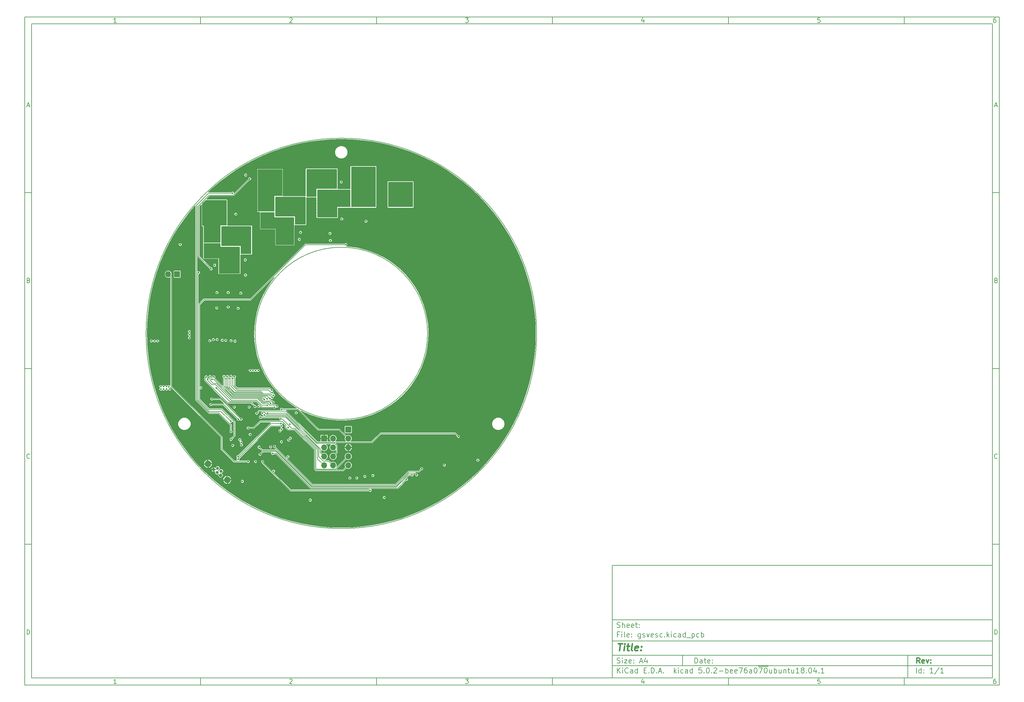
<source format=gbr>
%TF.GenerationSoftware,KiCad,Pcbnew,5.0.2-bee76a0~70~ubuntu18.04.1*%
%TF.CreationDate,2020-02-11T12:08:15+01:00*%
%TF.ProjectId,gsvesc,67737665-7363-42e6-9b69-6361645f7063,rev?*%
%TF.SameCoordinates,Original*%
%TF.FileFunction,Copper,L2,Inr*%
%TF.FilePolarity,Positive*%
%FSLAX45Y45*%
G04 Gerber Fmt 4.5, Leading zero omitted, Abs format (unit mm)*
G04 Created by KiCad (PCBNEW 5.0.2-bee76a0~70~ubuntu18.04.1) date Di 11 Feb 2020 12:08:15 CET*
%MOMM*%
%LPD*%
G01*
G04 APERTURE LIST*
%ADD10C,0.100000*%
%ADD11C,0.150000*%
%ADD12C,0.300000*%
%ADD13C,0.400000*%
%ADD14C,0.200000*%
%ADD15R,1.700000X1.700000*%
%ADD16O,1.700000X1.700000*%
%ADD17C,1.850000*%
%ADD18C,0.840000*%
%ADD19C,0.500000*%
G04 APERTURE END LIST*
D10*
D11*
X17700220Y-16600720D02*
X17700220Y-19800720D01*
X28500220Y-19800720D01*
X28500220Y-16600720D01*
X17700220Y-16600720D01*
D10*
D11*
X1000000Y-1000000D02*
X1000000Y-20000720D01*
X28700220Y-20000720D01*
X28700220Y-1000000D01*
X1000000Y-1000000D01*
D10*
D11*
X1200000Y-1200000D02*
X1200000Y-19800720D01*
X28500220Y-19800720D01*
X28500220Y-1200000D01*
X1200000Y-1200000D01*
D10*
D11*
X6000000Y-1200000D02*
X6000000Y-1000000D01*
D10*
D11*
X11000000Y-1200000D02*
X11000000Y-1000000D01*
D10*
D11*
X16000000Y-1200000D02*
X16000000Y-1000000D01*
D10*
D11*
X21000000Y-1200000D02*
X21000000Y-1000000D01*
D10*
D11*
X26000000Y-1200000D02*
X26000000Y-1000000D01*
D10*
D11*
X3606548Y-1158810D02*
X3532262Y-1158810D01*
X3569405Y-1158810D02*
X3569405Y-1028809D01*
X3557024Y-1047381D01*
X3544643Y-1059762D01*
X3532262Y-1065952D01*
D10*
D11*
X8532262Y-1041190D02*
X8538452Y-1035000D01*
X8550833Y-1028809D01*
X8581786Y-1028809D01*
X8594167Y-1035000D01*
X8600357Y-1041190D01*
X8606548Y-1053571D01*
X8606548Y-1065952D01*
X8600357Y-1084524D01*
X8526071Y-1158810D01*
X8606548Y-1158810D01*
D10*
D11*
X13526071Y-1028809D02*
X13606548Y-1028809D01*
X13563214Y-1078333D01*
X13581786Y-1078333D01*
X13594167Y-1084524D01*
X13600357Y-1090714D01*
X13606548Y-1103095D01*
X13606548Y-1134048D01*
X13600357Y-1146429D01*
X13594167Y-1152619D01*
X13581786Y-1158810D01*
X13544643Y-1158810D01*
X13532262Y-1152619D01*
X13526071Y-1146429D01*
D10*
D11*
X18594167Y-1072143D02*
X18594167Y-1158810D01*
X18563214Y-1022619D02*
X18532262Y-1115476D01*
X18612738Y-1115476D01*
D10*
D11*
X23600357Y-1028809D02*
X23538452Y-1028809D01*
X23532262Y-1090714D01*
X23538452Y-1084524D01*
X23550833Y-1078333D01*
X23581786Y-1078333D01*
X23594167Y-1084524D01*
X23600357Y-1090714D01*
X23606548Y-1103095D01*
X23606548Y-1134048D01*
X23600357Y-1146429D01*
X23594167Y-1152619D01*
X23581786Y-1158810D01*
X23550833Y-1158810D01*
X23538452Y-1152619D01*
X23532262Y-1146429D01*
D10*
D11*
X28594167Y-1028809D02*
X28569405Y-1028809D01*
X28557024Y-1035000D01*
X28550833Y-1041190D01*
X28538452Y-1059762D01*
X28532262Y-1084524D01*
X28532262Y-1134048D01*
X28538452Y-1146429D01*
X28544643Y-1152619D01*
X28557024Y-1158810D01*
X28581786Y-1158810D01*
X28594167Y-1152619D01*
X28600357Y-1146429D01*
X28606548Y-1134048D01*
X28606548Y-1103095D01*
X28600357Y-1090714D01*
X28594167Y-1084524D01*
X28581786Y-1078333D01*
X28557024Y-1078333D01*
X28544643Y-1084524D01*
X28538452Y-1090714D01*
X28532262Y-1103095D01*
D10*
D11*
X6000000Y-19800720D02*
X6000000Y-20000720D01*
D10*
D11*
X11000000Y-19800720D02*
X11000000Y-20000720D01*
D10*
D11*
X16000000Y-19800720D02*
X16000000Y-20000720D01*
D10*
D11*
X21000000Y-19800720D02*
X21000000Y-20000720D01*
D10*
D11*
X26000000Y-19800720D02*
X26000000Y-20000720D01*
D10*
D11*
X3606548Y-19959530D02*
X3532262Y-19959530D01*
X3569405Y-19959530D02*
X3569405Y-19829530D01*
X3557024Y-19848101D01*
X3544643Y-19860482D01*
X3532262Y-19866672D01*
D10*
D11*
X8532262Y-19841910D02*
X8538452Y-19835720D01*
X8550833Y-19829530D01*
X8581786Y-19829530D01*
X8594167Y-19835720D01*
X8600357Y-19841910D01*
X8606548Y-19854291D01*
X8606548Y-19866672D01*
X8600357Y-19885244D01*
X8526071Y-19959530D01*
X8606548Y-19959530D01*
D10*
D11*
X13526071Y-19829530D02*
X13606548Y-19829530D01*
X13563214Y-19879053D01*
X13581786Y-19879053D01*
X13594167Y-19885244D01*
X13600357Y-19891434D01*
X13606548Y-19903815D01*
X13606548Y-19934768D01*
X13600357Y-19947149D01*
X13594167Y-19953339D01*
X13581786Y-19959530D01*
X13544643Y-19959530D01*
X13532262Y-19953339D01*
X13526071Y-19947149D01*
D10*
D11*
X18594167Y-19872863D02*
X18594167Y-19959530D01*
X18563214Y-19823339D02*
X18532262Y-19916196D01*
X18612738Y-19916196D01*
D10*
D11*
X23600357Y-19829530D02*
X23538452Y-19829530D01*
X23532262Y-19891434D01*
X23538452Y-19885244D01*
X23550833Y-19879053D01*
X23581786Y-19879053D01*
X23594167Y-19885244D01*
X23600357Y-19891434D01*
X23606548Y-19903815D01*
X23606548Y-19934768D01*
X23600357Y-19947149D01*
X23594167Y-19953339D01*
X23581786Y-19959530D01*
X23550833Y-19959530D01*
X23538452Y-19953339D01*
X23532262Y-19947149D01*
D10*
D11*
X28594167Y-19829530D02*
X28569405Y-19829530D01*
X28557024Y-19835720D01*
X28550833Y-19841910D01*
X28538452Y-19860482D01*
X28532262Y-19885244D01*
X28532262Y-19934768D01*
X28538452Y-19947149D01*
X28544643Y-19953339D01*
X28557024Y-19959530D01*
X28581786Y-19959530D01*
X28594167Y-19953339D01*
X28600357Y-19947149D01*
X28606548Y-19934768D01*
X28606548Y-19903815D01*
X28600357Y-19891434D01*
X28594167Y-19885244D01*
X28581786Y-19879053D01*
X28557024Y-19879053D01*
X28544643Y-19885244D01*
X28538452Y-19891434D01*
X28532262Y-19903815D01*
D10*
D11*
X1000000Y-6000000D02*
X1200000Y-6000000D01*
D10*
D11*
X1000000Y-11000000D02*
X1200000Y-11000000D01*
D10*
D11*
X1000000Y-16000000D02*
X1200000Y-16000000D01*
D10*
D11*
X1069048Y-3521667D02*
X1130952Y-3521667D01*
X1056667Y-3558809D02*
X1100000Y-3428809D01*
X1143333Y-3558809D01*
D10*
D11*
X1109286Y-8490714D02*
X1127857Y-8496905D01*
X1134048Y-8503095D01*
X1140238Y-8515476D01*
X1140238Y-8534048D01*
X1134048Y-8546429D01*
X1127857Y-8552619D01*
X1115476Y-8558810D01*
X1065952Y-8558810D01*
X1065952Y-8428810D01*
X1109286Y-8428810D01*
X1121667Y-8435000D01*
X1127857Y-8441190D01*
X1134048Y-8453571D01*
X1134048Y-8465952D01*
X1127857Y-8478333D01*
X1121667Y-8484524D01*
X1109286Y-8490714D01*
X1065952Y-8490714D01*
D10*
D11*
X1140238Y-13546428D02*
X1134048Y-13552619D01*
X1115476Y-13558809D01*
X1103095Y-13558809D01*
X1084524Y-13552619D01*
X1072143Y-13540238D01*
X1065952Y-13527857D01*
X1059762Y-13503095D01*
X1059762Y-13484524D01*
X1065952Y-13459762D01*
X1072143Y-13447381D01*
X1084524Y-13435000D01*
X1103095Y-13428809D01*
X1115476Y-13428809D01*
X1134048Y-13435000D01*
X1140238Y-13441190D01*
D10*
D11*
X1065952Y-18558810D02*
X1065952Y-18428810D01*
X1096905Y-18428810D01*
X1115476Y-18435000D01*
X1127857Y-18447381D01*
X1134048Y-18459762D01*
X1140238Y-18484524D01*
X1140238Y-18503095D01*
X1134048Y-18527857D01*
X1127857Y-18540238D01*
X1115476Y-18552619D01*
X1096905Y-18558810D01*
X1065952Y-18558810D01*
D10*
D11*
X28700220Y-6000000D02*
X28500220Y-6000000D01*
D10*
D11*
X28700220Y-11000000D02*
X28500220Y-11000000D01*
D10*
D11*
X28700220Y-16000000D02*
X28500220Y-16000000D01*
D10*
D11*
X28569268Y-3521667D02*
X28631172Y-3521667D01*
X28556887Y-3558809D02*
X28600220Y-3428809D01*
X28643553Y-3558809D01*
D10*
D11*
X28609506Y-8490714D02*
X28628077Y-8496905D01*
X28634268Y-8503095D01*
X28640458Y-8515476D01*
X28640458Y-8534048D01*
X28634268Y-8546429D01*
X28628077Y-8552619D01*
X28615696Y-8558810D01*
X28566172Y-8558810D01*
X28566172Y-8428810D01*
X28609506Y-8428810D01*
X28621887Y-8435000D01*
X28628077Y-8441190D01*
X28634268Y-8453571D01*
X28634268Y-8465952D01*
X28628077Y-8478333D01*
X28621887Y-8484524D01*
X28609506Y-8490714D01*
X28566172Y-8490714D01*
D10*
D11*
X28640458Y-13546428D02*
X28634268Y-13552619D01*
X28615696Y-13558809D01*
X28603315Y-13558809D01*
X28584744Y-13552619D01*
X28572363Y-13540238D01*
X28566172Y-13527857D01*
X28559982Y-13503095D01*
X28559982Y-13484524D01*
X28566172Y-13459762D01*
X28572363Y-13447381D01*
X28584744Y-13435000D01*
X28603315Y-13428809D01*
X28615696Y-13428809D01*
X28634268Y-13435000D01*
X28640458Y-13441190D01*
D10*
D11*
X28566172Y-18558810D02*
X28566172Y-18428810D01*
X28597125Y-18428810D01*
X28615696Y-18435000D01*
X28628077Y-18447381D01*
X28634268Y-18459762D01*
X28640458Y-18484524D01*
X28640458Y-18503095D01*
X28634268Y-18527857D01*
X28628077Y-18540238D01*
X28615696Y-18552619D01*
X28597125Y-18558810D01*
X28566172Y-18558810D01*
D10*
D11*
X20043434Y-19378577D02*
X20043434Y-19228577D01*
X20079149Y-19228577D01*
X20100577Y-19235720D01*
X20114863Y-19250006D01*
X20122006Y-19264291D01*
X20129149Y-19292863D01*
X20129149Y-19314291D01*
X20122006Y-19342863D01*
X20114863Y-19357149D01*
X20100577Y-19371434D01*
X20079149Y-19378577D01*
X20043434Y-19378577D01*
X20257720Y-19378577D02*
X20257720Y-19300006D01*
X20250577Y-19285720D01*
X20236291Y-19278577D01*
X20207720Y-19278577D01*
X20193434Y-19285720D01*
X20257720Y-19371434D02*
X20243434Y-19378577D01*
X20207720Y-19378577D01*
X20193434Y-19371434D01*
X20186291Y-19357149D01*
X20186291Y-19342863D01*
X20193434Y-19328577D01*
X20207720Y-19321434D01*
X20243434Y-19321434D01*
X20257720Y-19314291D01*
X20307720Y-19278577D02*
X20364863Y-19278577D01*
X20329149Y-19228577D02*
X20329149Y-19357149D01*
X20336291Y-19371434D01*
X20350577Y-19378577D01*
X20364863Y-19378577D01*
X20472006Y-19371434D02*
X20457720Y-19378577D01*
X20429149Y-19378577D01*
X20414863Y-19371434D01*
X20407720Y-19357149D01*
X20407720Y-19300006D01*
X20414863Y-19285720D01*
X20429149Y-19278577D01*
X20457720Y-19278577D01*
X20472006Y-19285720D01*
X20479149Y-19300006D01*
X20479149Y-19314291D01*
X20407720Y-19328577D01*
X20543434Y-19364291D02*
X20550577Y-19371434D01*
X20543434Y-19378577D01*
X20536291Y-19371434D01*
X20543434Y-19364291D01*
X20543434Y-19378577D01*
X20543434Y-19285720D02*
X20550577Y-19292863D01*
X20543434Y-19300006D01*
X20536291Y-19292863D01*
X20543434Y-19285720D01*
X20543434Y-19300006D01*
D10*
D11*
X17700220Y-19450720D02*
X28500220Y-19450720D01*
D10*
D11*
X17843434Y-19658577D02*
X17843434Y-19508577D01*
X17929149Y-19658577D02*
X17864863Y-19572863D01*
X17929149Y-19508577D02*
X17843434Y-19594291D01*
X17993434Y-19658577D02*
X17993434Y-19558577D01*
X17993434Y-19508577D02*
X17986291Y-19515720D01*
X17993434Y-19522863D01*
X18000577Y-19515720D01*
X17993434Y-19508577D01*
X17993434Y-19522863D01*
X18150577Y-19644291D02*
X18143434Y-19651434D01*
X18122006Y-19658577D01*
X18107720Y-19658577D01*
X18086291Y-19651434D01*
X18072006Y-19637149D01*
X18064863Y-19622863D01*
X18057720Y-19594291D01*
X18057720Y-19572863D01*
X18064863Y-19544291D01*
X18072006Y-19530006D01*
X18086291Y-19515720D01*
X18107720Y-19508577D01*
X18122006Y-19508577D01*
X18143434Y-19515720D01*
X18150577Y-19522863D01*
X18279149Y-19658577D02*
X18279149Y-19580006D01*
X18272006Y-19565720D01*
X18257720Y-19558577D01*
X18229149Y-19558577D01*
X18214863Y-19565720D01*
X18279149Y-19651434D02*
X18264863Y-19658577D01*
X18229149Y-19658577D01*
X18214863Y-19651434D01*
X18207720Y-19637149D01*
X18207720Y-19622863D01*
X18214863Y-19608577D01*
X18229149Y-19601434D01*
X18264863Y-19601434D01*
X18279149Y-19594291D01*
X18414863Y-19658577D02*
X18414863Y-19508577D01*
X18414863Y-19651434D02*
X18400577Y-19658577D01*
X18372006Y-19658577D01*
X18357720Y-19651434D01*
X18350577Y-19644291D01*
X18343434Y-19630006D01*
X18343434Y-19587149D01*
X18350577Y-19572863D01*
X18357720Y-19565720D01*
X18372006Y-19558577D01*
X18400577Y-19558577D01*
X18414863Y-19565720D01*
X18600577Y-19580006D02*
X18650577Y-19580006D01*
X18672006Y-19658577D02*
X18600577Y-19658577D01*
X18600577Y-19508577D01*
X18672006Y-19508577D01*
X18736291Y-19644291D02*
X18743434Y-19651434D01*
X18736291Y-19658577D01*
X18729149Y-19651434D01*
X18736291Y-19644291D01*
X18736291Y-19658577D01*
X18807720Y-19658577D02*
X18807720Y-19508577D01*
X18843434Y-19508577D01*
X18864863Y-19515720D01*
X18879149Y-19530006D01*
X18886291Y-19544291D01*
X18893434Y-19572863D01*
X18893434Y-19594291D01*
X18886291Y-19622863D01*
X18879149Y-19637149D01*
X18864863Y-19651434D01*
X18843434Y-19658577D01*
X18807720Y-19658577D01*
X18957720Y-19644291D02*
X18964863Y-19651434D01*
X18957720Y-19658577D01*
X18950577Y-19651434D01*
X18957720Y-19644291D01*
X18957720Y-19658577D01*
X19022006Y-19615720D02*
X19093434Y-19615720D01*
X19007720Y-19658577D02*
X19057720Y-19508577D01*
X19107720Y-19658577D01*
X19157720Y-19644291D02*
X19164863Y-19651434D01*
X19157720Y-19658577D01*
X19150577Y-19651434D01*
X19157720Y-19644291D01*
X19157720Y-19658577D01*
X19457720Y-19658577D02*
X19457720Y-19508577D01*
X19472006Y-19601434D02*
X19514863Y-19658577D01*
X19514863Y-19558577D02*
X19457720Y-19615720D01*
X19579149Y-19658577D02*
X19579149Y-19558577D01*
X19579149Y-19508577D02*
X19572006Y-19515720D01*
X19579149Y-19522863D01*
X19586291Y-19515720D01*
X19579149Y-19508577D01*
X19579149Y-19522863D01*
X19714863Y-19651434D02*
X19700577Y-19658577D01*
X19672006Y-19658577D01*
X19657720Y-19651434D01*
X19650577Y-19644291D01*
X19643434Y-19630006D01*
X19643434Y-19587149D01*
X19650577Y-19572863D01*
X19657720Y-19565720D01*
X19672006Y-19558577D01*
X19700577Y-19558577D01*
X19714863Y-19565720D01*
X19843434Y-19658577D02*
X19843434Y-19580006D01*
X19836291Y-19565720D01*
X19822006Y-19558577D01*
X19793434Y-19558577D01*
X19779149Y-19565720D01*
X19843434Y-19651434D02*
X19829149Y-19658577D01*
X19793434Y-19658577D01*
X19779149Y-19651434D01*
X19772006Y-19637149D01*
X19772006Y-19622863D01*
X19779149Y-19608577D01*
X19793434Y-19601434D01*
X19829149Y-19601434D01*
X19843434Y-19594291D01*
X19979149Y-19658577D02*
X19979149Y-19508577D01*
X19979149Y-19651434D02*
X19964863Y-19658577D01*
X19936291Y-19658577D01*
X19922006Y-19651434D01*
X19914863Y-19644291D01*
X19907720Y-19630006D01*
X19907720Y-19587149D01*
X19914863Y-19572863D01*
X19922006Y-19565720D01*
X19936291Y-19558577D01*
X19964863Y-19558577D01*
X19979149Y-19565720D01*
X20236291Y-19508577D02*
X20164863Y-19508577D01*
X20157720Y-19580006D01*
X20164863Y-19572863D01*
X20179149Y-19565720D01*
X20214863Y-19565720D01*
X20229149Y-19572863D01*
X20236291Y-19580006D01*
X20243434Y-19594291D01*
X20243434Y-19630006D01*
X20236291Y-19644291D01*
X20229149Y-19651434D01*
X20214863Y-19658577D01*
X20179149Y-19658577D01*
X20164863Y-19651434D01*
X20157720Y-19644291D01*
X20307720Y-19644291D02*
X20314863Y-19651434D01*
X20307720Y-19658577D01*
X20300577Y-19651434D01*
X20307720Y-19644291D01*
X20307720Y-19658577D01*
X20407720Y-19508577D02*
X20422006Y-19508577D01*
X20436291Y-19515720D01*
X20443434Y-19522863D01*
X20450577Y-19537149D01*
X20457720Y-19565720D01*
X20457720Y-19601434D01*
X20450577Y-19630006D01*
X20443434Y-19644291D01*
X20436291Y-19651434D01*
X20422006Y-19658577D01*
X20407720Y-19658577D01*
X20393434Y-19651434D01*
X20386291Y-19644291D01*
X20379149Y-19630006D01*
X20372006Y-19601434D01*
X20372006Y-19565720D01*
X20379149Y-19537149D01*
X20386291Y-19522863D01*
X20393434Y-19515720D01*
X20407720Y-19508577D01*
X20522006Y-19644291D02*
X20529149Y-19651434D01*
X20522006Y-19658577D01*
X20514863Y-19651434D01*
X20522006Y-19644291D01*
X20522006Y-19658577D01*
X20586291Y-19522863D02*
X20593434Y-19515720D01*
X20607720Y-19508577D01*
X20643434Y-19508577D01*
X20657720Y-19515720D01*
X20664863Y-19522863D01*
X20672006Y-19537149D01*
X20672006Y-19551434D01*
X20664863Y-19572863D01*
X20579149Y-19658577D01*
X20672006Y-19658577D01*
X20736291Y-19601434D02*
X20850577Y-19601434D01*
X20922006Y-19658577D02*
X20922006Y-19508577D01*
X20922006Y-19565720D02*
X20936291Y-19558577D01*
X20964863Y-19558577D01*
X20979149Y-19565720D01*
X20986291Y-19572863D01*
X20993434Y-19587149D01*
X20993434Y-19630006D01*
X20986291Y-19644291D01*
X20979149Y-19651434D01*
X20964863Y-19658577D01*
X20936291Y-19658577D01*
X20922006Y-19651434D01*
X21114863Y-19651434D02*
X21100577Y-19658577D01*
X21072006Y-19658577D01*
X21057720Y-19651434D01*
X21050577Y-19637149D01*
X21050577Y-19580006D01*
X21057720Y-19565720D01*
X21072006Y-19558577D01*
X21100577Y-19558577D01*
X21114863Y-19565720D01*
X21122006Y-19580006D01*
X21122006Y-19594291D01*
X21050577Y-19608577D01*
X21243434Y-19651434D02*
X21229149Y-19658577D01*
X21200577Y-19658577D01*
X21186291Y-19651434D01*
X21179149Y-19637149D01*
X21179149Y-19580006D01*
X21186291Y-19565720D01*
X21200577Y-19558577D01*
X21229149Y-19558577D01*
X21243434Y-19565720D01*
X21250577Y-19580006D01*
X21250577Y-19594291D01*
X21179149Y-19608577D01*
X21300577Y-19508577D02*
X21400577Y-19508577D01*
X21336291Y-19658577D01*
X21522006Y-19508577D02*
X21493434Y-19508577D01*
X21479149Y-19515720D01*
X21472006Y-19522863D01*
X21457720Y-19544291D01*
X21450577Y-19572863D01*
X21450577Y-19630006D01*
X21457720Y-19644291D01*
X21464863Y-19651434D01*
X21479149Y-19658577D01*
X21507720Y-19658577D01*
X21522006Y-19651434D01*
X21529149Y-19644291D01*
X21536291Y-19630006D01*
X21536291Y-19594291D01*
X21529149Y-19580006D01*
X21522006Y-19572863D01*
X21507720Y-19565720D01*
X21479149Y-19565720D01*
X21464863Y-19572863D01*
X21457720Y-19580006D01*
X21450577Y-19594291D01*
X21664863Y-19658577D02*
X21664863Y-19580006D01*
X21657720Y-19565720D01*
X21643434Y-19558577D01*
X21614863Y-19558577D01*
X21600577Y-19565720D01*
X21664863Y-19651434D02*
X21650577Y-19658577D01*
X21614863Y-19658577D01*
X21600577Y-19651434D01*
X21593434Y-19637149D01*
X21593434Y-19622863D01*
X21600577Y-19608577D01*
X21614863Y-19601434D01*
X21650577Y-19601434D01*
X21664863Y-19594291D01*
X21764863Y-19508577D02*
X21779149Y-19508577D01*
X21793434Y-19515720D01*
X21800577Y-19522863D01*
X21807720Y-19537149D01*
X21814863Y-19565720D01*
X21814863Y-19601434D01*
X21807720Y-19630006D01*
X21800577Y-19644291D01*
X21793434Y-19651434D01*
X21779149Y-19658577D01*
X21764863Y-19658577D01*
X21750577Y-19651434D01*
X21743434Y-19644291D01*
X21736291Y-19630006D01*
X21729149Y-19601434D01*
X21729149Y-19565720D01*
X21736291Y-19537149D01*
X21743434Y-19522863D01*
X21750577Y-19515720D01*
X21764863Y-19508577D01*
X21843434Y-19467720D02*
X21986291Y-19467720D01*
X21864863Y-19508577D02*
X21964863Y-19508577D01*
X21900577Y-19658577D01*
X21986291Y-19467720D02*
X22129149Y-19467720D01*
X22050577Y-19508577D02*
X22064863Y-19508577D01*
X22079149Y-19515720D01*
X22086291Y-19522863D01*
X22093434Y-19537149D01*
X22100577Y-19565720D01*
X22100577Y-19601434D01*
X22093434Y-19630006D01*
X22086291Y-19644291D01*
X22079149Y-19651434D01*
X22064863Y-19658577D01*
X22050577Y-19658577D01*
X22036291Y-19651434D01*
X22029149Y-19644291D01*
X22022006Y-19630006D01*
X22014863Y-19601434D01*
X22014863Y-19565720D01*
X22022006Y-19537149D01*
X22029149Y-19522863D01*
X22036291Y-19515720D01*
X22050577Y-19508577D01*
X22229149Y-19558577D02*
X22229149Y-19658577D01*
X22164863Y-19558577D02*
X22164863Y-19637149D01*
X22172006Y-19651434D01*
X22186291Y-19658577D01*
X22207720Y-19658577D01*
X22222006Y-19651434D01*
X22229149Y-19644291D01*
X22300577Y-19658577D02*
X22300577Y-19508577D01*
X22300577Y-19565720D02*
X22314863Y-19558577D01*
X22343434Y-19558577D01*
X22357720Y-19565720D01*
X22364863Y-19572863D01*
X22372006Y-19587149D01*
X22372006Y-19630006D01*
X22364863Y-19644291D01*
X22357720Y-19651434D01*
X22343434Y-19658577D01*
X22314863Y-19658577D01*
X22300577Y-19651434D01*
X22500577Y-19558577D02*
X22500577Y-19658577D01*
X22436291Y-19558577D02*
X22436291Y-19637149D01*
X22443434Y-19651434D01*
X22457720Y-19658577D01*
X22479148Y-19658577D01*
X22493434Y-19651434D01*
X22500577Y-19644291D01*
X22572006Y-19558577D02*
X22572006Y-19658577D01*
X22572006Y-19572863D02*
X22579148Y-19565720D01*
X22593434Y-19558577D01*
X22614863Y-19558577D01*
X22629148Y-19565720D01*
X22636291Y-19580006D01*
X22636291Y-19658577D01*
X22686291Y-19558577D02*
X22743434Y-19558577D01*
X22707720Y-19508577D02*
X22707720Y-19637149D01*
X22714863Y-19651434D01*
X22729148Y-19658577D01*
X22743434Y-19658577D01*
X22857720Y-19558577D02*
X22857720Y-19658577D01*
X22793434Y-19558577D02*
X22793434Y-19637149D01*
X22800577Y-19651434D01*
X22814863Y-19658577D01*
X22836291Y-19658577D01*
X22850577Y-19651434D01*
X22857720Y-19644291D01*
X23007720Y-19658577D02*
X22922006Y-19658577D01*
X22964863Y-19658577D02*
X22964863Y-19508577D01*
X22950577Y-19530006D01*
X22936291Y-19544291D01*
X22922006Y-19551434D01*
X23093434Y-19572863D02*
X23079148Y-19565720D01*
X23072006Y-19558577D01*
X23064863Y-19544291D01*
X23064863Y-19537149D01*
X23072006Y-19522863D01*
X23079148Y-19515720D01*
X23093434Y-19508577D01*
X23122006Y-19508577D01*
X23136291Y-19515720D01*
X23143434Y-19522863D01*
X23150577Y-19537149D01*
X23150577Y-19544291D01*
X23143434Y-19558577D01*
X23136291Y-19565720D01*
X23122006Y-19572863D01*
X23093434Y-19572863D01*
X23079148Y-19580006D01*
X23072006Y-19587149D01*
X23064863Y-19601434D01*
X23064863Y-19630006D01*
X23072006Y-19644291D01*
X23079148Y-19651434D01*
X23093434Y-19658577D01*
X23122006Y-19658577D01*
X23136291Y-19651434D01*
X23143434Y-19644291D01*
X23150577Y-19630006D01*
X23150577Y-19601434D01*
X23143434Y-19587149D01*
X23136291Y-19580006D01*
X23122006Y-19572863D01*
X23214863Y-19644291D02*
X23222006Y-19651434D01*
X23214863Y-19658577D01*
X23207720Y-19651434D01*
X23214863Y-19644291D01*
X23214863Y-19658577D01*
X23314863Y-19508577D02*
X23329148Y-19508577D01*
X23343434Y-19515720D01*
X23350577Y-19522863D01*
X23357720Y-19537149D01*
X23364863Y-19565720D01*
X23364863Y-19601434D01*
X23357720Y-19630006D01*
X23350577Y-19644291D01*
X23343434Y-19651434D01*
X23329148Y-19658577D01*
X23314863Y-19658577D01*
X23300577Y-19651434D01*
X23293434Y-19644291D01*
X23286291Y-19630006D01*
X23279148Y-19601434D01*
X23279148Y-19565720D01*
X23286291Y-19537149D01*
X23293434Y-19522863D01*
X23300577Y-19515720D01*
X23314863Y-19508577D01*
X23493434Y-19558577D02*
X23493434Y-19658577D01*
X23457720Y-19501434D02*
X23422006Y-19608577D01*
X23514863Y-19608577D01*
X23572006Y-19644291D02*
X23579148Y-19651434D01*
X23572006Y-19658577D01*
X23564863Y-19651434D01*
X23572006Y-19644291D01*
X23572006Y-19658577D01*
X23722006Y-19658577D02*
X23636291Y-19658577D01*
X23679148Y-19658577D02*
X23679148Y-19508577D01*
X23664863Y-19530006D01*
X23650577Y-19544291D01*
X23636291Y-19551434D01*
D10*
D11*
X17700220Y-19150720D02*
X28500220Y-19150720D01*
D10*
D12*
X26441148Y-19378577D02*
X26391148Y-19307149D01*
X26355434Y-19378577D02*
X26355434Y-19228577D01*
X26412577Y-19228577D01*
X26426863Y-19235720D01*
X26434006Y-19242863D01*
X26441148Y-19257149D01*
X26441148Y-19278577D01*
X26434006Y-19292863D01*
X26426863Y-19300006D01*
X26412577Y-19307149D01*
X26355434Y-19307149D01*
X26562577Y-19371434D02*
X26548291Y-19378577D01*
X26519720Y-19378577D01*
X26505434Y-19371434D01*
X26498291Y-19357149D01*
X26498291Y-19300006D01*
X26505434Y-19285720D01*
X26519720Y-19278577D01*
X26548291Y-19278577D01*
X26562577Y-19285720D01*
X26569720Y-19300006D01*
X26569720Y-19314291D01*
X26498291Y-19328577D01*
X26619720Y-19278577D02*
X26655434Y-19378577D01*
X26691148Y-19278577D01*
X26748291Y-19364291D02*
X26755434Y-19371434D01*
X26748291Y-19378577D01*
X26741148Y-19371434D01*
X26748291Y-19364291D01*
X26748291Y-19378577D01*
X26748291Y-19285720D02*
X26755434Y-19292863D01*
X26748291Y-19300006D01*
X26741148Y-19292863D01*
X26748291Y-19285720D01*
X26748291Y-19300006D01*
D10*
D11*
X17836291Y-19371434D02*
X17857720Y-19378577D01*
X17893434Y-19378577D01*
X17907720Y-19371434D01*
X17914863Y-19364291D01*
X17922006Y-19350006D01*
X17922006Y-19335720D01*
X17914863Y-19321434D01*
X17907720Y-19314291D01*
X17893434Y-19307149D01*
X17864863Y-19300006D01*
X17850577Y-19292863D01*
X17843434Y-19285720D01*
X17836291Y-19271434D01*
X17836291Y-19257149D01*
X17843434Y-19242863D01*
X17850577Y-19235720D01*
X17864863Y-19228577D01*
X17900577Y-19228577D01*
X17922006Y-19235720D01*
X17986291Y-19378577D02*
X17986291Y-19278577D01*
X17986291Y-19228577D02*
X17979149Y-19235720D01*
X17986291Y-19242863D01*
X17993434Y-19235720D01*
X17986291Y-19228577D01*
X17986291Y-19242863D01*
X18043434Y-19278577D02*
X18122006Y-19278577D01*
X18043434Y-19378577D01*
X18122006Y-19378577D01*
X18236291Y-19371434D02*
X18222006Y-19378577D01*
X18193434Y-19378577D01*
X18179149Y-19371434D01*
X18172006Y-19357149D01*
X18172006Y-19300006D01*
X18179149Y-19285720D01*
X18193434Y-19278577D01*
X18222006Y-19278577D01*
X18236291Y-19285720D01*
X18243434Y-19300006D01*
X18243434Y-19314291D01*
X18172006Y-19328577D01*
X18307720Y-19364291D02*
X18314863Y-19371434D01*
X18307720Y-19378577D01*
X18300577Y-19371434D01*
X18307720Y-19364291D01*
X18307720Y-19378577D01*
X18307720Y-19285720D02*
X18314863Y-19292863D01*
X18307720Y-19300006D01*
X18300577Y-19292863D01*
X18307720Y-19285720D01*
X18307720Y-19300006D01*
X18486291Y-19335720D02*
X18557720Y-19335720D01*
X18472006Y-19378577D02*
X18522006Y-19228577D01*
X18572006Y-19378577D01*
X18686291Y-19278577D02*
X18686291Y-19378577D01*
X18650577Y-19221434D02*
X18614863Y-19328577D01*
X18707720Y-19328577D01*
D10*
D11*
X26343434Y-19658577D02*
X26343434Y-19508577D01*
X26479148Y-19658577D02*
X26479148Y-19508577D01*
X26479148Y-19651434D02*
X26464863Y-19658577D01*
X26436291Y-19658577D01*
X26422006Y-19651434D01*
X26414863Y-19644291D01*
X26407720Y-19630006D01*
X26407720Y-19587149D01*
X26414863Y-19572863D01*
X26422006Y-19565720D01*
X26436291Y-19558577D01*
X26464863Y-19558577D01*
X26479148Y-19565720D01*
X26550577Y-19644291D02*
X26557720Y-19651434D01*
X26550577Y-19658577D01*
X26543434Y-19651434D01*
X26550577Y-19644291D01*
X26550577Y-19658577D01*
X26550577Y-19565720D02*
X26557720Y-19572863D01*
X26550577Y-19580006D01*
X26543434Y-19572863D01*
X26550577Y-19565720D01*
X26550577Y-19580006D01*
X26814863Y-19658577D02*
X26729148Y-19658577D01*
X26772006Y-19658577D02*
X26772006Y-19508577D01*
X26757720Y-19530006D01*
X26743434Y-19544291D01*
X26729148Y-19551434D01*
X26986291Y-19501434D02*
X26857720Y-19694291D01*
X27114863Y-19658577D02*
X27029148Y-19658577D01*
X27072006Y-19658577D02*
X27072006Y-19508577D01*
X27057720Y-19530006D01*
X27043434Y-19544291D01*
X27029148Y-19551434D01*
D10*
D11*
X17700220Y-18750720D02*
X28500220Y-18750720D01*
D10*
D13*
X17871458Y-18821196D02*
X17985744Y-18821196D01*
X17903601Y-19021196D02*
X17928601Y-18821196D01*
X18027410Y-19021196D02*
X18044077Y-18887863D01*
X18052410Y-18821196D02*
X18041696Y-18830720D01*
X18050030Y-18840244D01*
X18060744Y-18830720D01*
X18052410Y-18821196D01*
X18050030Y-18840244D01*
X18110744Y-18887863D02*
X18186934Y-18887863D01*
X18147649Y-18821196D02*
X18126220Y-18992625D01*
X18133363Y-19011672D01*
X18151220Y-19021196D01*
X18170268Y-19021196D01*
X18265506Y-19021196D02*
X18247649Y-19011672D01*
X18240506Y-18992625D01*
X18261934Y-18821196D01*
X18419077Y-19011672D02*
X18398839Y-19021196D01*
X18360744Y-19021196D01*
X18342887Y-19011672D01*
X18335744Y-18992625D01*
X18345268Y-18916434D01*
X18357172Y-18897387D01*
X18377410Y-18887863D01*
X18415506Y-18887863D01*
X18433363Y-18897387D01*
X18440506Y-18916434D01*
X18438125Y-18935482D01*
X18340506Y-18954530D01*
X18515506Y-19002149D02*
X18523839Y-19011672D01*
X18513125Y-19021196D01*
X18504791Y-19011672D01*
X18515506Y-19002149D01*
X18513125Y-19021196D01*
X18528601Y-18897387D02*
X18536934Y-18906910D01*
X18526220Y-18916434D01*
X18517887Y-18906910D01*
X18528601Y-18897387D01*
X18526220Y-18916434D01*
D10*
D11*
X17893434Y-18560006D02*
X17843434Y-18560006D01*
X17843434Y-18638577D02*
X17843434Y-18488577D01*
X17914863Y-18488577D01*
X17972006Y-18638577D02*
X17972006Y-18538577D01*
X17972006Y-18488577D02*
X17964863Y-18495720D01*
X17972006Y-18502863D01*
X17979149Y-18495720D01*
X17972006Y-18488577D01*
X17972006Y-18502863D01*
X18064863Y-18638577D02*
X18050577Y-18631434D01*
X18043434Y-18617149D01*
X18043434Y-18488577D01*
X18179149Y-18631434D02*
X18164863Y-18638577D01*
X18136291Y-18638577D01*
X18122006Y-18631434D01*
X18114863Y-18617149D01*
X18114863Y-18560006D01*
X18122006Y-18545720D01*
X18136291Y-18538577D01*
X18164863Y-18538577D01*
X18179149Y-18545720D01*
X18186291Y-18560006D01*
X18186291Y-18574291D01*
X18114863Y-18588577D01*
X18250577Y-18624291D02*
X18257720Y-18631434D01*
X18250577Y-18638577D01*
X18243434Y-18631434D01*
X18250577Y-18624291D01*
X18250577Y-18638577D01*
X18250577Y-18545720D02*
X18257720Y-18552863D01*
X18250577Y-18560006D01*
X18243434Y-18552863D01*
X18250577Y-18545720D01*
X18250577Y-18560006D01*
X18500577Y-18538577D02*
X18500577Y-18660006D01*
X18493434Y-18674291D01*
X18486291Y-18681434D01*
X18472006Y-18688577D01*
X18450577Y-18688577D01*
X18436291Y-18681434D01*
X18500577Y-18631434D02*
X18486291Y-18638577D01*
X18457720Y-18638577D01*
X18443434Y-18631434D01*
X18436291Y-18624291D01*
X18429149Y-18610006D01*
X18429149Y-18567149D01*
X18436291Y-18552863D01*
X18443434Y-18545720D01*
X18457720Y-18538577D01*
X18486291Y-18538577D01*
X18500577Y-18545720D01*
X18564863Y-18631434D02*
X18579149Y-18638577D01*
X18607720Y-18638577D01*
X18622006Y-18631434D01*
X18629149Y-18617149D01*
X18629149Y-18610006D01*
X18622006Y-18595720D01*
X18607720Y-18588577D01*
X18586291Y-18588577D01*
X18572006Y-18581434D01*
X18564863Y-18567149D01*
X18564863Y-18560006D01*
X18572006Y-18545720D01*
X18586291Y-18538577D01*
X18607720Y-18538577D01*
X18622006Y-18545720D01*
X18679149Y-18538577D02*
X18714863Y-18638577D01*
X18750577Y-18538577D01*
X18864863Y-18631434D02*
X18850577Y-18638577D01*
X18822006Y-18638577D01*
X18807720Y-18631434D01*
X18800577Y-18617149D01*
X18800577Y-18560006D01*
X18807720Y-18545720D01*
X18822006Y-18538577D01*
X18850577Y-18538577D01*
X18864863Y-18545720D01*
X18872006Y-18560006D01*
X18872006Y-18574291D01*
X18800577Y-18588577D01*
X18929149Y-18631434D02*
X18943434Y-18638577D01*
X18972006Y-18638577D01*
X18986291Y-18631434D01*
X18993434Y-18617149D01*
X18993434Y-18610006D01*
X18986291Y-18595720D01*
X18972006Y-18588577D01*
X18950577Y-18588577D01*
X18936291Y-18581434D01*
X18929149Y-18567149D01*
X18929149Y-18560006D01*
X18936291Y-18545720D01*
X18950577Y-18538577D01*
X18972006Y-18538577D01*
X18986291Y-18545720D01*
X19122006Y-18631434D02*
X19107720Y-18638577D01*
X19079149Y-18638577D01*
X19064863Y-18631434D01*
X19057720Y-18624291D01*
X19050577Y-18610006D01*
X19050577Y-18567149D01*
X19057720Y-18552863D01*
X19064863Y-18545720D01*
X19079149Y-18538577D01*
X19107720Y-18538577D01*
X19122006Y-18545720D01*
X19186291Y-18624291D02*
X19193434Y-18631434D01*
X19186291Y-18638577D01*
X19179149Y-18631434D01*
X19186291Y-18624291D01*
X19186291Y-18638577D01*
X19257720Y-18638577D02*
X19257720Y-18488577D01*
X19272006Y-18581434D02*
X19314863Y-18638577D01*
X19314863Y-18538577D02*
X19257720Y-18595720D01*
X19379149Y-18638577D02*
X19379149Y-18538577D01*
X19379149Y-18488577D02*
X19372006Y-18495720D01*
X19379149Y-18502863D01*
X19386291Y-18495720D01*
X19379149Y-18488577D01*
X19379149Y-18502863D01*
X19514863Y-18631434D02*
X19500577Y-18638577D01*
X19472006Y-18638577D01*
X19457720Y-18631434D01*
X19450577Y-18624291D01*
X19443434Y-18610006D01*
X19443434Y-18567149D01*
X19450577Y-18552863D01*
X19457720Y-18545720D01*
X19472006Y-18538577D01*
X19500577Y-18538577D01*
X19514863Y-18545720D01*
X19643434Y-18638577D02*
X19643434Y-18560006D01*
X19636291Y-18545720D01*
X19622006Y-18538577D01*
X19593434Y-18538577D01*
X19579149Y-18545720D01*
X19643434Y-18631434D02*
X19629149Y-18638577D01*
X19593434Y-18638577D01*
X19579149Y-18631434D01*
X19572006Y-18617149D01*
X19572006Y-18602863D01*
X19579149Y-18588577D01*
X19593434Y-18581434D01*
X19629149Y-18581434D01*
X19643434Y-18574291D01*
X19779149Y-18638577D02*
X19779149Y-18488577D01*
X19779149Y-18631434D02*
X19764863Y-18638577D01*
X19736291Y-18638577D01*
X19722006Y-18631434D01*
X19714863Y-18624291D01*
X19707720Y-18610006D01*
X19707720Y-18567149D01*
X19714863Y-18552863D01*
X19722006Y-18545720D01*
X19736291Y-18538577D01*
X19764863Y-18538577D01*
X19779149Y-18545720D01*
X19814863Y-18652863D02*
X19929149Y-18652863D01*
X19964863Y-18538577D02*
X19964863Y-18688577D01*
X19964863Y-18545720D02*
X19979149Y-18538577D01*
X20007720Y-18538577D01*
X20022006Y-18545720D01*
X20029149Y-18552863D01*
X20036291Y-18567149D01*
X20036291Y-18610006D01*
X20029149Y-18624291D01*
X20022006Y-18631434D01*
X20007720Y-18638577D01*
X19979149Y-18638577D01*
X19964863Y-18631434D01*
X20164863Y-18631434D02*
X20150577Y-18638577D01*
X20122006Y-18638577D01*
X20107720Y-18631434D01*
X20100577Y-18624291D01*
X20093434Y-18610006D01*
X20093434Y-18567149D01*
X20100577Y-18552863D01*
X20107720Y-18545720D01*
X20122006Y-18538577D01*
X20150577Y-18538577D01*
X20164863Y-18545720D01*
X20229149Y-18638577D02*
X20229149Y-18488577D01*
X20229149Y-18545720D02*
X20243434Y-18538577D01*
X20272006Y-18538577D01*
X20286291Y-18545720D01*
X20293434Y-18552863D01*
X20300577Y-18567149D01*
X20300577Y-18610006D01*
X20293434Y-18624291D01*
X20286291Y-18631434D01*
X20272006Y-18638577D01*
X20243434Y-18638577D01*
X20229149Y-18631434D01*
D10*
D11*
X17700220Y-18150720D02*
X28500220Y-18150720D01*
D10*
D11*
X17836291Y-18361434D02*
X17857720Y-18368577D01*
X17893434Y-18368577D01*
X17907720Y-18361434D01*
X17914863Y-18354291D01*
X17922006Y-18340006D01*
X17922006Y-18325720D01*
X17914863Y-18311434D01*
X17907720Y-18304291D01*
X17893434Y-18297149D01*
X17864863Y-18290006D01*
X17850577Y-18282863D01*
X17843434Y-18275720D01*
X17836291Y-18261434D01*
X17836291Y-18247149D01*
X17843434Y-18232863D01*
X17850577Y-18225720D01*
X17864863Y-18218577D01*
X17900577Y-18218577D01*
X17922006Y-18225720D01*
X17986291Y-18368577D02*
X17986291Y-18218577D01*
X18050577Y-18368577D02*
X18050577Y-18290006D01*
X18043434Y-18275720D01*
X18029149Y-18268577D01*
X18007720Y-18268577D01*
X17993434Y-18275720D01*
X17986291Y-18282863D01*
X18179149Y-18361434D02*
X18164863Y-18368577D01*
X18136291Y-18368577D01*
X18122006Y-18361434D01*
X18114863Y-18347149D01*
X18114863Y-18290006D01*
X18122006Y-18275720D01*
X18136291Y-18268577D01*
X18164863Y-18268577D01*
X18179149Y-18275720D01*
X18186291Y-18290006D01*
X18186291Y-18304291D01*
X18114863Y-18318577D01*
X18307720Y-18361434D02*
X18293434Y-18368577D01*
X18264863Y-18368577D01*
X18250577Y-18361434D01*
X18243434Y-18347149D01*
X18243434Y-18290006D01*
X18250577Y-18275720D01*
X18264863Y-18268577D01*
X18293434Y-18268577D01*
X18307720Y-18275720D01*
X18314863Y-18290006D01*
X18314863Y-18304291D01*
X18243434Y-18318577D01*
X18357720Y-18268577D02*
X18414863Y-18268577D01*
X18379149Y-18218577D02*
X18379149Y-18347149D01*
X18386291Y-18361434D01*
X18400577Y-18368577D01*
X18414863Y-18368577D01*
X18464863Y-18354291D02*
X18472006Y-18361434D01*
X18464863Y-18368577D01*
X18457720Y-18361434D01*
X18464863Y-18354291D01*
X18464863Y-18368577D01*
X18464863Y-18275720D02*
X18472006Y-18282863D01*
X18464863Y-18290006D01*
X18457720Y-18282863D01*
X18464863Y-18275720D01*
X18464863Y-18290006D01*
D10*
D11*
X19700220Y-19150720D02*
X19700220Y-19450720D01*
D10*
D11*
X26100220Y-19150720D02*
X26100220Y-19800720D01*
D14*
X12450000Y-10000000D02*
G75*
G03X12450000Y-10000000I-2450000J0D01*
G01*
X15550000Y-10000000D02*
G75*
G03X15550000Y-10000000I-5550000J0D01*
G01*
D15*
X5332730Y-8317230D03*
D16*
X5078730Y-8317230D03*
X10196830Y-13752830D03*
X10196830Y-13498830D03*
X10196830Y-13244830D03*
X10196830Y-12990830D03*
D15*
X10196830Y-12736830D03*
D17*
X6209030Y-13708380D03*
X6756752Y-14167973D03*
D18*
X6369164Y-13871467D03*
X6483235Y-13836644D03*
X6468749Y-13955029D03*
X6582821Y-13920206D03*
X6568335Y-14038592D03*
D10*
G36*
X6627506Y-14033415D02*
X6573512Y-14097763D01*
X6509164Y-14043769D01*
X6563158Y-13979421D01*
X6627506Y-14033415D01*
X6627506Y-14033415D01*
G37*
D16*
X9763760Y-13754100D03*
X9509760Y-13754100D03*
X9763760Y-13500100D03*
X9509760Y-13500100D03*
X9763760Y-13246100D03*
X9509760Y-13246100D03*
X9763760Y-12992100D03*
D15*
X9509760Y-12992100D03*
D19*
X13327380Y-12933680D03*
X7597160Y-12273280D03*
X6393180Y-10634980D03*
X6139180Y-10609580D03*
X6024880Y-10609580D03*
X6024880Y-10723880D03*
X6139180Y-10723880D03*
X6024880Y-10838180D03*
X6139180Y-10838180D03*
X6393180Y-10736580D03*
X6393180Y-10838180D03*
X6812280Y-10622280D03*
X6812280Y-10723880D03*
X6812280Y-10838180D03*
X7053580Y-10609580D03*
X7053580Y-10723880D03*
X7053580Y-10838180D03*
X11092180Y-6634480D03*
X11177180Y-6634480D03*
X11262180Y-6634480D03*
X11347180Y-6634480D03*
X11432180Y-6634480D03*
X11517180Y-6634480D03*
X11602180Y-6634480D03*
X11687180Y-6634480D03*
X11092180Y-6719480D03*
X11177180Y-6719480D03*
X11262180Y-6719480D03*
X11347180Y-6719480D03*
X11432180Y-6719480D03*
X11517180Y-6719480D03*
X11602180Y-6719480D03*
X11687180Y-6719480D03*
X11092180Y-6804480D03*
X11177180Y-6804480D03*
X11262180Y-6804480D03*
X11347180Y-6804480D03*
X11432180Y-6804480D03*
X11517180Y-6804480D03*
X11602180Y-6804480D03*
X11687180Y-6804480D03*
X11092180Y-6889480D03*
X11177180Y-6889480D03*
X11262180Y-6889480D03*
X11347180Y-6889480D03*
X11432180Y-6889480D03*
X11517180Y-6889480D03*
X11602180Y-6889480D03*
X11687180Y-6889480D03*
X11092180Y-6974480D03*
X11177180Y-6974480D03*
X11262180Y-6974480D03*
X11347180Y-6974480D03*
X11432180Y-6974480D03*
X11517180Y-6974480D03*
X11602180Y-6974480D03*
X11687180Y-6974480D03*
X11092180Y-7059480D03*
X11177180Y-7059480D03*
X11262180Y-7059480D03*
X11347180Y-7059480D03*
X11432180Y-7059480D03*
X11517180Y-7059480D03*
X11602180Y-7059480D03*
X11687180Y-7059480D03*
X11092180Y-7144480D03*
X11177180Y-7144480D03*
X11262180Y-7144480D03*
X11347180Y-7144480D03*
X11432180Y-7144480D03*
X11517180Y-7144480D03*
X11602180Y-7144480D03*
X11687180Y-7144480D03*
X11092180Y-7229480D03*
X11177180Y-7229480D03*
X11262180Y-7229480D03*
X11347180Y-7229480D03*
X11432180Y-7229480D03*
X11517180Y-7229480D03*
X11602180Y-7229480D03*
X11687180Y-7229480D03*
X9576530Y-7036530D03*
X9746530Y-7036530D03*
X9491530Y-7036530D03*
X9746530Y-6951530D03*
X9576530Y-6951530D03*
X9661530Y-6951530D03*
X9661530Y-7036530D03*
X8416930Y-7751630D03*
X8416930Y-7836630D03*
X8246930Y-7836630D03*
X8161930Y-7836630D03*
X8331930Y-7751630D03*
X8246930Y-7751630D03*
X8501930Y-7751630D03*
X8501930Y-7836630D03*
X8161930Y-7751630D03*
X8331930Y-7836630D03*
X6801580Y-8570780D03*
X6801580Y-8655780D03*
X6716580Y-8655780D03*
X6631580Y-8570780D03*
X6716580Y-8570780D03*
X6971580Y-8655780D03*
X6886580Y-8570780D03*
X6631580Y-8655780D03*
X6971580Y-8570780D03*
X6886580Y-8655780D03*
X8583480Y-5427430D03*
X8668480Y-5597430D03*
X8583480Y-5597430D03*
X8583480Y-5512430D03*
X8583480Y-5767430D03*
X8668480Y-5512430D03*
X8668480Y-5427430D03*
X8668480Y-5682430D03*
X8668480Y-5767430D03*
X8583480Y-5682430D03*
X8668480Y-6021430D03*
X8583480Y-5851430D03*
X8668480Y-5936430D03*
X8583480Y-6021430D03*
X8583480Y-5936430D03*
X8668480Y-5851430D03*
X7735030Y-7508780D03*
X7735030Y-7424780D03*
X7484930Y-7593780D03*
X7484930Y-7254780D03*
X7735030Y-7339780D03*
X7735030Y-7169780D03*
X7484930Y-7084780D03*
X7484930Y-7169780D03*
X7735030Y-7593780D03*
X7735030Y-7678780D03*
X7484930Y-7424780D03*
X7484930Y-7339780D03*
X7735030Y-7254780D03*
X7484930Y-7508780D03*
X7484930Y-7678780D03*
X9271730Y-6227530D03*
X9271730Y-6567530D03*
X9271730Y-6312530D03*
X9034330Y-6561180D03*
X9034330Y-6730180D03*
X9034330Y-6221180D03*
X9034330Y-6306180D03*
X9271730Y-6736530D03*
X9271730Y-6397530D03*
X9034330Y-6391180D03*
X9271730Y-6482530D03*
X9034330Y-6815180D03*
X9034330Y-6645180D03*
X9271730Y-6651530D03*
X9034330Y-6476180D03*
X9413761Y-7043761D03*
X9498761Y-6958761D03*
X9415780Y-6964680D03*
X9259774Y-6808674D03*
X7173431Y-10831830D03*
X7173431Y-10603230D03*
X7173431Y-10717530D03*
X7764780Y-13644880D03*
X10819130Y-14464030D03*
X6316980Y-11866880D03*
X7148615Y-12442594D03*
X6291580Y-12019280D03*
X7072630Y-12444730D03*
X7352030Y-12692380D03*
X5123180Y-11587480D03*
X5034280Y-11587480D03*
X4945380Y-11587480D03*
X4869180Y-11587480D03*
X4869180Y-11511280D03*
X4945380Y-11511280D03*
X5034280Y-11511280D03*
X8717280Y-12260580D03*
X7380281Y-12095481D03*
X6399530Y-8063230D03*
X5421630Y-7472680D03*
X12927330Y-13746480D03*
X13879830Y-13606780D03*
X11219180Y-14667230D03*
X9117330Y-14743430D03*
X10698480Y-6812280D03*
X7282180Y-5497830D03*
X7002780Y-6611620D03*
X5102288Y-11516650D03*
X6263761Y-10209530D03*
X8075931Y-13917930D03*
X9688830Y-7358380D03*
X6958330Y-12095480D03*
X6914311Y-13187249D03*
X7561580Y-13644880D03*
X8482330Y-13511530D03*
X10241280Y-14114780D03*
X10438130Y-14110835D03*
X10669630Y-14066881D03*
X10895330Y-14044930D03*
X4780280Y-10215880D03*
X4691380Y-10215880D03*
X4602480Y-10215880D03*
X6012180Y-11549380D03*
X7186930Y-14210030D03*
X6697980Y-8040280D03*
X6867980Y-8040280D03*
X6782980Y-8210280D03*
X6867980Y-8210280D03*
X6952980Y-8210280D03*
X6952980Y-7955280D03*
X6697980Y-7955280D03*
X6867980Y-7955280D03*
X7037980Y-8210280D03*
X6952980Y-8125280D03*
X7037980Y-8125280D03*
X6697980Y-8210280D03*
X6952980Y-8040280D03*
X6782980Y-8040280D03*
X7037980Y-7955280D03*
X6697980Y-8125280D03*
X6782980Y-8125280D03*
X6867980Y-8125280D03*
X6782980Y-7955280D03*
X7037980Y-8040280D03*
X6697980Y-7752080D03*
X6782980Y-7752080D03*
X6867980Y-7752080D03*
X7037980Y-7752080D03*
X6952980Y-7752080D03*
X6120130Y-7828280D03*
X6460130Y-7828280D03*
X6290130Y-7828280D03*
X6375130Y-7828280D03*
X6205130Y-7828280D03*
X6539230Y-7828280D03*
X6375130Y-7561580D03*
X6539230Y-7561580D03*
X6460130Y-7561580D03*
X6120130Y-7561580D03*
X6205130Y-7561580D03*
X6539230Y-7650480D03*
X6539230Y-7735480D03*
X6207580Y-7479030D03*
X6377580Y-7479030D03*
X6122580Y-7479030D03*
X6456680Y-7479030D03*
X6532880Y-7479030D03*
X6465179Y-8840079D03*
X8306980Y-7129780D03*
X8391980Y-7129780D03*
X8476980Y-7129780D03*
X8561980Y-7129780D03*
X8221980Y-7214780D03*
X8306980Y-7214780D03*
X8391980Y-7214780D03*
X8476980Y-7214780D03*
X8561980Y-7214780D03*
X8221980Y-7299780D03*
X8306980Y-7299780D03*
X8391980Y-7299780D03*
X8476980Y-7299780D03*
X8561980Y-7299780D03*
X8221980Y-7384780D03*
X8306980Y-7384780D03*
X8391980Y-7384780D03*
X8476980Y-7384780D03*
X8561980Y-7384780D03*
X8221980Y-7129780D03*
X8260080Y-6913880D03*
X8515080Y-6913880D03*
X8430080Y-6913880D03*
X8600080Y-6913880D03*
X8345080Y-6913880D03*
X8095980Y-6913880D03*
X7840980Y-6913880D03*
X7925980Y-6913880D03*
X8180980Y-6913880D03*
X8010980Y-6913880D03*
X7764780Y-6913880D03*
X8095980Y-6990080D03*
X7840980Y-6990080D03*
X7925980Y-6990080D03*
X8010980Y-6990080D03*
X7764780Y-6990080D03*
X8057880Y-6596380D03*
X7726680Y-6672580D03*
X7802880Y-6596380D03*
X7972880Y-6672580D03*
X7972880Y-6596380D03*
X7726680Y-6596380D03*
X7802880Y-6672580D03*
X8057880Y-6672580D03*
X6784340Y-8840079D03*
X9497880Y-6368780D03*
X9582880Y-6368780D03*
X9667880Y-6368780D03*
X9752880Y-6368780D03*
X9412880Y-6453780D03*
X9497880Y-6453780D03*
X9582880Y-6453780D03*
X9667880Y-6453780D03*
X9752880Y-6453780D03*
X9412880Y-6538780D03*
X9497880Y-6538780D03*
X9582880Y-6538780D03*
X9667880Y-6538780D03*
X9752880Y-6538780D03*
X9497880Y-6623780D03*
X9582880Y-6623780D03*
X9667880Y-6623780D03*
X9752880Y-6623780D03*
X9412880Y-6368780D03*
X9911080Y-5986780D03*
X9911080Y-6062980D03*
X9911080Y-6139180D03*
X9911080Y-6215380D03*
X9911080Y-6291580D03*
X9911080Y-6367780D03*
X10190480Y-6367780D03*
X10190480Y-6291580D03*
X10190480Y-6062980D03*
X10190480Y-5986780D03*
X9412880Y-6127480D03*
X9582880Y-6127480D03*
X9667880Y-6127480D03*
X9497880Y-6127480D03*
X9752880Y-6127480D03*
X7142480Y-8856980D03*
X5939231Y-8269681D03*
X6863080Y-12501880D03*
X6907530Y-6012180D03*
X6863080Y-12793980D03*
X10126980Y-7479030D03*
X6863080Y-13016230D03*
X7352030Y-13644880D03*
X8099660Y-13213080D03*
X12285980Y-13848080D03*
X7662131Y-13236666D03*
X12139930Y-14025880D03*
X7688580Y-13441680D03*
X12012930Y-14025880D03*
X8047160Y-13416280D03*
X11847576Y-14154799D03*
X8298180Y-12158980D03*
X8279130Y-12432030D03*
X7061267Y-13506517D03*
X8285927Y-12566677D03*
X7064780Y-13581380D03*
X8292911Y-12634530D03*
X7114762Y-13025381D03*
X6461880Y-9276080D03*
X7155180Y-13098780D03*
X6784340Y-9250679D03*
X7066280Y-9288780D03*
X7161530Y-13174980D03*
X7269480Y-7910830D03*
X6363759Y-10177780D03*
X6469380Y-10177780D03*
X7275830Y-8342630D03*
X9999980Y-5694680D03*
X6863758Y-10210221D03*
X10012680Y-6748780D03*
X6977927Y-10222545D03*
X8837930Y-7129779D03*
X6613760Y-10196830D03*
X8806180Y-7326630D03*
X6715827Y-10198896D03*
X7651456Y-12081804D03*
X7409180Y-12876530D03*
X8298180Y-13084380D03*
X7967027Y-11854605D03*
X6763760Y-11225530D03*
X8501380Y-13035280D03*
X8074742Y-11760118D03*
X6863760Y-11219861D03*
X8018780Y-11612880D03*
X6964680Y-11231880D03*
X8548881Y-12980620D03*
X8169992Y-12071268D03*
X8253731Y-12774930D03*
X6268284Y-11229857D03*
X7891780Y-11866880D03*
X6716259Y-11289030D03*
X8302515Y-12725692D03*
X8035520Y-11824046D03*
X6812280Y-11282681D03*
X8488680Y-12679680D03*
X8036897Y-11687685D03*
X6913880Y-11282680D03*
X8541182Y-12585070D03*
X8099836Y-12097787D03*
X6442278Y-11549381D03*
X6371261Y-11231880D03*
X8062042Y-11963318D03*
X6318760Y-11303187D03*
X7989617Y-11988960D03*
X7812414Y-11882981D03*
X6666229Y-11225530D03*
X7548880Y-12082781D03*
X6158229Y-11238230D03*
X6526080Y-6338480D03*
X6696080Y-6763480D03*
X6101080Y-6423480D03*
X6526080Y-6848480D03*
X6441080Y-6338480D03*
X6356080Y-6848480D03*
X6441080Y-6253480D03*
X6271080Y-6508480D03*
X6356080Y-6423480D03*
X6186080Y-6763480D03*
X6356080Y-6253480D03*
X6271080Y-6763480D03*
X6356080Y-6508480D03*
X6271080Y-6338480D03*
X6186080Y-6253480D03*
X6356080Y-6763480D03*
X6526080Y-6253480D03*
X6356080Y-6593480D03*
X6101080Y-6678480D03*
X6186080Y-6593480D03*
X6101080Y-6593480D03*
X6186080Y-6678480D03*
X6271080Y-6423480D03*
X6696080Y-6593480D03*
X6611080Y-6423480D03*
X6526080Y-6763480D03*
X6186080Y-6508480D03*
X6696080Y-6848480D03*
X6526080Y-6508480D03*
X6356080Y-6678480D03*
X6526080Y-6423480D03*
X6611080Y-6593480D03*
X6271080Y-6593480D03*
X6101080Y-6338480D03*
X6611080Y-6253480D03*
X6696080Y-6423480D03*
X6611080Y-6508480D03*
X6526080Y-6593480D03*
X6441080Y-6423480D03*
X6611080Y-6848480D03*
X6441080Y-6848480D03*
X6271080Y-6253480D03*
X6101080Y-6763480D03*
X6611080Y-6678480D03*
X6441080Y-6678480D03*
X6186080Y-6423480D03*
X6441080Y-6593480D03*
X6696080Y-6508480D03*
X6611080Y-6338480D03*
X6101080Y-6508480D03*
X6696080Y-6678480D03*
X6611080Y-6763480D03*
X6696080Y-6253480D03*
X6271080Y-6848480D03*
X6356080Y-6338480D03*
X6526080Y-6678480D03*
X6101080Y-6848480D03*
X6186080Y-6338480D03*
X6271080Y-6678480D03*
X6441080Y-6508480D03*
X6441080Y-6763480D03*
X6696080Y-6338480D03*
X6186080Y-6848480D03*
X6377580Y-7381880D03*
X6542680Y-7381880D03*
X6457680Y-7381880D03*
X6113780Y-6943730D03*
X6538780Y-6943730D03*
X6453780Y-6943730D03*
X6198780Y-6943730D03*
X6283780Y-6943730D03*
X6368780Y-6943730D03*
X6207580Y-7296880D03*
X6122580Y-7211880D03*
X6122580Y-7296880D03*
X6207580Y-7211880D03*
X6377580Y-7296880D03*
X6377580Y-7211880D03*
X6457680Y-7211880D03*
X6542680Y-7296880D03*
X6542680Y-7211880D03*
X6457680Y-7296880D03*
X8100880Y-5474880D03*
X8270880Y-5899880D03*
X7675880Y-5559880D03*
X8100880Y-5984880D03*
X8015880Y-5474880D03*
X7930880Y-5984880D03*
X8015880Y-5389880D03*
X7845880Y-5644880D03*
X7930880Y-5559880D03*
X7760880Y-5899880D03*
X7930880Y-5389880D03*
X7845880Y-5899880D03*
X7930880Y-5644880D03*
X7845880Y-5474880D03*
X7760880Y-5389880D03*
X7930880Y-5899880D03*
X8100880Y-5389880D03*
X7930880Y-5729880D03*
X7675880Y-5814880D03*
X7760880Y-5729880D03*
X7675880Y-5729880D03*
X7760880Y-5814880D03*
X7845880Y-5559880D03*
X8270880Y-5729880D03*
X7675880Y-5389880D03*
X8185880Y-5559880D03*
X8100880Y-5899880D03*
X7760880Y-5644880D03*
X8270880Y-5984880D03*
X8100880Y-5644880D03*
X7930880Y-5814880D03*
X8100880Y-5559880D03*
X8185880Y-5729880D03*
X7845880Y-5729880D03*
X7675880Y-5474880D03*
X8185880Y-5389880D03*
X8270880Y-5559880D03*
X8185880Y-5644880D03*
X8100880Y-5729880D03*
X8015880Y-5559880D03*
X8185880Y-5984880D03*
X8015880Y-5984880D03*
X7845880Y-5389880D03*
X7675880Y-5899880D03*
X8185880Y-5814880D03*
X8015880Y-5814880D03*
X7760880Y-5559880D03*
X8015880Y-5729880D03*
X8270880Y-5644880D03*
X8185880Y-5474880D03*
X7675880Y-5644880D03*
X8270880Y-5814880D03*
X8185880Y-5899880D03*
X8270880Y-5389880D03*
X7845880Y-5984880D03*
X7930880Y-5474880D03*
X8100880Y-5814880D03*
X7675880Y-5984880D03*
X7760880Y-5474880D03*
X7845880Y-5814880D03*
X8015880Y-5644880D03*
X8015880Y-5899880D03*
X8270880Y-5474880D03*
X7760880Y-5984880D03*
X7807780Y-6322880D03*
X7977780Y-6492880D03*
X7977780Y-6407880D03*
X7722780Y-6407880D03*
X7722780Y-6322880D03*
X7807780Y-6407880D03*
X7977780Y-6322880D03*
X8053980Y-6407880D03*
X8053980Y-6492880D03*
X8053980Y-6322880D03*
X7760880Y-6061080D03*
X8015880Y-6061080D03*
X8270880Y-6061080D03*
X8100880Y-6061080D03*
X7845880Y-6061080D03*
X7675880Y-6061080D03*
X7930880Y-6061080D03*
X8185880Y-6061080D03*
X7694930Y-12381230D03*
X7753781Y-12274410D03*
X7891122Y-12039475D03*
X7396480Y-5605780D03*
X6297930Y-8164830D03*
X9676130Y-7161530D03*
X6202680Y-11308080D03*
X8234680Y-6329680D03*
X9400180Y-5555980D03*
X11384280Y-5758180D03*
X8729980Y-6177280D03*
X8729980Y-6253480D03*
X8729980Y-6329680D03*
X8729980Y-6393180D03*
X8729980Y-6469380D03*
X8729980Y-6545580D03*
X8729980Y-6621780D03*
X8729980Y-6697980D03*
X8729980Y-6774180D03*
X8729980Y-6850380D03*
X5681980Y-9949180D03*
X5681980Y-10038080D03*
X5681980Y-10126980D03*
X7485380Y-11054080D03*
X7561580Y-11054080D03*
X7637780Y-11054080D03*
X7409180Y-11054080D03*
X11469280Y-5758180D03*
X11554280Y-5758180D03*
X11639280Y-5758180D03*
X11724280Y-5758180D03*
X11809280Y-5758180D03*
X11894280Y-5758180D03*
X11979280Y-5758180D03*
X11384280Y-5843180D03*
X11469280Y-5843180D03*
X11554280Y-5843180D03*
X11639280Y-5843180D03*
X11724280Y-5843180D03*
X11809280Y-5843180D03*
X11894280Y-5843180D03*
X11979280Y-5843180D03*
X11384280Y-5928180D03*
X11469280Y-5928180D03*
X11554280Y-5928180D03*
X11639280Y-5928180D03*
X11724280Y-5928180D03*
X11809280Y-5928180D03*
X11894280Y-5928180D03*
X11979280Y-5928180D03*
X11384280Y-6013180D03*
X11469280Y-6013180D03*
X11554280Y-6013180D03*
X11639280Y-6013180D03*
X11724280Y-6013180D03*
X11809280Y-6013180D03*
X11894280Y-6013180D03*
X11979280Y-6013180D03*
X11384280Y-6098180D03*
X11469280Y-6098180D03*
X11554280Y-6098180D03*
X11639280Y-6098180D03*
X11724280Y-6098180D03*
X11809280Y-6098180D03*
X11894280Y-6098180D03*
X11979280Y-6098180D03*
X11384280Y-6183180D03*
X11469280Y-6183180D03*
X11554280Y-6183180D03*
X11639280Y-6183180D03*
X11724280Y-6183180D03*
X11809280Y-6183180D03*
X11894280Y-6183180D03*
X11979280Y-6183180D03*
X11384280Y-6268180D03*
X11469280Y-6268180D03*
X11554280Y-6268180D03*
X11639280Y-6268180D03*
X11724280Y-6268180D03*
X11809280Y-6268180D03*
X11894280Y-6268180D03*
X11979280Y-6268180D03*
X11384280Y-6353180D03*
X11469280Y-6353180D03*
X11554280Y-6353180D03*
X11639280Y-6353180D03*
X11724280Y-6353180D03*
X11809280Y-6353180D03*
X11894280Y-6353180D03*
X11979280Y-6353180D03*
X9485180Y-5555980D03*
X9570180Y-5555980D03*
X9655180Y-5555980D03*
X9740180Y-5555980D03*
X9400180Y-5640980D03*
X9485180Y-5640980D03*
X9570180Y-5640980D03*
X9655180Y-5640980D03*
X9740180Y-5640980D03*
X9400180Y-5725980D03*
X9485180Y-5725980D03*
X9570180Y-5725980D03*
X9655180Y-5725980D03*
X9740180Y-5725980D03*
X9400180Y-5810980D03*
X9485180Y-5810980D03*
X9570180Y-5810980D03*
X9655180Y-5810980D03*
X9740180Y-5810980D03*
X9250680Y-5389880D03*
X9250680Y-5466080D03*
X9250680Y-5542280D03*
X9250680Y-5618480D03*
X9250680Y-5694680D03*
X9250680Y-5770880D03*
X9250680Y-5847080D03*
X9250680Y-5923280D03*
X9250680Y-5999480D03*
X9250680Y-6075680D03*
X8319680Y-6329680D03*
X8404680Y-6329680D03*
X8489680Y-6329680D03*
X8574680Y-6329680D03*
X8234680Y-6414680D03*
X8319680Y-6414680D03*
X8404680Y-6414680D03*
X8489680Y-6414680D03*
X8574680Y-6414680D03*
X8234680Y-6499680D03*
X8319680Y-6499680D03*
X8404680Y-6499680D03*
X8489680Y-6499680D03*
X8574680Y-6499680D03*
X8234680Y-6584680D03*
X8319680Y-6584680D03*
X8404680Y-6584680D03*
X8489680Y-6584680D03*
X8574680Y-6584680D03*
X7193280Y-7536180D03*
X6697980Y-7252880D03*
X7193280Y-7383780D03*
X7193280Y-7307580D03*
X7193280Y-7231380D03*
X6867980Y-7252880D03*
X6782980Y-7422880D03*
X6867980Y-7422880D03*
X6952980Y-7422880D03*
X7193280Y-7688580D03*
X6952980Y-7167880D03*
X6697980Y-7167880D03*
X6867980Y-7167880D03*
X7193280Y-7612380D03*
X7193280Y-7459980D03*
X7037980Y-7422880D03*
X6952980Y-7337880D03*
X7037980Y-7337880D03*
X6697980Y-7422880D03*
X7193280Y-7091680D03*
X6952980Y-7252880D03*
X7193280Y-7167880D03*
X6782980Y-7252880D03*
X7037980Y-7167880D03*
X7193280Y-7015480D03*
X6697980Y-7337880D03*
X6782980Y-7337880D03*
X6867980Y-7337880D03*
X6782980Y-7167880D03*
X7037980Y-7252880D03*
X10330180Y-5326380D03*
X10415180Y-5326380D03*
X10500180Y-5326380D03*
X10585180Y-5326380D03*
X10670180Y-5326380D03*
X10755180Y-5326380D03*
X10840180Y-5326380D03*
X10925180Y-5326380D03*
X10330180Y-5411380D03*
X10415180Y-5411380D03*
X10500180Y-5411380D03*
X10585180Y-5411380D03*
X10670180Y-5411380D03*
X10755180Y-5411380D03*
X10840180Y-5411380D03*
X10925180Y-5411380D03*
X10330180Y-5496380D03*
X10415180Y-5496380D03*
X10500180Y-5496380D03*
X10585180Y-5496380D03*
X10670180Y-5496380D03*
X10755180Y-5496380D03*
X10840180Y-5496380D03*
X10925180Y-5496380D03*
X10330180Y-5581380D03*
X10415180Y-5581380D03*
X10500180Y-5581380D03*
X10585180Y-5581380D03*
X10670180Y-5581380D03*
X10755180Y-5581380D03*
X10840180Y-5581380D03*
X10925180Y-5581380D03*
X10330180Y-5666380D03*
X10415180Y-5666380D03*
X10500180Y-5666380D03*
X10585180Y-5666380D03*
X10670180Y-5666380D03*
X10755180Y-5666380D03*
X10840180Y-5666380D03*
X10925180Y-5666380D03*
X10330180Y-5751380D03*
X10415180Y-5751380D03*
X10500180Y-5751380D03*
X10585180Y-5751380D03*
X10670180Y-5751380D03*
X10755180Y-5751380D03*
X10840180Y-5751380D03*
X10925180Y-5751380D03*
X10330180Y-5836380D03*
X10415180Y-5836380D03*
X10500180Y-5836380D03*
X10585180Y-5836380D03*
X10670180Y-5836380D03*
X10755180Y-5836380D03*
X10840180Y-5836380D03*
X10925180Y-5836380D03*
X10330180Y-5921380D03*
X10415180Y-5921380D03*
X10500180Y-5921380D03*
X10585180Y-5921380D03*
X10670180Y-5921380D03*
X10755180Y-5921380D03*
X10840180Y-5921380D03*
X10925180Y-5921380D03*
X10500180Y-6085480D03*
X10330180Y-6085480D03*
X10500180Y-6255480D03*
X10415180Y-6340480D03*
X10415180Y-6255480D03*
X10415180Y-6085480D03*
X10500180Y-6340480D03*
X10415180Y-6000480D03*
X10330180Y-6000480D03*
X10500180Y-6000480D03*
X10931980Y-6170480D03*
X10846980Y-6170480D03*
X10846980Y-6255480D03*
X10931980Y-6255480D03*
X10931980Y-6340480D03*
X10761980Y-6170480D03*
X10846980Y-6340480D03*
X10761980Y-6000480D03*
X10761980Y-6255480D03*
X10846980Y-6085480D03*
X10761980Y-6340480D03*
X10846980Y-6000480D03*
X10931980Y-6085480D03*
X10761980Y-6085480D03*
X10931980Y-6000480D03*
X7809229Y-12317730D03*
X7904624Y-12267377D03*
X7994660Y-13229560D03*
D11*
X11117580Y-12846480D02*
X11144680Y-12846480D01*
X13240180Y-12846480D02*
X13327380Y-12933680D01*
X13327380Y-12933680D02*
X13327380Y-12933680D01*
X11117580Y-12846480D02*
X13240180Y-12846480D01*
X11117580Y-12846480D02*
X10865280Y-13098780D01*
X8251496Y-12207996D02*
X7662444Y-12207996D01*
X7622160Y-12248280D02*
X7597160Y-12273280D01*
X9712160Y-13099600D02*
X9711340Y-13098780D01*
X9612760Y-13099600D02*
X9406760Y-13099600D01*
X10865280Y-13098780D02*
X9816180Y-13098780D01*
X9816180Y-13098780D02*
X9815360Y-13099600D01*
X9815360Y-13099600D02*
X9712160Y-13099600D01*
X9711340Y-13098780D02*
X9613580Y-13098780D01*
X9613580Y-13098780D02*
X9612760Y-13099600D01*
X9406760Y-13099600D02*
X9405940Y-13098780D01*
X9405940Y-13098780D02*
X9310136Y-13098780D01*
X9310136Y-13098780D02*
X8424186Y-12212830D01*
X8424186Y-12212830D02*
X8256330Y-12212830D01*
X8256330Y-12212830D02*
X8251496Y-12207996D01*
X7662444Y-12207996D02*
X7622160Y-12248280D01*
X7764780Y-13644880D02*
X7764780Y-13680235D01*
X10783775Y-14464030D02*
X10819130Y-14464030D01*
X7764780Y-13680235D02*
X8548575Y-14464030D01*
X8548575Y-14464030D02*
X10783775Y-14464030D01*
X6572902Y-11866880D02*
X7123615Y-12417594D01*
X6316980Y-11866880D02*
X6572902Y-11866880D01*
X7123615Y-12417594D02*
X7148615Y-12442594D01*
X7047630Y-12419730D02*
X7072630Y-12444730D01*
X6647180Y-12019280D02*
X7047630Y-12419730D01*
X6291580Y-12019280D02*
X6647180Y-12019280D01*
X8481880Y-12743180D02*
X8418830Y-12680130D01*
X8323580Y-12508230D02*
X8418830Y-12603480D01*
X9244330Y-13858758D02*
X9244330Y-13308330D01*
X7692185Y-12508230D02*
X8323580Y-12508230D01*
X7508035Y-12692380D02*
X7692185Y-12508230D01*
X8418830Y-12680130D02*
X8418830Y-12603480D01*
X10058059Y-13891601D02*
X9277173Y-13891601D01*
X8679180Y-12743180D02*
X8481880Y-12743180D01*
X10196830Y-13752830D02*
X10058059Y-13891601D01*
X9277173Y-13891601D02*
X9244330Y-13858758D01*
X9244330Y-13308330D02*
X8679180Y-12743180D01*
X7352030Y-12692380D02*
X7508035Y-12692380D01*
X8418830Y-12603480D02*
X8425180Y-12609830D01*
D14*
X6297930Y-12216130D02*
X6285230Y-12216130D01*
X5916930Y-8291982D02*
X5939231Y-8269681D01*
X5916930Y-11887231D02*
X5916930Y-8291982D01*
X6297930Y-12216130D02*
X6245829Y-12216130D01*
X6245829Y-12216130D02*
X5916930Y-11887231D01*
X6838080Y-12476880D02*
X6863080Y-12501880D01*
X6577330Y-12216130D02*
X6838080Y-12476880D01*
X6297930Y-12216130D02*
X6577330Y-12216130D01*
X6515776Y-12260580D02*
X6240780Y-12260580D01*
X6872175Y-6012180D02*
X6907530Y-6012180D01*
X6228080Y-6012180D02*
X6872175Y-6012180D01*
X6863080Y-12793980D02*
X6863080Y-12607884D01*
X6863080Y-12607884D02*
X6515776Y-12260580D01*
X6240780Y-12260580D02*
X5881929Y-11901729D01*
X5881929Y-11901729D02*
X5881929Y-6358331D01*
X5881929Y-6358331D02*
X6228080Y-6012180D01*
X6962405Y-12916905D02*
X6863080Y-13016230D01*
X6962405Y-12518655D02*
X6962405Y-12916905D01*
X6238178Y-12158980D02*
X6602730Y-12158980D01*
X7421880Y-9034780D02*
X6103230Y-9034780D01*
X10126980Y-7479030D02*
X8977630Y-7479030D01*
X6602730Y-12158980D02*
X6962405Y-12518655D01*
X6103230Y-9034780D02*
X5957180Y-9180830D01*
X5957180Y-9180830D02*
X5957180Y-11877982D01*
X8977630Y-7479030D02*
X7421880Y-9034780D01*
X5957180Y-11877982D02*
X6238178Y-12158980D01*
X7316675Y-13644880D02*
X7352030Y-13644880D01*
X5163730Y-8402230D02*
X5163730Y-11511530D01*
X6596380Y-12944180D02*
X6596380Y-13289280D01*
X5078730Y-8317230D02*
X5163730Y-8402230D01*
X5163730Y-11511530D02*
X6596380Y-12944180D01*
X6596380Y-13289280D02*
X6951980Y-13644880D01*
X6951980Y-13644880D02*
X7316675Y-13644880D01*
D11*
X12208031Y-13926029D02*
X12260980Y-13873080D01*
X11924314Y-13926029D02*
X12208031Y-13926029D01*
X11538713Y-14311630D02*
X11924314Y-13926029D01*
X8099660Y-13230460D02*
X9180830Y-14311630D01*
X12260980Y-13873080D02*
X12285980Y-13848080D01*
X8099660Y-13213080D02*
X8099660Y-13230460D01*
X9180830Y-14311630D02*
X11538713Y-14311630D01*
X12087381Y-13973331D02*
X12114930Y-14000880D01*
X12114930Y-14000880D02*
X12139930Y-14025880D01*
X11551139Y-14341631D02*
X11919439Y-13973331D01*
X8152130Y-13327380D02*
X9166381Y-14341631D01*
X11919439Y-13973331D02*
X12087381Y-13973331D01*
X9166381Y-14341631D02*
X11551139Y-14341631D01*
X7752845Y-13327380D02*
X8152130Y-13327380D01*
X7662131Y-13236666D02*
X7752845Y-13327380D01*
X11977575Y-14025880D02*
X12012930Y-14025880D01*
X11563566Y-14371632D02*
X11909318Y-14025880D01*
X7688580Y-13441680D02*
X7772879Y-13357381D01*
X7772879Y-13357381D02*
X8139703Y-13357381D01*
X11909318Y-14025880D02*
X11977575Y-14025880D01*
X8139703Y-13357381D02*
X9153954Y-14371632D01*
X9153954Y-14371632D02*
X11563566Y-14371632D01*
X11600742Y-14401633D02*
X11822576Y-14179799D01*
X11822576Y-14179799D02*
X11847576Y-14154799D01*
X9137483Y-14401633D02*
X11600742Y-14401633D01*
X8047160Y-13416280D02*
X8152130Y-13416280D01*
X8152130Y-13416280D02*
X9137483Y-14401633D01*
X8768080Y-12158980D02*
X9352280Y-12743180D01*
X8298180Y-12158980D02*
X8768080Y-12158980D01*
X9949180Y-12743180D02*
X10196830Y-12990830D01*
X9352280Y-12743180D02*
X9949180Y-12743180D01*
X9274331Y-13846331D02*
X9274331Y-13295903D01*
X8685257Y-12706829D02*
X8590007Y-12706829D01*
X8314485Y-12432030D02*
X8279130Y-12432030D01*
X8590007Y-12706829D02*
X8315208Y-12432030D01*
X9834060Y-13861600D02*
X9289600Y-13861600D01*
X10196830Y-13498830D02*
X9834060Y-13861600D01*
X9289600Y-13861600D02*
X9274331Y-13846331D01*
X8315208Y-12432030D02*
X8314485Y-12432030D01*
X9274331Y-13295903D02*
X8685257Y-12706829D01*
X8001107Y-12566677D02*
X8250572Y-12566677D01*
X8250572Y-12566677D02*
X8285927Y-12566677D01*
X7061267Y-13506517D02*
X8001107Y-12566677D01*
X8257556Y-12634530D02*
X8292911Y-12634530D01*
X8000430Y-12634530D02*
X8257556Y-12634530D01*
X7089780Y-13545180D02*
X8000430Y-12634530D01*
X7089780Y-13556380D02*
X7089780Y-13545180D01*
X7064780Y-13581380D02*
X7089780Y-13556380D01*
X6950613Y-11704174D02*
X6763760Y-11517321D01*
X7967027Y-11854605D02*
X7892796Y-11780374D01*
X6763760Y-11260885D02*
X6763760Y-11225530D01*
X7892796Y-11780374D02*
X7759390Y-11780374D01*
X6763760Y-11517321D02*
X6763760Y-11260885D01*
X7759390Y-11780374D02*
X7683190Y-11704174D01*
X7683190Y-11704174D02*
X6950613Y-11704174D01*
X7008672Y-11644172D02*
X6863760Y-11499260D01*
X8074742Y-11760118D02*
X8032316Y-11760118D01*
X8032316Y-11760118D02*
X7989373Y-11717175D01*
X7989373Y-11717175D02*
X7781047Y-11717175D01*
X6863760Y-11255217D02*
X6863760Y-11219861D01*
X6863760Y-11499260D02*
X6863760Y-11255217D01*
X7708044Y-11644172D02*
X7008672Y-11644172D01*
X7781047Y-11717175D02*
X7708044Y-11644172D01*
X6964680Y-11492230D02*
X6964680Y-11231880D01*
X7974330Y-11568430D02*
X7040880Y-11568430D01*
X8018780Y-11612880D02*
X7974330Y-11568430D01*
X7040880Y-11568430D02*
X6964680Y-11492230D01*
X6456680Y-11422380D02*
X6362006Y-11422380D01*
X6888480Y-11854180D02*
X6456680Y-11422380D01*
X7964417Y-12041460D02*
X7937117Y-12014160D01*
X6268284Y-11328658D02*
X6268284Y-11265212D01*
X7762360Y-11995484D02*
X7621056Y-11854180D01*
X7912151Y-11981995D02*
X7875956Y-11981995D01*
X7862468Y-11995484D02*
X7762360Y-11995484D01*
X7937117Y-12006961D02*
X7912151Y-11981995D01*
X7875956Y-11981995D02*
X7862468Y-11995484D01*
X6268284Y-11265212D02*
X6268284Y-11229857D01*
X8140184Y-12041460D02*
X7964417Y-12041460D01*
X7937117Y-12014160D02*
X7937117Y-12006961D01*
X6362006Y-11422380D02*
X6268284Y-11328658D01*
X8169992Y-12071268D02*
X8140184Y-12041460D01*
X7621056Y-11854180D02*
X6888480Y-11854180D01*
X7835276Y-11810376D02*
X7746964Y-11810376D01*
X6716259Y-11512247D02*
X6716259Y-11324385D01*
X7891780Y-11866880D02*
X7835276Y-11810376D01*
X7670764Y-11734176D02*
X6938187Y-11734176D01*
X6716259Y-11324385D02*
X6716259Y-11289030D01*
X7746964Y-11810376D02*
X7670764Y-11734176D01*
X6938187Y-11734176D02*
X6716259Y-11512247D01*
X7961847Y-11750373D02*
X7771817Y-11750373D01*
X6963040Y-11674173D02*
X6812280Y-11523413D01*
X7771817Y-11750373D02*
X7695617Y-11674173D01*
X7695617Y-11674173D02*
X6963040Y-11674173D01*
X6812280Y-11523413D02*
X6812280Y-11318036D01*
X8035520Y-11824046D02*
X7961847Y-11750373D01*
X6812280Y-11318036D02*
X6812280Y-11282681D01*
X8000357Y-11687685D02*
X7925553Y-11612881D01*
X8036897Y-11687685D02*
X8000357Y-11687685D01*
X7925553Y-11612881D02*
X7042903Y-11612881D01*
X6913880Y-11483858D02*
X6913880Y-11318035D01*
X7042903Y-11612881D02*
X6913880Y-11483858D01*
X6913880Y-11318035D02*
X6913880Y-11282680D01*
X7741687Y-12097787D02*
X8057410Y-12097787D01*
X8057410Y-12097787D02*
X8099836Y-12097787D01*
X6443980Y-11549380D02*
X6833079Y-11938479D01*
X6833079Y-11938479D02*
X7582379Y-11938479D01*
X7582379Y-11938479D02*
X7741687Y-12097787D01*
X6371261Y-11231880D02*
X6401261Y-11261880D01*
X6913333Y-11794178D02*
X7645910Y-11794178D01*
X7645910Y-11794178D02*
X7787214Y-11935481D01*
X7837614Y-11935481D02*
X7851102Y-11921993D01*
X8020717Y-11921993D02*
X8032042Y-11933318D01*
X8032042Y-11933318D02*
X8062042Y-11963318D01*
X6401261Y-11261880D02*
X6401261Y-11282105D01*
X6401261Y-11282105D02*
X6913333Y-11794178D01*
X7851102Y-11921993D02*
X8020717Y-11921993D01*
X7787214Y-11935481D02*
X7837614Y-11935481D01*
X6318760Y-11303187D02*
X6379915Y-11303187D01*
X7633483Y-11824179D02*
X7774787Y-11965482D01*
X7850041Y-11965482D02*
X7863529Y-11951994D01*
X7952651Y-11951994D02*
X7959617Y-11958960D01*
X7774787Y-11965482D02*
X7850041Y-11965482D01*
X7863529Y-11951994D02*
X7952651Y-11951994D01*
X6900907Y-11824179D02*
X7633483Y-11824179D01*
X6379915Y-11303187D02*
X6900907Y-11824179D01*
X7959617Y-11958960D02*
X7989617Y-11988960D01*
X7787414Y-11857981D02*
X7752141Y-11857981D01*
X7658337Y-11764177D02*
X6925760Y-11764177D01*
X6925760Y-11764177D02*
X6666229Y-11504646D01*
X7812414Y-11882981D02*
X7787414Y-11857981D01*
X6666229Y-11504646D02*
X6666229Y-11260885D01*
X6666229Y-11260885D02*
X6666229Y-11225530D01*
X7752141Y-11857981D02*
X7658337Y-11764177D01*
X6761480Y-11968480D02*
X6133229Y-11340229D01*
X6133229Y-11263230D02*
X6158229Y-11238230D01*
X7548880Y-12082781D02*
X7434579Y-11968480D01*
X6133229Y-11340229D02*
X6133229Y-11263230D01*
X7434579Y-11968480D02*
X6761480Y-11968480D01*
X9326880Y-13293068D02*
X8415042Y-12381230D01*
X9326880Y-13571220D02*
X9326880Y-13293068D01*
X9509760Y-13754100D02*
X9326880Y-13571220D01*
X8415042Y-12381230D02*
X7744930Y-12381230D01*
X7744930Y-12381230D02*
X7719930Y-12406230D01*
X7719930Y-12406230D02*
X7694930Y-12381230D01*
X8433546Y-12314878D02*
X7883028Y-12314878D01*
X9509760Y-13500100D02*
X9402260Y-13392600D01*
X9402260Y-13392600D02*
X9402260Y-13283592D01*
X9402260Y-13283592D02*
X8433546Y-12314878D01*
X7883028Y-12314878D02*
X7817561Y-12249410D01*
X7817561Y-12249410D02*
X7778781Y-12249410D01*
X7778781Y-12249410D02*
X7753781Y-12274410D01*
D14*
X7396480Y-5605780D02*
X6932930Y-6069330D01*
X5948680Y-6367780D02*
X5948680Y-7815580D01*
X6932930Y-6069330D02*
X6247130Y-6069330D01*
X6272930Y-8139830D02*
X6297930Y-8164830D01*
X5948680Y-7815580D02*
X6272930Y-8139830D01*
X6247130Y-6069330D02*
X5948680Y-6367780D01*
X7734175Y-12039475D02*
X7600678Y-11905978D01*
X7891122Y-12039475D02*
X7734175Y-12039475D01*
X6319724Y-11460480D02*
X6202680Y-11343436D01*
X7600678Y-11905978D02*
X6876778Y-11905978D01*
X6202680Y-11343436D02*
X6202680Y-11308080D01*
X6431280Y-11460480D02*
X6319724Y-11460480D01*
X6876778Y-11905978D02*
X6431280Y-11460480D01*
D11*
X9356881Y-13506321D02*
X9356881Y-13280641D01*
X8421119Y-12344879D02*
X7836378Y-12344879D01*
X9356881Y-13280641D02*
X8421119Y-12344879D01*
X9763760Y-13754100D02*
X9641840Y-13632180D01*
X9641840Y-13632180D02*
X9482740Y-13632180D01*
X9482740Y-13632180D02*
X9356881Y-13506321D01*
X7836378Y-12344879D02*
X7834229Y-12342730D01*
X7834229Y-12342730D02*
X7809229Y-12317730D01*
X9806361Y-13129601D02*
X9298529Y-13129601D01*
X9298529Y-13129601D02*
X8436305Y-12267377D01*
X8436305Y-12267377D02*
X7939979Y-12267377D01*
X9763760Y-13500100D02*
X9871260Y-13392600D01*
X9871260Y-13392600D02*
X9871260Y-13194500D01*
X9871260Y-13194500D02*
X9806361Y-13129601D01*
X7939979Y-12267377D02*
X7904624Y-12267377D01*
D14*
G36*
X9862980Y-5875180D02*
X9288780Y-5875180D01*
X9284953Y-5875941D01*
X9281709Y-5878109D01*
X9279541Y-5881353D01*
X9278780Y-5885180D01*
X9278780Y-6103780D01*
X9019380Y-6103780D01*
X9019380Y-5336380D01*
X9862980Y-5336380D01*
X9862980Y-5875180D01*
X9862980Y-5875180D01*
G37*
X9862980Y-5875180D02*
X9288780Y-5875180D01*
X9284953Y-5875941D01*
X9281709Y-5878109D01*
X9279541Y-5881353D01*
X9278780Y-5885180D01*
X9278780Y-6103780D01*
X9019380Y-6103780D01*
X9019380Y-5336380D01*
X9862980Y-5336380D01*
X9862980Y-5875180D01*
G36*
X8973980Y-6891180D02*
X8689180Y-6891180D01*
X8689180Y-6672580D01*
X8688419Y-6668753D01*
X8686251Y-6665509D01*
X8683007Y-6663341D01*
X8679180Y-6662580D01*
X8130380Y-6662580D01*
X8130380Y-6123780D01*
X8973980Y-6123780D01*
X8973980Y-6891180D01*
X8973980Y-6891180D01*
G37*
X8973980Y-6891180D02*
X8689180Y-6891180D01*
X8689180Y-6672580D01*
X8688419Y-6668753D01*
X8686251Y-6665509D01*
X8683007Y-6663341D01*
X8679180Y-6662580D01*
X8130380Y-6662580D01*
X8130380Y-6123780D01*
X8973980Y-6123780D01*
X8973980Y-6891180D01*
G36*
X7431996Y-7068852D02*
X7429930Y-7073840D01*
X7429930Y-7095720D01*
X7431996Y-7100708D01*
X7431996Y-7153852D01*
X7429930Y-7158840D01*
X7429930Y-7180720D01*
X7431996Y-7185708D01*
X7431996Y-7238852D01*
X7429930Y-7243840D01*
X7429930Y-7265720D01*
X7431996Y-7270708D01*
X7431996Y-7323852D01*
X7429930Y-7328840D01*
X7429930Y-7350720D01*
X7431996Y-7355708D01*
X7431996Y-7408852D01*
X7429930Y-7413840D01*
X7429930Y-7435720D01*
X7431996Y-7440708D01*
X7431996Y-7492852D01*
X7429930Y-7497840D01*
X7429930Y-7519720D01*
X7431996Y-7524708D01*
X7431996Y-7577852D01*
X7429930Y-7582840D01*
X7429930Y-7604720D01*
X7431996Y-7609708D01*
X7431996Y-7662852D01*
X7429930Y-7667840D01*
X7429930Y-7689720D01*
X7431996Y-7694708D01*
X7431996Y-7729380D01*
X7147196Y-7729380D01*
X7147196Y-7510780D01*
X7146435Y-7506953D01*
X7144267Y-7503709D01*
X7141023Y-7501541D01*
X7137196Y-7500780D01*
X6600030Y-7500780D01*
X6600030Y-6961980D01*
X7431996Y-6961980D01*
X7431996Y-7068852D01*
X7431996Y-7068852D01*
G37*
X7431996Y-7068852D02*
X7429930Y-7073840D01*
X7429930Y-7095720D01*
X7431996Y-7100708D01*
X7431996Y-7153852D01*
X7429930Y-7158840D01*
X7429930Y-7180720D01*
X7431996Y-7185708D01*
X7431996Y-7238852D01*
X7429930Y-7243840D01*
X7429930Y-7265720D01*
X7431996Y-7270708D01*
X7431996Y-7323852D01*
X7429930Y-7328840D01*
X7429930Y-7350720D01*
X7431996Y-7355708D01*
X7431996Y-7408852D01*
X7429930Y-7413840D01*
X7429930Y-7435720D01*
X7431996Y-7440708D01*
X7431996Y-7492852D01*
X7429930Y-7497840D01*
X7429930Y-7519720D01*
X7431996Y-7524708D01*
X7431996Y-7577852D01*
X7429930Y-7582840D01*
X7429930Y-7604720D01*
X7431996Y-7609708D01*
X7431996Y-7662852D01*
X7429930Y-7667840D01*
X7429930Y-7689720D01*
X7431996Y-7694708D01*
X7431996Y-7729380D01*
X7147196Y-7729380D01*
X7147196Y-7510780D01*
X7146435Y-7506953D01*
X7144267Y-7503709D01*
X7141023Y-7501541D01*
X7137196Y-7500780D01*
X6600030Y-7500780D01*
X6600030Y-6961980D01*
X7431996Y-6961980D01*
X7431996Y-7068852D01*
G36*
X12021980Y-6395880D02*
X11343480Y-6395880D01*
X11343480Y-5704680D01*
X12021980Y-5704680D01*
X12021980Y-6395880D01*
X12021980Y-6395880D01*
G37*
X12021980Y-6395880D02*
X11343480Y-6395880D01*
X11343480Y-5704680D01*
X12021980Y-5704680D01*
X12021980Y-6395880D01*
G36*
X11735913Y-7272180D02*
X11057413Y-7272180D01*
X11057413Y-6580980D01*
X11735913Y-6580980D01*
X11735913Y-7272180D01*
X11735913Y-7272180D01*
G37*
X11735913Y-7272180D02*
X11057413Y-7272180D01*
X11057413Y-6580980D01*
X11735913Y-6580980D01*
X11735913Y-7272180D01*
G36*
X10243980Y-6395880D02*
X9885680Y-6395880D01*
X9881853Y-6396641D01*
X9878609Y-6398809D01*
X9876441Y-6402053D01*
X9875680Y-6405880D01*
X9875680Y-6687980D01*
X9324180Y-6687980D01*
X9324180Y-6668626D01*
X9326730Y-6662470D01*
X9326730Y-6640590D01*
X9324180Y-6634434D01*
X9324180Y-6584626D01*
X9326730Y-6578470D01*
X9326730Y-6556590D01*
X9324180Y-6550434D01*
X9324180Y-6499626D01*
X9326730Y-6493470D01*
X9326730Y-6471590D01*
X9324180Y-6465434D01*
X9324180Y-6414626D01*
X9326730Y-6408470D01*
X9326730Y-6386590D01*
X9324180Y-6380434D01*
X9324180Y-6329626D01*
X9326730Y-6323470D01*
X9326730Y-6301590D01*
X9324180Y-6295434D01*
X9324180Y-6244626D01*
X9326730Y-6238470D01*
X9326730Y-6216590D01*
X9324180Y-6210434D01*
X9324180Y-5920580D01*
X10243980Y-5920580D01*
X10243980Y-6395880D01*
X10243980Y-6395880D01*
G37*
X10243980Y-6395880D02*
X9885680Y-6395880D01*
X9881853Y-6396641D01*
X9878609Y-6398809D01*
X9876441Y-6402053D01*
X9875680Y-6405880D01*
X9875680Y-6687980D01*
X9324180Y-6687980D01*
X9324180Y-6668626D01*
X9326730Y-6662470D01*
X9326730Y-6640590D01*
X9324180Y-6634434D01*
X9324180Y-6584626D01*
X9326730Y-6578470D01*
X9326730Y-6556590D01*
X9324180Y-6550434D01*
X9324180Y-6499626D01*
X9326730Y-6493470D01*
X9326730Y-6471590D01*
X9324180Y-6465434D01*
X9324180Y-6414626D01*
X9326730Y-6408470D01*
X9326730Y-6386590D01*
X9324180Y-6380434D01*
X9324180Y-6329626D01*
X9326730Y-6323470D01*
X9326730Y-6301590D01*
X9324180Y-6295434D01*
X9324180Y-6244626D01*
X9326730Y-6238470D01*
X9326730Y-6216590D01*
X9324180Y-6210434D01*
X9324180Y-5920580D01*
X10243980Y-5920580D01*
X10243980Y-6395880D01*
G36*
X10967970Y-6395880D02*
X10289470Y-6395880D01*
X10289470Y-5272880D01*
X10967970Y-5272880D01*
X10967970Y-6395880D01*
X10967970Y-6395880D01*
G37*
X10967970Y-6395880D02*
X10289470Y-6395880D01*
X10289470Y-5272880D01*
X10967970Y-5272880D01*
X10967970Y-6395880D01*
D11*
G36*
X10288764Y-4490062D02*
X10576736Y-4512725D01*
X10863127Y-4550430D01*
X11147153Y-4603071D01*
X11428034Y-4670504D01*
X11705001Y-4752546D01*
X11977295Y-4848970D01*
X12244169Y-4959513D01*
X12504893Y-5083872D01*
X12758750Y-5221705D01*
X13005046Y-5372635D01*
X13243105Y-5536249D01*
X13472275Y-5712097D01*
X13691928Y-5899698D01*
X13901462Y-6098538D01*
X14100302Y-6308072D01*
X14287903Y-6527725D01*
X14463751Y-6756895D01*
X14627365Y-6994954D01*
X14778295Y-7241250D01*
X14916128Y-7495107D01*
X15040487Y-7755831D01*
X15151030Y-8022705D01*
X15247454Y-8294999D01*
X15329496Y-8571966D01*
X15396929Y-8852847D01*
X15449570Y-9136873D01*
X15487275Y-9423264D01*
X15509938Y-9711236D01*
X15517500Y-10000000D01*
X15509938Y-10288764D01*
X15487275Y-10576736D01*
X15449570Y-10863127D01*
X15396929Y-11147153D01*
X15329496Y-11428034D01*
X15247454Y-11705001D01*
X15151030Y-11977295D01*
X15040487Y-12244169D01*
X14916128Y-12504893D01*
X14778295Y-12758750D01*
X14627365Y-13005046D01*
X14463751Y-13243105D01*
X14287903Y-13472275D01*
X14100302Y-13691928D01*
X13901462Y-13901462D01*
X13691928Y-14100302D01*
X13472275Y-14287903D01*
X13243105Y-14463751D01*
X13005046Y-14627365D01*
X12758750Y-14778295D01*
X12504893Y-14916128D01*
X12244169Y-15040487D01*
X11977295Y-15151030D01*
X11705001Y-15247454D01*
X11428034Y-15329496D01*
X11147153Y-15396929D01*
X10863127Y-15449570D01*
X10576736Y-15487275D01*
X10288764Y-15509938D01*
X10000000Y-15517500D01*
X9711236Y-15509938D01*
X9423264Y-15487275D01*
X9136873Y-15449570D01*
X8852847Y-15396929D01*
X8571966Y-15329496D01*
X8294999Y-15247454D01*
X8022705Y-15151030D01*
X7755831Y-15040487D01*
X7495107Y-14916128D01*
X7241250Y-14778295D01*
X7168937Y-14733982D01*
X9069830Y-14733982D01*
X9069830Y-14752878D01*
X9077061Y-14770337D01*
X9090423Y-14783699D01*
X9107882Y-14790930D01*
X9126778Y-14790930D01*
X9144237Y-14783699D01*
X9157599Y-14770337D01*
X9164830Y-14752878D01*
X9164830Y-14733982D01*
X9157599Y-14716523D01*
X9144237Y-14703161D01*
X9126778Y-14695930D01*
X9107882Y-14695930D01*
X9090423Y-14703161D01*
X9077061Y-14716523D01*
X9069830Y-14733982D01*
X7168937Y-14733982D01*
X7044590Y-14657782D01*
X11171680Y-14657782D01*
X11171680Y-14676678D01*
X11178911Y-14694137D01*
X11192273Y-14707499D01*
X11209732Y-14714730D01*
X11228628Y-14714730D01*
X11246087Y-14707499D01*
X11259449Y-14694137D01*
X11266680Y-14676678D01*
X11266680Y-14657782D01*
X11259449Y-14640323D01*
X11246087Y-14626961D01*
X11228628Y-14619730D01*
X11209732Y-14619730D01*
X11192273Y-14626961D01*
X11178911Y-14640323D01*
X11171680Y-14657782D01*
X7044590Y-14657782D01*
X6994954Y-14627365D01*
X6756895Y-14463751D01*
X6527725Y-14287903D01*
X6430417Y-14204794D01*
X6640073Y-14204794D01*
X6663045Y-14246642D01*
X6700284Y-14276514D01*
X6740751Y-14289273D01*
X6759323Y-14283420D01*
X6749934Y-14176098D01*
X6642612Y-14185488D01*
X6640073Y-14204794D01*
X6430417Y-14204794D01*
X6395288Y-14174791D01*
X6764877Y-14174791D01*
X6774266Y-14282113D01*
X6793573Y-14284652D01*
X6835421Y-14261679D01*
X6865292Y-14224441D01*
X6872815Y-14200582D01*
X7139430Y-14200582D01*
X7139430Y-14219478D01*
X7146661Y-14236937D01*
X7160023Y-14250299D01*
X7177482Y-14257530D01*
X7196378Y-14257530D01*
X7213837Y-14250299D01*
X7227199Y-14236937D01*
X7234430Y-14219478D01*
X7234430Y-14200582D01*
X7227199Y-14183123D01*
X7213837Y-14169761D01*
X7196378Y-14162530D01*
X7177482Y-14162530D01*
X7160023Y-14169761D01*
X7146661Y-14183123D01*
X7139430Y-14200582D01*
X6872815Y-14200582D01*
X6878052Y-14183974D01*
X6872199Y-14165401D01*
X6764877Y-14174791D01*
X6395288Y-14174791D01*
X6368571Y-14151973D01*
X6635452Y-14151973D01*
X6641304Y-14170545D01*
X6748627Y-14161155D01*
X6739237Y-14053833D01*
X6729295Y-14052526D01*
X6754180Y-14052526D01*
X6763569Y-14159848D01*
X6870892Y-14150458D01*
X6873430Y-14131152D01*
X6850458Y-14089304D01*
X6813220Y-14059432D01*
X6772752Y-14046673D01*
X6754180Y-14052526D01*
X6729295Y-14052526D01*
X6719931Y-14051294D01*
X6678082Y-14074267D01*
X6648211Y-14111505D01*
X6635452Y-14151973D01*
X6368571Y-14151973D01*
X6308072Y-14100302D01*
X6098538Y-13901462D01*
X6093157Y-13895791D01*
X6302608Y-13895791D01*
X6316982Y-13919409D01*
X6339301Y-13935729D01*
X6356767Y-13941236D01*
X6367231Y-13935424D01*
X6362687Y-13883488D01*
X6370578Y-13883488D01*
X6378431Y-13891341D01*
X6382173Y-13934117D01*
X6393488Y-13938023D01*
X6410190Y-13927857D01*
X6404249Y-13942200D01*
X6404249Y-13967859D01*
X6414069Y-13991566D01*
X6432213Y-14009710D01*
X6455920Y-14019529D01*
X6481579Y-14019529D01*
X6505286Y-14009710D01*
X6520886Y-13994109D01*
X6491591Y-14029023D01*
X6487285Y-14036870D01*
X6486311Y-14045768D01*
X6488816Y-14054362D01*
X6494418Y-14061342D01*
X6558766Y-14115336D01*
X6566614Y-14119642D01*
X6575511Y-14120616D01*
X6584105Y-14118111D01*
X6591086Y-14112509D01*
X6645080Y-14048161D01*
X6649385Y-14040313D01*
X6650360Y-14031416D01*
X6647855Y-14022822D01*
X6642252Y-14015841D01*
X6602009Y-13982073D01*
X6619357Y-13974887D01*
X6637502Y-13956743D01*
X6647321Y-13933036D01*
X6647321Y-13907376D01*
X6637502Y-13883670D01*
X6619357Y-13865526D01*
X6595651Y-13855706D01*
X6569991Y-13855706D01*
X6546285Y-13865526D01*
X6528141Y-13883670D01*
X6518321Y-13907376D01*
X6518321Y-13913384D01*
X6505286Y-13900349D01*
X6501635Y-13898837D01*
X6519772Y-13891324D01*
X6537916Y-13873180D01*
X6547735Y-13849474D01*
X6547735Y-13823814D01*
X6537916Y-13800108D01*
X6519772Y-13781963D01*
X6496065Y-13772144D01*
X6470406Y-13772144D01*
X6446699Y-13781963D01*
X6428555Y-13800108D01*
X6419434Y-13822127D01*
X6399026Y-13807205D01*
X6381561Y-13801698D01*
X6371097Y-13807510D01*
X6375981Y-13863342D01*
X6422784Y-13859247D01*
X6428555Y-13873180D01*
X6429125Y-13873750D01*
X6385840Y-13877537D01*
X6381185Y-13872881D01*
X6370578Y-13883488D01*
X6362687Y-13883488D01*
X6362346Y-13879592D01*
X6306514Y-13884477D01*
X6302608Y-13895791D01*
X6093157Y-13895791D01*
X6058310Y-13859070D01*
X6299395Y-13859070D01*
X6305206Y-13869534D01*
X6361039Y-13864649D01*
X6356154Y-13808817D01*
X6344840Y-13804911D01*
X6321221Y-13819286D01*
X6304902Y-13841604D01*
X6299395Y-13859070D01*
X6058310Y-13859070D01*
X5950252Y-13745201D01*
X6092351Y-13745201D01*
X6115324Y-13787049D01*
X6152562Y-13816921D01*
X6193029Y-13829680D01*
X6211602Y-13823827D01*
X6202212Y-13716505D01*
X6094890Y-13725895D01*
X6092351Y-13745201D01*
X5950252Y-13745201D01*
X5921781Y-13715198D01*
X6217155Y-13715198D01*
X6226545Y-13822520D01*
X6245851Y-13825059D01*
X6287699Y-13802086D01*
X6317571Y-13764848D01*
X6330330Y-13724380D01*
X6324477Y-13705808D01*
X6217155Y-13715198D01*
X5921781Y-13715198D01*
X5900127Y-13692379D01*
X6087730Y-13692379D01*
X6093583Y-13710952D01*
X6200905Y-13701562D01*
X6191515Y-13594240D01*
X6181574Y-13592933D01*
X6206458Y-13592933D01*
X6215848Y-13700255D01*
X6323170Y-13690865D01*
X6325709Y-13671559D01*
X6302736Y-13629711D01*
X6265498Y-13599839D01*
X6225030Y-13587080D01*
X6206458Y-13592933D01*
X6181574Y-13592933D01*
X6172209Y-13591701D01*
X6130361Y-13614674D01*
X6100489Y-13651912D01*
X6087730Y-13692379D01*
X5900127Y-13692379D01*
X5899698Y-13691928D01*
X5712097Y-13472275D01*
X5536249Y-13243105D01*
X5372635Y-13005046D01*
X5221705Y-12758750D01*
X5102227Y-12538698D01*
X5357469Y-12538698D01*
X5357469Y-12611301D01*
X5385253Y-12678378D01*
X5436591Y-12729716D01*
X5503668Y-12757500D01*
X5576271Y-12757500D01*
X5643347Y-12729716D01*
X5694685Y-12678378D01*
X5722469Y-12611301D01*
X5722469Y-12538698D01*
X5694685Y-12471622D01*
X5643347Y-12420284D01*
X5576271Y-12392500D01*
X5503668Y-12392500D01*
X5436591Y-12420284D01*
X5385253Y-12471622D01*
X5357469Y-12538698D01*
X5102227Y-12538698D01*
X5083872Y-12504893D01*
X4959513Y-12244169D01*
X4848970Y-11977295D01*
X4752546Y-11705001D01*
X4670504Y-11428034D01*
X4603071Y-11147153D01*
X4550430Y-10863127D01*
X4512725Y-10576736D01*
X4490062Y-10288764D01*
X4487906Y-10206432D01*
X4554980Y-10206432D01*
X4554980Y-10225328D01*
X4562211Y-10242787D01*
X4575573Y-10256149D01*
X4593032Y-10263380D01*
X4611928Y-10263380D01*
X4629387Y-10256149D01*
X4642749Y-10242787D01*
X4646930Y-10232692D01*
X4651111Y-10242787D01*
X4664473Y-10256149D01*
X4681932Y-10263380D01*
X4700828Y-10263380D01*
X4718287Y-10256149D01*
X4731649Y-10242787D01*
X4735830Y-10232692D01*
X4740011Y-10242787D01*
X4753373Y-10256149D01*
X4770832Y-10263380D01*
X4789728Y-10263380D01*
X4807187Y-10256149D01*
X4820549Y-10242787D01*
X4827780Y-10225328D01*
X4827780Y-10206432D01*
X4820549Y-10188973D01*
X4807187Y-10175611D01*
X4789728Y-10168380D01*
X4770832Y-10168380D01*
X4753373Y-10175611D01*
X4740011Y-10188973D01*
X4735830Y-10199068D01*
X4731649Y-10188973D01*
X4718287Y-10175611D01*
X4700828Y-10168380D01*
X4681932Y-10168380D01*
X4664473Y-10175611D01*
X4651111Y-10188973D01*
X4646930Y-10199068D01*
X4642749Y-10188973D01*
X4629387Y-10175611D01*
X4611928Y-10168380D01*
X4593032Y-10168380D01*
X4575573Y-10175611D01*
X4562211Y-10188973D01*
X4554980Y-10206432D01*
X4487906Y-10206432D01*
X4482500Y-10000000D01*
X4490062Y-9711236D01*
X4512725Y-9423264D01*
X4550430Y-9136873D01*
X4603071Y-8852847D01*
X4670504Y-8571966D01*
X4752546Y-8294999D01*
X4848970Y-8022705D01*
X4959513Y-7755831D01*
X5083872Y-7495107D01*
X5101179Y-7463232D01*
X5374130Y-7463232D01*
X5374130Y-7482128D01*
X5381361Y-7499587D01*
X5394723Y-7512949D01*
X5412182Y-7520180D01*
X5431078Y-7520180D01*
X5448537Y-7512949D01*
X5461899Y-7499587D01*
X5469130Y-7482128D01*
X5469130Y-7463232D01*
X5461899Y-7445773D01*
X5448537Y-7432411D01*
X5431078Y-7425180D01*
X5412182Y-7425180D01*
X5394723Y-7432411D01*
X5381361Y-7445773D01*
X5374130Y-7463232D01*
X5101179Y-7463232D01*
X5221705Y-7241250D01*
X5372635Y-6994954D01*
X5536249Y-6756895D01*
X5712097Y-6527725D01*
X5849429Y-6366930D01*
X5849429Y-11898528D01*
X5848792Y-11901729D01*
X5850481Y-11910220D01*
X5851315Y-11914410D01*
X5858498Y-11925160D01*
X5861212Y-11926974D01*
X6215535Y-12281297D01*
X6217349Y-12284011D01*
X6227544Y-12290823D01*
X6228099Y-12291194D01*
X6240780Y-12293717D01*
X6243981Y-12293080D01*
X6502314Y-12293080D01*
X6830580Y-12621346D01*
X6830580Y-12759305D01*
X6822811Y-12767073D01*
X6815580Y-12784532D01*
X6815580Y-12803428D01*
X6822811Y-12820887D01*
X6836173Y-12834249D01*
X6853632Y-12841480D01*
X6872528Y-12841480D01*
X6889987Y-12834249D01*
X6903349Y-12820887D01*
X6910580Y-12803428D01*
X6910580Y-12784532D01*
X6903349Y-12767073D01*
X6895580Y-12759305D01*
X6895580Y-12611085D01*
X6896217Y-12607884D01*
X6894275Y-12598125D01*
X6893694Y-12595203D01*
X6886511Y-12584453D01*
X6883797Y-12582640D01*
X6848350Y-12547192D01*
X6853632Y-12549380D01*
X6872528Y-12549380D01*
X6889986Y-12542149D01*
X6903348Y-12528787D01*
X6910151Y-12512363D01*
X6929905Y-12532117D01*
X6929905Y-12903443D01*
X6864618Y-12968730D01*
X6853632Y-12968730D01*
X6836173Y-12975961D01*
X6822811Y-12989323D01*
X6815580Y-13006782D01*
X6815580Y-13025678D01*
X6822811Y-13043137D01*
X6836173Y-13056499D01*
X6853632Y-13063730D01*
X6872528Y-13063730D01*
X6889987Y-13056499D01*
X6903349Y-13043137D01*
X6910580Y-13025678D01*
X6910580Y-13015933D01*
X7067262Y-13015933D01*
X7067262Y-13034829D01*
X7074493Y-13052288D01*
X7087855Y-13065650D01*
X7105314Y-13072881D01*
X7114494Y-13072881D01*
X7107680Y-13089332D01*
X7107680Y-13108228D01*
X7114911Y-13125687D01*
X7128273Y-13139049D01*
X7129697Y-13139638D01*
X7121261Y-13148073D01*
X7114030Y-13165532D01*
X7114030Y-13184428D01*
X7121261Y-13201887D01*
X7134623Y-13215249D01*
X7152082Y-13222480D01*
X7170978Y-13222480D01*
X7188437Y-13215249D01*
X7201799Y-13201887D01*
X7209030Y-13184428D01*
X7209030Y-13165532D01*
X7201799Y-13148073D01*
X7188437Y-13134711D01*
X7187013Y-13134122D01*
X7195449Y-13125687D01*
X7202680Y-13108228D01*
X7202680Y-13089332D01*
X7195449Y-13071873D01*
X7182087Y-13058511D01*
X7164628Y-13051280D01*
X7155448Y-13051280D01*
X7162262Y-13034829D01*
X7162262Y-13015933D01*
X7155031Y-12998474D01*
X7141669Y-12985112D01*
X7124210Y-12977881D01*
X7105314Y-12977881D01*
X7087855Y-12985112D01*
X7074493Y-12998474D01*
X7067262Y-13015933D01*
X6910580Y-13015933D01*
X6910580Y-13014692D01*
X6983123Y-12942149D01*
X6985836Y-12940336D01*
X6993020Y-12929586D01*
X6994905Y-12920106D01*
X6995542Y-12916905D01*
X6994905Y-12913704D01*
X6994905Y-12867082D01*
X7361680Y-12867082D01*
X7361680Y-12885978D01*
X7368911Y-12903437D01*
X7382273Y-12916799D01*
X7399732Y-12924030D01*
X7418628Y-12924030D01*
X7436087Y-12916799D01*
X7449449Y-12903437D01*
X7456680Y-12885978D01*
X7456680Y-12867082D01*
X7449449Y-12849623D01*
X7436087Y-12836261D01*
X7418628Y-12829030D01*
X7399732Y-12829030D01*
X7382273Y-12836261D01*
X7368911Y-12849623D01*
X7361680Y-12867082D01*
X6994905Y-12867082D01*
X6994905Y-12521856D01*
X6995542Y-12518655D01*
X6994728Y-12514561D01*
X6993020Y-12505974D01*
X6985836Y-12495224D01*
X6983123Y-12493411D01*
X6627975Y-12138263D01*
X6626161Y-12135549D01*
X6615411Y-12128366D01*
X6605931Y-12126480D01*
X6602730Y-12125843D01*
X6599529Y-12126480D01*
X6251640Y-12126480D01*
X6134992Y-12009832D01*
X6244080Y-12009832D01*
X6244080Y-12028728D01*
X6251311Y-12046187D01*
X6264673Y-12059549D01*
X6282132Y-12066780D01*
X6301028Y-12066780D01*
X6318487Y-12059549D01*
X6328755Y-12049280D01*
X6634754Y-12049280D01*
X7025130Y-12439656D01*
X7025130Y-12454178D01*
X7032362Y-12471637D01*
X7045724Y-12484999D01*
X7063182Y-12492230D01*
X7082078Y-12492230D01*
X7099537Y-12484999D01*
X7111691Y-12472844D01*
X7121709Y-12482862D01*
X7139167Y-12490094D01*
X7158064Y-12490094D01*
X7175522Y-12482862D01*
X7188884Y-12469500D01*
X7196115Y-12452042D01*
X7196115Y-12433145D01*
X7188884Y-12415687D01*
X7175522Y-12402325D01*
X7158064Y-12395094D01*
X7143542Y-12395094D01*
X6834480Y-12086032D01*
X6910830Y-12086032D01*
X6910830Y-12104928D01*
X6918061Y-12122387D01*
X6931423Y-12135749D01*
X6948882Y-12142980D01*
X6967778Y-12142980D01*
X6985237Y-12135749D01*
X6998599Y-12122387D01*
X7005830Y-12104928D01*
X7005830Y-12086032D01*
X7332781Y-12086032D01*
X7332781Y-12104929D01*
X7340012Y-12122387D01*
X7353374Y-12135749D01*
X7370833Y-12142981D01*
X7389729Y-12142981D01*
X7407188Y-12135749D01*
X7420550Y-12122387D01*
X7427781Y-12104929D01*
X7427781Y-12086032D01*
X7420550Y-12068574D01*
X7407188Y-12055212D01*
X7389729Y-12047981D01*
X7370833Y-12047981D01*
X7353374Y-12055212D01*
X7340012Y-12068574D01*
X7332781Y-12086032D01*
X7005830Y-12086032D01*
X7005830Y-12086032D01*
X6998599Y-12068573D01*
X6985237Y-12055211D01*
X6967778Y-12047980D01*
X6948882Y-12047980D01*
X6931423Y-12055211D01*
X6918061Y-12068573D01*
X6910830Y-12086032D01*
X6834480Y-12086032D01*
X6596204Y-11847756D01*
X6594530Y-11845251D01*
X6584607Y-11838621D01*
X6575856Y-11836880D01*
X6572902Y-11836292D01*
X6569947Y-11836880D01*
X6354155Y-11836880D01*
X6343887Y-11826611D01*
X6326428Y-11819380D01*
X6307532Y-11819380D01*
X6290073Y-11826611D01*
X6276711Y-11839973D01*
X6269480Y-11857432D01*
X6269480Y-11876328D01*
X6276711Y-11893787D01*
X6290073Y-11907149D01*
X6307532Y-11914380D01*
X6326428Y-11914380D01*
X6343887Y-11907149D01*
X6354155Y-11896880D01*
X6560475Y-11896880D01*
X6653556Y-11989960D01*
X6650135Y-11989280D01*
X6647180Y-11988692D01*
X6644226Y-11989280D01*
X6328755Y-11989280D01*
X6318487Y-11979011D01*
X6301028Y-11971780D01*
X6282132Y-11971780D01*
X6264673Y-11979011D01*
X6251311Y-11992373D01*
X6244080Y-12009832D01*
X6134992Y-12009832D01*
X5989680Y-11864520D01*
X5989680Y-11591474D01*
X6002732Y-11596880D01*
X6021628Y-11596880D01*
X6039087Y-11589649D01*
X6052449Y-11576287D01*
X6059680Y-11558828D01*
X6059680Y-11539932D01*
X6052449Y-11522473D01*
X6039087Y-11509111D01*
X6021628Y-11501880D01*
X6002732Y-11501880D01*
X5989680Y-11507286D01*
X5989680Y-11263230D01*
X6102641Y-11263230D01*
X6103229Y-11266185D01*
X6103229Y-11337275D01*
X6102641Y-11340229D01*
X6104970Y-11351934D01*
X6111600Y-11361858D01*
X6114106Y-11363532D01*
X6738177Y-11987604D01*
X6739851Y-11990109D01*
X6747895Y-11995484D01*
X6749775Y-11996739D01*
X6761480Y-11999068D01*
X6764434Y-11998480D01*
X7422153Y-11998480D01*
X7501380Y-12077707D01*
X7501380Y-12092229D01*
X7508611Y-12109687D01*
X7521973Y-12123049D01*
X7539432Y-12130281D01*
X7558328Y-12130281D01*
X7575787Y-12123049D01*
X7589149Y-12109687D01*
X7596380Y-12092229D01*
X7596380Y-12073332D01*
X7589149Y-12055874D01*
X7575787Y-12042512D01*
X7558328Y-12035281D01*
X7543806Y-12035281D01*
X7477005Y-11968479D01*
X7569953Y-11968479D01*
X7637602Y-12036129D01*
X7624549Y-12041535D01*
X7611187Y-12054897D01*
X7603956Y-12072356D01*
X7603956Y-12091252D01*
X7611187Y-12108710D01*
X7624549Y-12122072D01*
X7642008Y-12129304D01*
X7660904Y-12129304D01*
X7678363Y-12122072D01*
X7691725Y-12108710D01*
X7697131Y-12095658D01*
X7718385Y-12116911D01*
X7720058Y-12119416D01*
X7727957Y-12124694D01*
X7729982Y-12126047D01*
X7741687Y-12128375D01*
X7744642Y-12127787D01*
X8062661Y-12127787D01*
X8072929Y-12138056D01*
X8090388Y-12145287D01*
X8109284Y-12145287D01*
X8126743Y-12138056D01*
X8140105Y-12124694D01*
X8145193Y-12112409D01*
X8160544Y-12118768D01*
X8179440Y-12118768D01*
X8196899Y-12111536D01*
X8210261Y-12098174D01*
X8217492Y-12080716D01*
X8217492Y-12061819D01*
X8210261Y-12044361D01*
X8196899Y-12030999D01*
X8179440Y-12023768D01*
X8164918Y-12023768D01*
X8163487Y-12022336D01*
X8161813Y-12019831D01*
X8151890Y-12013201D01*
X8143139Y-12011460D01*
X8140184Y-12010872D01*
X8137230Y-12011460D01*
X8031711Y-12011460D01*
X8035020Y-12003471D01*
X8035136Y-12003586D01*
X8052594Y-12010818D01*
X8071490Y-12010818D01*
X8088949Y-12003586D01*
X8102311Y-11990224D01*
X8109542Y-11972766D01*
X8109542Y-11953869D01*
X8102311Y-11936411D01*
X8088949Y-11923049D01*
X8071490Y-11915818D01*
X8056968Y-11915818D01*
X8044020Y-11902869D01*
X8042346Y-11900364D01*
X8032423Y-11893734D01*
X8023672Y-11891993D01*
X8020717Y-11891405D01*
X8017763Y-11891993D01*
X7996814Y-11891993D01*
X8007295Y-11881512D01*
X8013569Y-11866367D01*
X8026071Y-11871546D01*
X8044968Y-11871546D01*
X8062426Y-11864314D01*
X8075788Y-11850952D01*
X8083020Y-11833494D01*
X8083020Y-11814597D01*
X8080129Y-11807618D01*
X8084190Y-11807618D01*
X8101649Y-11800386D01*
X8115011Y-11787024D01*
X8122242Y-11769566D01*
X8122242Y-11750669D01*
X8115011Y-11733211D01*
X8101649Y-11719849D01*
X8084190Y-11712618D01*
X8077983Y-11712618D01*
X8084397Y-11697134D01*
X8084397Y-11678237D01*
X8077165Y-11660779D01*
X8063803Y-11647417D01*
X8055046Y-11643789D01*
X8059049Y-11639787D01*
X8066280Y-11622328D01*
X8066280Y-11603432D01*
X8059049Y-11585973D01*
X8045687Y-11572611D01*
X8028228Y-11565380D01*
X8013706Y-11565380D01*
X7997633Y-11549306D01*
X7995959Y-11546801D01*
X7986035Y-11540171D01*
X7977284Y-11538430D01*
X7974330Y-11537842D01*
X7971375Y-11538430D01*
X7053306Y-11538430D01*
X6994680Y-11479804D01*
X6994680Y-11269055D01*
X7004949Y-11258787D01*
X7012180Y-11241328D01*
X7012180Y-11222432D01*
X7004949Y-11204973D01*
X6991587Y-11191611D01*
X6974128Y-11184380D01*
X6955232Y-11184380D01*
X6937773Y-11191611D01*
X6924411Y-11204973D01*
X6917180Y-11222432D01*
X6917180Y-11235180D01*
X6908828Y-11235180D01*
X6911260Y-11229310D01*
X6911260Y-11210413D01*
X6904029Y-11192955D01*
X6890667Y-11179593D01*
X6873208Y-11172361D01*
X6854312Y-11172361D01*
X6836853Y-11179593D01*
X6823491Y-11192955D01*
X6816260Y-11210413D01*
X6816260Y-11229310D01*
X6818692Y-11235181D01*
X6811176Y-11235181D01*
X6811260Y-11234978D01*
X6811260Y-11216082D01*
X6804028Y-11198623D01*
X6790666Y-11185261D01*
X6773208Y-11178030D01*
X6754311Y-11178030D01*
X6736853Y-11185261D01*
X6723491Y-11198623D01*
X6716260Y-11216082D01*
X6716260Y-11234978D01*
X6718973Y-11241530D01*
X6711015Y-11241530D01*
X6713729Y-11234978D01*
X6713729Y-11216082D01*
X6706498Y-11198623D01*
X6693136Y-11185261D01*
X6675677Y-11178030D01*
X6656781Y-11178030D01*
X6639323Y-11185261D01*
X6625961Y-11198623D01*
X6618729Y-11216082D01*
X6618729Y-11234978D01*
X6625961Y-11252437D01*
X6636229Y-11262705D01*
X6636229Y-11263840D01*
X6636229Y-11263840D01*
X6636229Y-11474647D01*
X6431261Y-11269679D01*
X6431261Y-11264834D01*
X6431848Y-11261880D01*
X6429520Y-11250174D01*
X6427244Y-11246768D01*
X6422890Y-11240251D01*
X6420385Y-11238577D01*
X6418761Y-11236954D01*
X6418761Y-11222432D01*
X6411529Y-11204973D01*
X6398167Y-11191611D01*
X6380709Y-11184380D01*
X6361813Y-11184380D01*
X6344354Y-11191611D01*
X6330992Y-11204973D01*
X6323761Y-11222432D01*
X6323761Y-11241328D01*
X6330019Y-11256438D01*
X6328208Y-11255687D01*
X6309312Y-11255687D01*
X6308933Y-11255844D01*
X6315784Y-11239305D01*
X6315784Y-11220409D01*
X6308552Y-11202950D01*
X6295190Y-11189588D01*
X6277732Y-11182357D01*
X6258835Y-11182357D01*
X6241377Y-11189588D01*
X6228015Y-11202950D01*
X6220784Y-11220409D01*
X6220784Y-11239305D01*
X6228015Y-11256764D01*
X6238284Y-11267032D01*
X6238284Y-11268167D01*
X6238284Y-11268167D01*
X6238284Y-11276509D01*
X6229587Y-11267812D01*
X6212128Y-11260580D01*
X6200385Y-11260580D01*
X6205729Y-11247678D01*
X6205729Y-11228782D01*
X6198498Y-11211323D01*
X6185136Y-11197961D01*
X6167677Y-11190730D01*
X6148781Y-11190730D01*
X6131322Y-11197961D01*
X6117960Y-11211323D01*
X6110729Y-11228782D01*
X6110729Y-11242905D01*
X6109927Y-11244106D01*
X6104970Y-11251525D01*
X6102641Y-11263230D01*
X5989680Y-11263230D01*
X5989680Y-11044632D01*
X7361680Y-11044632D01*
X7361680Y-11063528D01*
X7368911Y-11080987D01*
X7382273Y-11094349D01*
X7399732Y-11101580D01*
X7418628Y-11101580D01*
X7436087Y-11094349D01*
X7447280Y-11083155D01*
X7458473Y-11094349D01*
X7475932Y-11101580D01*
X7494828Y-11101580D01*
X7512287Y-11094349D01*
X7523480Y-11083155D01*
X7534673Y-11094349D01*
X7552132Y-11101580D01*
X7571028Y-11101580D01*
X7588487Y-11094349D01*
X7599680Y-11083155D01*
X7610873Y-11094349D01*
X7628332Y-11101580D01*
X7647228Y-11101580D01*
X7664687Y-11094349D01*
X7678049Y-11080987D01*
X7685280Y-11063528D01*
X7685280Y-11044632D01*
X7678049Y-11027173D01*
X7664687Y-11013811D01*
X7647228Y-11006580D01*
X7628332Y-11006580D01*
X7610873Y-11013811D01*
X7599680Y-11025005D01*
X7588487Y-11013811D01*
X7571028Y-11006580D01*
X7552132Y-11006580D01*
X7534673Y-11013811D01*
X7523480Y-11025005D01*
X7512287Y-11013811D01*
X7494828Y-11006580D01*
X7475932Y-11006580D01*
X7458473Y-11013811D01*
X7447280Y-11025005D01*
X7436087Y-11013811D01*
X7418628Y-11006580D01*
X7399732Y-11006580D01*
X7382273Y-11013811D01*
X7368911Y-11027173D01*
X7361680Y-11044632D01*
X5989680Y-11044632D01*
X5989680Y-10200082D01*
X6216261Y-10200082D01*
X6216261Y-10218978D01*
X6223492Y-10236437D01*
X6236854Y-10249799D01*
X6254312Y-10257030D01*
X6273209Y-10257030D01*
X6290667Y-10249799D01*
X6304029Y-10236437D01*
X6311261Y-10218978D01*
X6311261Y-10200082D01*
X6304029Y-10182623D01*
X6290667Y-10169261D01*
X6288423Y-10168332D01*
X6316259Y-10168332D01*
X6316259Y-10187228D01*
X6323491Y-10204687D01*
X6336853Y-10218049D01*
X6354311Y-10225280D01*
X6373208Y-10225280D01*
X6390666Y-10218049D01*
X6404028Y-10204687D01*
X6411259Y-10187228D01*
X6411259Y-10168332D01*
X6421880Y-10168332D01*
X6421880Y-10187228D01*
X6429111Y-10204687D01*
X6442473Y-10218049D01*
X6459932Y-10225280D01*
X6478828Y-10225280D01*
X6496287Y-10218049D01*
X6509649Y-10204687D01*
X6516816Y-10187382D01*
X6566260Y-10187382D01*
X6566260Y-10206278D01*
X6573491Y-10223737D01*
X6586853Y-10237099D01*
X6604312Y-10244330D01*
X6623208Y-10244330D01*
X6640667Y-10237099D01*
X6654029Y-10223737D01*
X6661260Y-10206278D01*
X6661260Y-10189447D01*
X6668327Y-10189447D01*
X6668327Y-10208344D01*
X6675558Y-10225802D01*
X6688920Y-10239164D01*
X6706378Y-10246396D01*
X6725275Y-10246396D01*
X6742733Y-10239164D01*
X6756095Y-10225802D01*
X6763327Y-10208344D01*
X6763327Y-10200773D01*
X6816258Y-10200773D01*
X6816258Y-10219669D01*
X6823490Y-10237127D01*
X6836852Y-10250489D01*
X6854310Y-10257721D01*
X6873207Y-10257721D01*
X6890665Y-10250489D01*
X6904027Y-10237127D01*
X6911258Y-10219669D01*
X6911258Y-10213097D01*
X6930427Y-10213097D01*
X6930427Y-10231994D01*
X6937658Y-10249452D01*
X6951020Y-10262814D01*
X6968478Y-10270045D01*
X6987375Y-10270045D01*
X7004833Y-10262814D01*
X7018195Y-10249452D01*
X7025427Y-10231994D01*
X7025427Y-10213097D01*
X7018195Y-10195639D01*
X7004833Y-10182277D01*
X6987375Y-10175045D01*
X6968478Y-10175045D01*
X6951020Y-10182277D01*
X6937658Y-10195639D01*
X6930427Y-10213097D01*
X6911258Y-10213097D01*
X6911258Y-10200773D01*
X6904027Y-10183314D01*
X6890665Y-10169952D01*
X6873207Y-10162721D01*
X6854310Y-10162721D01*
X6836852Y-10169952D01*
X6823490Y-10183314D01*
X6816258Y-10200773D01*
X6763327Y-10200773D01*
X6763327Y-10189447D01*
X6756095Y-10171989D01*
X6742733Y-10158627D01*
X6725275Y-10151396D01*
X6706378Y-10151396D01*
X6688920Y-10158627D01*
X6675558Y-10171989D01*
X6668327Y-10189447D01*
X6661260Y-10189447D01*
X6661260Y-10187382D01*
X6654029Y-10169923D01*
X6640667Y-10156561D01*
X6623208Y-10149330D01*
X6604312Y-10149330D01*
X6586853Y-10156561D01*
X6573491Y-10169923D01*
X6566260Y-10187382D01*
X6516816Y-10187382D01*
X6516880Y-10187228D01*
X6516880Y-10168332D01*
X6509649Y-10150873D01*
X6496287Y-10137511D01*
X6478828Y-10130280D01*
X6459932Y-10130280D01*
X6442473Y-10137511D01*
X6429111Y-10150873D01*
X6421880Y-10168332D01*
X6411259Y-10168332D01*
X6404028Y-10150873D01*
X6390666Y-10137511D01*
X6373208Y-10130280D01*
X6354311Y-10130280D01*
X6336853Y-10137511D01*
X6323491Y-10150873D01*
X6316259Y-10168332D01*
X6288423Y-10168332D01*
X6273209Y-10162030D01*
X6254312Y-10162030D01*
X6236854Y-10169261D01*
X6223492Y-10182623D01*
X6216261Y-10200082D01*
X5989680Y-10200082D01*
X5989680Y-9266632D01*
X6414380Y-9266632D01*
X6414380Y-9285528D01*
X6421612Y-9302987D01*
X6434974Y-9316349D01*
X6452432Y-9323580D01*
X6471329Y-9323580D01*
X6488787Y-9316349D01*
X6502149Y-9302987D01*
X6509380Y-9285528D01*
X6509380Y-9266632D01*
X6502149Y-9249173D01*
X6494207Y-9241231D01*
X6736840Y-9241231D01*
X6736840Y-9260128D01*
X6744071Y-9277586D01*
X6757433Y-9290948D01*
X6774892Y-9298179D01*
X6793788Y-9298179D01*
X6811247Y-9290948D01*
X6822863Y-9279332D01*
X7018780Y-9279332D01*
X7018780Y-9298228D01*
X7026011Y-9315687D01*
X7039373Y-9329049D01*
X7056832Y-9336280D01*
X7075728Y-9336280D01*
X7093187Y-9329049D01*
X7106549Y-9315687D01*
X7113780Y-9298228D01*
X7113780Y-9279332D01*
X7106549Y-9261873D01*
X7093187Y-9248511D01*
X7075728Y-9241280D01*
X7056832Y-9241280D01*
X7039373Y-9248511D01*
X7026011Y-9261873D01*
X7018780Y-9279332D01*
X6822863Y-9279332D01*
X6824609Y-9277586D01*
X6831840Y-9260128D01*
X6831840Y-9241231D01*
X6824609Y-9223773D01*
X6811247Y-9210411D01*
X6793788Y-9203179D01*
X6774892Y-9203179D01*
X6757433Y-9210411D01*
X6744071Y-9223773D01*
X6736840Y-9241231D01*
X6494207Y-9241231D01*
X6488787Y-9235811D01*
X6471329Y-9228580D01*
X6452432Y-9228580D01*
X6434974Y-9235811D01*
X6421612Y-9249173D01*
X6414380Y-9266632D01*
X5989680Y-9266632D01*
X5989680Y-9194292D01*
X6116692Y-9067280D01*
X7418679Y-9067280D01*
X7421880Y-9067917D01*
X7425081Y-9067280D01*
X7434561Y-9065394D01*
X7445311Y-9058211D01*
X7447125Y-9055497D01*
X8092806Y-8409816D01*
X7995107Y-8532640D01*
X7883884Y-8698157D01*
X7786294Y-8872061D01*
X7702965Y-9053231D01*
X7634434Y-9240500D01*
X7581143Y-9432662D01*
X7543435Y-9628479D01*
X7521552Y-9826690D01*
X7515636Y-10026017D01*
X7525725Y-10225177D01*
X7551754Y-10422886D01*
X7593555Y-10617870D01*
X7650859Y-10808874D01*
X7723297Y-10994667D01*
X7810402Y-11174052D01*
X7911612Y-11345874D01*
X8026277Y-11509025D01*
X8153657Y-11662455D01*
X8292931Y-11805175D01*
X8443203Y-11936265D01*
X8603504Y-12054882D01*
X8722548Y-12128980D01*
X8335355Y-12128980D01*
X8325087Y-12118711D01*
X8307628Y-12111480D01*
X8288732Y-12111480D01*
X8271273Y-12118711D01*
X8257911Y-12132073D01*
X8250680Y-12149532D01*
X8250680Y-12168428D01*
X8254660Y-12178038D01*
X8254450Y-12177996D01*
X8251496Y-12177408D01*
X8248541Y-12177996D01*
X7665398Y-12177996D01*
X7662444Y-12177408D01*
X7659489Y-12177996D01*
X7650738Y-12179737D01*
X7640815Y-12186367D01*
X7639141Y-12188872D01*
X7603036Y-12224978D01*
X7603036Y-12224978D01*
X7602234Y-12225780D01*
X7587712Y-12225780D01*
X7570253Y-12233011D01*
X7556891Y-12246373D01*
X7549660Y-12263832D01*
X7549660Y-12282728D01*
X7556891Y-12300187D01*
X7570253Y-12313549D01*
X7587712Y-12320780D01*
X7606608Y-12320780D01*
X7624067Y-12313549D01*
X7637429Y-12300187D01*
X7644660Y-12282728D01*
X7644660Y-12268206D01*
X7645462Y-12267404D01*
X7645462Y-12267404D01*
X7674870Y-12237996D01*
X7723020Y-12237996D01*
X7713512Y-12247504D01*
X7706281Y-12264962D01*
X7706281Y-12283858D01*
X7713512Y-12301317D01*
X7726874Y-12314679D01*
X7744333Y-12321910D01*
X7761729Y-12321910D01*
X7761729Y-12327178D01*
X7768960Y-12344637D01*
X7775554Y-12351230D01*
X7747884Y-12351230D01*
X7744930Y-12350642D01*
X7741975Y-12351230D01*
X7733743Y-12352868D01*
X7721837Y-12340961D01*
X7704378Y-12333730D01*
X7685482Y-12333730D01*
X7668023Y-12340961D01*
X7654661Y-12354323D01*
X7647430Y-12371782D01*
X7647430Y-12390678D01*
X7654661Y-12408137D01*
X7668023Y-12421499D01*
X7685482Y-12428730D01*
X7699605Y-12428730D01*
X7700806Y-12429532D01*
X7700806Y-12429532D01*
X7708224Y-12434489D01*
X7719930Y-12436818D01*
X7731635Y-12434489D01*
X7739054Y-12429532D01*
X7741559Y-12427859D01*
X7743232Y-12425354D01*
X7757356Y-12411230D01*
X8236332Y-12411230D01*
X8231630Y-12422582D01*
X8231630Y-12441478D01*
X8238861Y-12458937D01*
X8252223Y-12472299D01*
X8266543Y-12478230D01*
X7695140Y-12478230D01*
X7692185Y-12477642D01*
X7689231Y-12478230D01*
X7680480Y-12479971D01*
X7670556Y-12486601D01*
X7668883Y-12489106D01*
X7495609Y-12662380D01*
X7389205Y-12662380D01*
X7378937Y-12652111D01*
X7361478Y-12644880D01*
X7342582Y-12644880D01*
X7325123Y-12652111D01*
X7311761Y-12665473D01*
X7304530Y-12682932D01*
X7304530Y-12701828D01*
X7311761Y-12719287D01*
X7325123Y-12732649D01*
X7342582Y-12739880D01*
X7361478Y-12739880D01*
X7378937Y-12732649D01*
X7389205Y-12722380D01*
X7505081Y-12722380D01*
X7508035Y-12722968D01*
X7510990Y-12722380D01*
X7519741Y-12720639D01*
X7529664Y-12714009D01*
X7531338Y-12711504D01*
X7704612Y-12538230D01*
X7990343Y-12538230D01*
X7989401Y-12538417D01*
X7979478Y-12545048D01*
X7977804Y-12547553D01*
X7066340Y-13459017D01*
X7051818Y-13459017D01*
X7034360Y-13466248D01*
X7020998Y-13479610D01*
X7013767Y-13497068D01*
X7013767Y-13515965D01*
X7020998Y-13533423D01*
X7033280Y-13545705D01*
X7024511Y-13554473D01*
X7017280Y-13571932D01*
X7017280Y-13590828D01*
X7024511Y-13608287D01*
X7028605Y-13612380D01*
X6965442Y-13612380D01*
X6628880Y-13275818D01*
X6628880Y-13177801D01*
X6866811Y-13177801D01*
X6866811Y-13196697D01*
X6874042Y-13214155D01*
X6887404Y-13227517D01*
X6904863Y-13234749D01*
X6923759Y-13234749D01*
X6941218Y-13227517D01*
X6954580Y-13214155D01*
X6961811Y-13196697D01*
X6961811Y-13177801D01*
X6954580Y-13160342D01*
X6941218Y-13146980D01*
X6923759Y-13139749D01*
X6904863Y-13139749D01*
X6887404Y-13146980D01*
X6874042Y-13160342D01*
X6866811Y-13177801D01*
X6628880Y-13177801D01*
X6628880Y-12947381D01*
X6629517Y-12944180D01*
X6626994Y-12931499D01*
X6625716Y-12929586D01*
X6619811Y-12920749D01*
X6617097Y-12918936D01*
X5196230Y-11498068D01*
X5196230Y-9939732D01*
X5634480Y-9939732D01*
X5634480Y-9958628D01*
X5641711Y-9976087D01*
X5655073Y-9989449D01*
X5665168Y-9993630D01*
X5655073Y-9997811D01*
X5641711Y-10011173D01*
X5634480Y-10028632D01*
X5634480Y-10047528D01*
X5641711Y-10064987D01*
X5655073Y-10078349D01*
X5665168Y-10082530D01*
X5655073Y-10086711D01*
X5641711Y-10100073D01*
X5634480Y-10117532D01*
X5634480Y-10136428D01*
X5641711Y-10153887D01*
X5655073Y-10167249D01*
X5672532Y-10174480D01*
X5691428Y-10174480D01*
X5708887Y-10167249D01*
X5722249Y-10153887D01*
X5729480Y-10136428D01*
X5729480Y-10117532D01*
X5722249Y-10100073D01*
X5708887Y-10086711D01*
X5698792Y-10082530D01*
X5708887Y-10078349D01*
X5722249Y-10064987D01*
X5729480Y-10047528D01*
X5729480Y-10028632D01*
X5722249Y-10011173D01*
X5708887Y-9997811D01*
X5698792Y-9993630D01*
X5708887Y-9989449D01*
X5722249Y-9976087D01*
X5729480Y-9958628D01*
X5729480Y-9939732D01*
X5722249Y-9922273D01*
X5708887Y-9908911D01*
X5691428Y-9901680D01*
X5672532Y-9901680D01*
X5655073Y-9908911D01*
X5641711Y-9922273D01*
X5634480Y-9939732D01*
X5196230Y-9939732D01*
X5196230Y-8405431D01*
X5196867Y-8402230D01*
X5194344Y-8389549D01*
X5188974Y-8381512D01*
X5187161Y-8378799D01*
X5184448Y-8376986D01*
X5174643Y-8367181D01*
X5179993Y-8359174D01*
X5188336Y-8317230D01*
X5179993Y-8275286D01*
X5156233Y-8239727D01*
X5145013Y-8232230D01*
X5224789Y-8232230D01*
X5224789Y-8402230D01*
X5226536Y-8411009D01*
X5231508Y-8418452D01*
X5238951Y-8423425D01*
X5247730Y-8425171D01*
X5417730Y-8425171D01*
X5426509Y-8423425D01*
X5433952Y-8418452D01*
X5438925Y-8411009D01*
X5440671Y-8402230D01*
X5440671Y-8232230D01*
X5438925Y-8223451D01*
X5433952Y-8216008D01*
X5426509Y-8211035D01*
X5417730Y-8209289D01*
X5247730Y-8209289D01*
X5238951Y-8211035D01*
X5231508Y-8216008D01*
X5226536Y-8223451D01*
X5224789Y-8232230D01*
X5145013Y-8232230D01*
X5120674Y-8215967D01*
X5089318Y-8209730D01*
X5068143Y-8209730D01*
X5036786Y-8215967D01*
X5001227Y-8239727D01*
X4977467Y-8275286D01*
X4969124Y-8317230D01*
X4977467Y-8359174D01*
X5001227Y-8394733D01*
X5036786Y-8418493D01*
X5068143Y-8424730D01*
X5089318Y-8424730D01*
X5120674Y-8418493D01*
X5128681Y-8413143D01*
X5131230Y-8415692D01*
X5131230Y-11478417D01*
X5129195Y-11476382D01*
X5111737Y-11469150D01*
X5092840Y-11469150D01*
X5075382Y-11476382D01*
X5070969Y-11480794D01*
X5061187Y-11471011D01*
X5043728Y-11463780D01*
X5024832Y-11463780D01*
X5007373Y-11471011D01*
X4994011Y-11484373D01*
X4989830Y-11494468D01*
X4985649Y-11484373D01*
X4972287Y-11471011D01*
X4954828Y-11463780D01*
X4935932Y-11463780D01*
X4918473Y-11471011D01*
X4907280Y-11482205D01*
X4896087Y-11471011D01*
X4878628Y-11463780D01*
X4859732Y-11463780D01*
X4842273Y-11471011D01*
X4828911Y-11484373D01*
X4821680Y-11501832D01*
X4821680Y-11520728D01*
X4828911Y-11538187D01*
X4840105Y-11549380D01*
X4828911Y-11560573D01*
X4821680Y-11578031D01*
X4821680Y-11596928D01*
X4828911Y-11614386D01*
X4842273Y-11627748D01*
X4859732Y-11634980D01*
X4878628Y-11634980D01*
X4896087Y-11627748D01*
X4907280Y-11616555D01*
X4918473Y-11627749D01*
X4935932Y-11634980D01*
X4954828Y-11634980D01*
X4972287Y-11627749D01*
X4985649Y-11614387D01*
X4989830Y-11604292D01*
X4994011Y-11614387D01*
X5007373Y-11627749D01*
X5024832Y-11634980D01*
X5043728Y-11634980D01*
X5061187Y-11627749D01*
X5074549Y-11614387D01*
X5078730Y-11604292D01*
X5082911Y-11614387D01*
X5096273Y-11627749D01*
X5113732Y-11634980D01*
X5132628Y-11634980D01*
X5150087Y-11627749D01*
X5163449Y-11614387D01*
X5170680Y-11596928D01*
X5170680Y-11578032D01*
X5163449Y-11560573D01*
X5150087Y-11547211D01*
X5142178Y-11543936D01*
X5142557Y-11543557D01*
X5144677Y-11538439D01*
X6563880Y-12957642D01*
X6563880Y-13286079D01*
X6563243Y-13289280D01*
X6565766Y-13301961D01*
X6567180Y-13304078D01*
X6572949Y-13312711D01*
X6575663Y-13314524D01*
X6926736Y-13665598D01*
X6928549Y-13668311D01*
X6939299Y-13675494D01*
X6948779Y-13677380D01*
X6948779Y-13677380D01*
X6951980Y-13678017D01*
X6955180Y-13677380D01*
X7317355Y-13677380D01*
X7325123Y-13685149D01*
X7342582Y-13692380D01*
X7361478Y-13692380D01*
X7378937Y-13685149D01*
X7392299Y-13671787D01*
X7399530Y-13654328D01*
X7399530Y-13635432D01*
X7514080Y-13635432D01*
X7514080Y-13654329D01*
X7521311Y-13671787D01*
X7534673Y-13685149D01*
X7552132Y-13692380D01*
X7571028Y-13692380D01*
X7588487Y-13685149D01*
X7601849Y-13671787D01*
X7609080Y-13654329D01*
X7609080Y-13635432D01*
X7601849Y-13617974D01*
X7588487Y-13604612D01*
X7571028Y-13597380D01*
X7552132Y-13597380D01*
X7534673Y-13604612D01*
X7521311Y-13617974D01*
X7514080Y-13635432D01*
X7399530Y-13635432D01*
X7399530Y-13635432D01*
X7392299Y-13617973D01*
X7378937Y-13604611D01*
X7361478Y-13597380D01*
X7342582Y-13597380D01*
X7325123Y-13604611D01*
X7317355Y-13612380D01*
X7100955Y-13612380D01*
X7105048Y-13608287D01*
X7112280Y-13590828D01*
X7112280Y-13576705D01*
X7118039Y-13568085D01*
X7119780Y-13559335D01*
X7119780Y-13559334D01*
X7120209Y-13557177D01*
X7450169Y-13227217D01*
X7614631Y-13227217D01*
X7614631Y-13246114D01*
X7621862Y-13263572D01*
X7635224Y-13276934D01*
X7652682Y-13284166D01*
X7667204Y-13284166D01*
X7729542Y-13346504D01*
X7731216Y-13349009D01*
X7735777Y-13352056D01*
X7693654Y-13394180D01*
X7679132Y-13394180D01*
X7661673Y-13401412D01*
X7648311Y-13414774D01*
X7641080Y-13432232D01*
X7641080Y-13451129D01*
X7648311Y-13468587D01*
X7661673Y-13481949D01*
X7679132Y-13489180D01*
X7698028Y-13489180D01*
X7715487Y-13481949D01*
X7728849Y-13468587D01*
X7736080Y-13451129D01*
X7736080Y-13436607D01*
X7785306Y-13387381D01*
X8008884Y-13387381D01*
X8006891Y-13389373D01*
X7999660Y-13406832D01*
X7999660Y-13425728D01*
X8006891Y-13443187D01*
X8020253Y-13456549D01*
X8037712Y-13463780D01*
X8056608Y-13463780D01*
X8074067Y-13456549D01*
X8084335Y-13446280D01*
X8139704Y-13446280D01*
X9114181Y-14420757D01*
X9115855Y-14423262D01*
X9125778Y-14429893D01*
X9137483Y-14432221D01*
X9140438Y-14431633D01*
X10784352Y-14431633D01*
X10781955Y-14434030D01*
X8561001Y-14434030D01*
X8090344Y-13963373D01*
X8102837Y-13958199D01*
X8116199Y-13944837D01*
X8123431Y-13927378D01*
X8123431Y-13908482D01*
X8116199Y-13891023D01*
X8102837Y-13877661D01*
X8085379Y-13870430D01*
X8066482Y-13870430D01*
X8049024Y-13877661D01*
X8035662Y-13891023D01*
X8030487Y-13903516D01*
X7801903Y-13674932D01*
X7805049Y-13671787D01*
X7812280Y-13654328D01*
X7812280Y-13635432D01*
X7805049Y-13617973D01*
X7791687Y-13604611D01*
X7774228Y-13597380D01*
X7755332Y-13597380D01*
X7737873Y-13604611D01*
X7724511Y-13617973D01*
X7717280Y-13635432D01*
X7717280Y-13654328D01*
X7724511Y-13671787D01*
X7734498Y-13681773D01*
X7734780Y-13683190D01*
X7736521Y-13691941D01*
X7743151Y-13701864D01*
X7745656Y-13703538D01*
X8525272Y-14483154D01*
X8526946Y-14485659D01*
X8534845Y-14490937D01*
X8536869Y-14492289D01*
X8548575Y-14494618D01*
X8551529Y-14494030D01*
X10781955Y-14494030D01*
X10792223Y-14504299D01*
X10809682Y-14511530D01*
X10828578Y-14511530D01*
X10846037Y-14504299D01*
X10859399Y-14490937D01*
X10866630Y-14473478D01*
X10866630Y-14454582D01*
X10859399Y-14437123D01*
X10853909Y-14431633D01*
X11597787Y-14431633D01*
X11600742Y-14432221D01*
X11603696Y-14431633D01*
X11612447Y-14429893D01*
X11622371Y-14423262D01*
X11624044Y-14420757D01*
X11842502Y-14202299D01*
X11857024Y-14202299D01*
X11874483Y-14195068D01*
X11887845Y-14181706D01*
X11895076Y-14164247D01*
X11895076Y-14145351D01*
X11887845Y-14127892D01*
X11874483Y-14114530D01*
X11866430Y-14111195D01*
X11921745Y-14055880D01*
X11975755Y-14055880D01*
X11986023Y-14066149D01*
X12003482Y-14073380D01*
X12022378Y-14073380D01*
X12039837Y-14066149D01*
X12053199Y-14052787D01*
X12060430Y-14035328D01*
X12060430Y-14016432D01*
X12055004Y-14003331D01*
X12074955Y-14003331D01*
X12092430Y-14020806D01*
X12092430Y-14035328D01*
X12099661Y-14052787D01*
X12113023Y-14066149D01*
X12130482Y-14073380D01*
X12149378Y-14073380D01*
X12166837Y-14066149D01*
X12180199Y-14052787D01*
X12187430Y-14035328D01*
X12187430Y-14016432D01*
X12180199Y-13998973D01*
X12166837Y-13985611D01*
X12149378Y-13978380D01*
X12134856Y-13978380D01*
X12112505Y-13956029D01*
X12205077Y-13956029D01*
X12208031Y-13956617D01*
X12210986Y-13956029D01*
X12219736Y-13954288D01*
X12229660Y-13947658D01*
X12231334Y-13945152D01*
X12280906Y-13895580D01*
X12295428Y-13895580D01*
X12312887Y-13888349D01*
X12326249Y-13874987D01*
X12333480Y-13857528D01*
X12333480Y-13838632D01*
X12326249Y-13821173D01*
X12312887Y-13807811D01*
X12295428Y-13800580D01*
X12276532Y-13800580D01*
X12259073Y-13807811D01*
X12245711Y-13821173D01*
X12238480Y-13838632D01*
X12238480Y-13853154D01*
X12195605Y-13896029D01*
X11927268Y-13896029D01*
X11924314Y-13895441D01*
X11912608Y-13897770D01*
X11902685Y-13904400D01*
X11901011Y-13906905D01*
X11526286Y-14281630D01*
X9193256Y-14281630D01*
X9016958Y-14105332D01*
X10193780Y-14105332D01*
X10193780Y-14124228D01*
X10201011Y-14141687D01*
X10214373Y-14155049D01*
X10231832Y-14162280D01*
X10250728Y-14162280D01*
X10268187Y-14155049D01*
X10281549Y-14141687D01*
X10288780Y-14124228D01*
X10288780Y-14105332D01*
X10287146Y-14101387D01*
X10390630Y-14101387D01*
X10390630Y-14120284D01*
X10397861Y-14137742D01*
X10411223Y-14151104D01*
X10428682Y-14158335D01*
X10447578Y-14158335D01*
X10465037Y-14151104D01*
X10478399Y-14137742D01*
X10485630Y-14120284D01*
X10485630Y-14101387D01*
X10478399Y-14083929D01*
X10465037Y-14070567D01*
X10447578Y-14063335D01*
X10428682Y-14063335D01*
X10411223Y-14070567D01*
X10397861Y-14083929D01*
X10390630Y-14101387D01*
X10287146Y-14101387D01*
X10281549Y-14087873D01*
X10268187Y-14074511D01*
X10250728Y-14067280D01*
X10231832Y-14067280D01*
X10214373Y-14074511D01*
X10201011Y-14087873D01*
X10193780Y-14105332D01*
X9016958Y-14105332D01*
X8969059Y-14057433D01*
X10622130Y-14057433D01*
X10622130Y-14076329D01*
X10629362Y-14093788D01*
X10642724Y-14107150D01*
X10660182Y-14114381D01*
X10679079Y-14114381D01*
X10696537Y-14107150D01*
X10709899Y-14093788D01*
X10717130Y-14076329D01*
X10717130Y-14057433D01*
X10709899Y-14039975D01*
X10705406Y-14035482D01*
X10847830Y-14035482D01*
X10847830Y-14054378D01*
X10855061Y-14071837D01*
X10868423Y-14085199D01*
X10885882Y-14092430D01*
X10904778Y-14092430D01*
X10922237Y-14085199D01*
X10935599Y-14071837D01*
X10942830Y-14054378D01*
X10942830Y-14035482D01*
X10935599Y-14018023D01*
X10922237Y-14004661D01*
X10904778Y-13997430D01*
X10885882Y-13997430D01*
X10868423Y-14004661D01*
X10855061Y-14018023D01*
X10847830Y-14035482D01*
X10705406Y-14035482D01*
X10696537Y-14026613D01*
X10679079Y-14019381D01*
X10660182Y-14019381D01*
X10642724Y-14026613D01*
X10629362Y-14039975D01*
X10622130Y-14057433D01*
X8969059Y-14057433D01*
X8469083Y-13557456D01*
X8472882Y-13559030D01*
X8491778Y-13559030D01*
X8509237Y-13551799D01*
X8522599Y-13538437D01*
X8529830Y-13520978D01*
X8529830Y-13502082D01*
X8522599Y-13484623D01*
X8509237Y-13471261D01*
X8491778Y-13464030D01*
X8472882Y-13464030D01*
X8455423Y-13471261D01*
X8442061Y-13484623D01*
X8434830Y-13502082D01*
X8434830Y-13520978D01*
X8436404Y-13524777D01*
X8143351Y-13231724D01*
X8147160Y-13222528D01*
X8147160Y-13203632D01*
X8139929Y-13186173D01*
X8126567Y-13172811D01*
X8109108Y-13165580D01*
X8090212Y-13165580D01*
X8072753Y-13172811D01*
X8059391Y-13186173D01*
X8052160Y-13203632D01*
X8052160Y-13222528D01*
X8059391Y-13239987D01*
X8072753Y-13253349D01*
X8085333Y-13258559D01*
X8124154Y-13297380D01*
X7765271Y-13297380D01*
X7709631Y-13241739D01*
X7709631Y-13227217D01*
X7706687Y-13220112D01*
X7947160Y-13220112D01*
X7947160Y-13239008D01*
X7954391Y-13256467D01*
X7967753Y-13269829D01*
X7985212Y-13277060D01*
X8004108Y-13277060D01*
X8021567Y-13269829D01*
X8034929Y-13256467D01*
X8042160Y-13239008D01*
X8042160Y-13220112D01*
X8034929Y-13202653D01*
X8021567Y-13189291D01*
X8004108Y-13182060D01*
X7985212Y-13182060D01*
X7967753Y-13189291D01*
X7954391Y-13202653D01*
X7947160Y-13220112D01*
X7706687Y-13220112D01*
X7702399Y-13209759D01*
X7689037Y-13196397D01*
X7671579Y-13189166D01*
X7652682Y-13189166D01*
X7635224Y-13196397D01*
X7621862Y-13209759D01*
X7614631Y-13227217D01*
X7450169Y-13227217D01*
X7602455Y-13074932D01*
X8250680Y-13074932D01*
X8250680Y-13093828D01*
X8257911Y-13111287D01*
X8271273Y-13124649D01*
X8288732Y-13131880D01*
X8307628Y-13131880D01*
X8325087Y-13124649D01*
X8338449Y-13111287D01*
X8345680Y-13093828D01*
X8345680Y-13074932D01*
X8338449Y-13057473D01*
X8325087Y-13044111D01*
X8307628Y-13036880D01*
X8288732Y-13036880D01*
X8271273Y-13044111D01*
X8257911Y-13057473D01*
X8250680Y-13074932D01*
X7602455Y-13074932D01*
X7651555Y-13025832D01*
X8453880Y-13025832D01*
X8453880Y-13044728D01*
X8461111Y-13062187D01*
X8474473Y-13075549D01*
X8491932Y-13082780D01*
X8510828Y-13082780D01*
X8528287Y-13075549D01*
X8541649Y-13062187D01*
X8548880Y-13044728D01*
X8548880Y-13028120D01*
X8558329Y-13028120D01*
X8575788Y-13020889D01*
X8589150Y-13007527D01*
X8596381Y-12990068D01*
X8596381Y-12971172D01*
X8589150Y-12953713D01*
X8575788Y-12940351D01*
X8558329Y-12933120D01*
X8539433Y-12933120D01*
X8521974Y-12940351D01*
X8508612Y-12953713D01*
X8501381Y-12971172D01*
X8501381Y-12987780D01*
X8491932Y-12987780D01*
X8474473Y-12995011D01*
X8461111Y-13008373D01*
X8453880Y-13025832D01*
X7651555Y-13025832D01*
X8012857Y-12664530D01*
X8255736Y-12664530D01*
X8266005Y-12674798D01*
X8283463Y-12682030D01*
X8283802Y-12682030D01*
X8275609Y-12685423D01*
X8262247Y-12698785D01*
X8255015Y-12716243D01*
X8255015Y-12727430D01*
X8244282Y-12727430D01*
X8226824Y-12734661D01*
X8213462Y-12748023D01*
X8206231Y-12765482D01*
X8206231Y-12784378D01*
X8213462Y-12801837D01*
X8226824Y-12815199D01*
X8244282Y-12822430D01*
X8263179Y-12822430D01*
X8280637Y-12815199D01*
X8293999Y-12801837D01*
X8301231Y-12784378D01*
X8301231Y-12773192D01*
X8311964Y-12773192D01*
X8329422Y-12765960D01*
X8342784Y-12752598D01*
X8350015Y-12735140D01*
X8350015Y-12716243D01*
X8342784Y-12698785D01*
X8329422Y-12685423D01*
X8311964Y-12678192D01*
X8311625Y-12678192D01*
X8319818Y-12674798D01*
X8333180Y-12661436D01*
X8340411Y-12643978D01*
X8340411Y-12625081D01*
X8333180Y-12607623D01*
X8322668Y-12597111D01*
X8326196Y-12593583D01*
X8333427Y-12576125D01*
X8333427Y-12560503D01*
X8388830Y-12615906D01*
X8388830Y-12677176D01*
X8388242Y-12680130D01*
X8388830Y-12683085D01*
X8390571Y-12691835D01*
X8397201Y-12701759D01*
X8399706Y-12703433D01*
X8458577Y-12762304D01*
X8460251Y-12764809D01*
X8463640Y-12767073D01*
X8470174Y-12771439D01*
X8481880Y-12773768D01*
X8484834Y-12773180D01*
X8666754Y-12773180D01*
X9214330Y-13320756D01*
X9214330Y-13855803D01*
X9213742Y-13858758D01*
X9214654Y-13863342D01*
X9216071Y-13870463D01*
X9222701Y-13880387D01*
X9225206Y-13882060D01*
X9253871Y-13910725D01*
X9255545Y-13913230D01*
X9265468Y-13919860D01*
X9274219Y-13921601D01*
X9277173Y-13922189D01*
X9280128Y-13921601D01*
X10055104Y-13921601D01*
X10058059Y-13922189D01*
X10061013Y-13921601D01*
X10069764Y-13919860D01*
X10079688Y-13913230D01*
X10081362Y-13910725D01*
X10144760Y-13847327D01*
X10154886Y-13854093D01*
X10186243Y-13860330D01*
X10207418Y-13860330D01*
X10238774Y-13854093D01*
X10274333Y-13830333D01*
X10298093Y-13794774D01*
X10306436Y-13752830D01*
X10303294Y-13737032D01*
X12879830Y-13737032D01*
X12879830Y-13755928D01*
X12887061Y-13773387D01*
X12900423Y-13786749D01*
X12917882Y-13793980D01*
X12936778Y-13793980D01*
X12954237Y-13786749D01*
X12967599Y-13773387D01*
X12974830Y-13755928D01*
X12974830Y-13737032D01*
X12967599Y-13719573D01*
X12954237Y-13706211D01*
X12936778Y-13698980D01*
X12917882Y-13698980D01*
X12900423Y-13706211D01*
X12887061Y-13719573D01*
X12879830Y-13737032D01*
X10303294Y-13737032D01*
X10298093Y-13710886D01*
X10274333Y-13675327D01*
X10238774Y-13651567D01*
X10207418Y-13645330D01*
X10186243Y-13645330D01*
X10154886Y-13651567D01*
X10119327Y-13675327D01*
X10095567Y-13710886D01*
X10087224Y-13752830D01*
X10095567Y-13794774D01*
X10102333Y-13804900D01*
X10045633Y-13861601D01*
X9876485Y-13861601D01*
X10144760Y-13593327D01*
X10154886Y-13600093D01*
X10186242Y-13606330D01*
X10207417Y-13606330D01*
X10238774Y-13600093D01*
X10242906Y-13597332D01*
X13832330Y-13597332D01*
X13832330Y-13616228D01*
X13839561Y-13633687D01*
X13852923Y-13647049D01*
X13870382Y-13654280D01*
X13889278Y-13654280D01*
X13906737Y-13647049D01*
X13920099Y-13633687D01*
X13927330Y-13616228D01*
X13927330Y-13597332D01*
X13920099Y-13579873D01*
X13906737Y-13566511D01*
X13889278Y-13559280D01*
X13870382Y-13559280D01*
X13852923Y-13566511D01*
X13839561Y-13579873D01*
X13832330Y-13597332D01*
X10242906Y-13597332D01*
X10274333Y-13576333D01*
X10298093Y-13540774D01*
X10306436Y-13498830D01*
X10298093Y-13456886D01*
X10274333Y-13421327D01*
X10238774Y-13397567D01*
X10207417Y-13391330D01*
X10186242Y-13391330D01*
X10154886Y-13397567D01*
X10119327Y-13421327D01*
X10095567Y-13456886D01*
X10087224Y-13498830D01*
X10095567Y-13540774D01*
X10102333Y-13550900D01*
X9866968Y-13786266D01*
X9873366Y-13754100D01*
X9865023Y-13712156D01*
X9841263Y-13676597D01*
X9805704Y-13652837D01*
X9774348Y-13646600D01*
X9753173Y-13646600D01*
X9721816Y-13652837D01*
X9711690Y-13659603D01*
X9665143Y-13613056D01*
X9663469Y-13610551D01*
X9653545Y-13603921D01*
X9644795Y-13602180D01*
X9641840Y-13601592D01*
X9638886Y-13602180D01*
X9547596Y-13602180D01*
X9551704Y-13601363D01*
X9587263Y-13577603D01*
X9611023Y-13542044D01*
X9619366Y-13500100D01*
X9611023Y-13458156D01*
X9587263Y-13422597D01*
X9551704Y-13398837D01*
X9520348Y-13392600D01*
X9499173Y-13392600D01*
X9467816Y-13398837D01*
X9457690Y-13405603D01*
X9432260Y-13380174D01*
X9432260Y-13323605D01*
X9467816Y-13347363D01*
X9499173Y-13353600D01*
X9520348Y-13353600D01*
X9551704Y-13347363D01*
X9587263Y-13323603D01*
X9611023Y-13288044D01*
X9619366Y-13246100D01*
X9611023Y-13204156D01*
X9587263Y-13168597D01*
X9573800Y-13159601D01*
X9699720Y-13159601D01*
X9686257Y-13168597D01*
X9662497Y-13204156D01*
X9654154Y-13246100D01*
X9662497Y-13288044D01*
X9686257Y-13323603D01*
X9721816Y-13347363D01*
X9753173Y-13353600D01*
X9774348Y-13353600D01*
X9805704Y-13347363D01*
X9841260Y-13323605D01*
X9841260Y-13380173D01*
X9815830Y-13405603D01*
X9805704Y-13398837D01*
X9774348Y-13392600D01*
X9753173Y-13392600D01*
X9721816Y-13398837D01*
X9686257Y-13422597D01*
X9662497Y-13458156D01*
X9654154Y-13500100D01*
X9662497Y-13542044D01*
X9686257Y-13577603D01*
X9721816Y-13601363D01*
X9753173Y-13607600D01*
X9774348Y-13607600D01*
X9805704Y-13601363D01*
X9841263Y-13577603D01*
X9865023Y-13542044D01*
X9873366Y-13500100D01*
X9865023Y-13458156D01*
X9858257Y-13448030D01*
X9890384Y-13415902D01*
X9892889Y-13414229D01*
X9899519Y-13404305D01*
X9901260Y-13395554D01*
X9901260Y-13395554D01*
X9901848Y-13392600D01*
X9901260Y-13389645D01*
X9901260Y-13269797D01*
X10087136Y-13269797D01*
X10101609Y-13304741D01*
X10131785Y-13336620D01*
X10171863Y-13354525D01*
X10189330Y-13350205D01*
X10189330Y-13252330D01*
X10204330Y-13252330D01*
X10204330Y-13350205D01*
X10221798Y-13354525D01*
X10261876Y-13336620D01*
X10292051Y-13304741D01*
X10306525Y-13269797D01*
X10302188Y-13252330D01*
X10204330Y-13252330D01*
X10189330Y-13252330D01*
X10091472Y-13252330D01*
X10087136Y-13269797D01*
X9901260Y-13269797D01*
X9901260Y-13219862D01*
X10087136Y-13219862D01*
X10091472Y-13237330D01*
X10189330Y-13237330D01*
X10189330Y-13139454D01*
X10204330Y-13139454D01*
X10204330Y-13237330D01*
X10302188Y-13237330D01*
X10306525Y-13219862D01*
X10292051Y-13184918D01*
X10261876Y-13153039D01*
X10221798Y-13135135D01*
X10204330Y-13139454D01*
X10189330Y-13139454D01*
X10171863Y-13135135D01*
X10131785Y-13153039D01*
X10101609Y-13184918D01*
X10087136Y-13219862D01*
X9901260Y-13219862D01*
X9901260Y-13197454D01*
X9901848Y-13194500D01*
X9900192Y-13186173D01*
X9899519Y-13182794D01*
X9892889Y-13172871D01*
X9890384Y-13171197D01*
X9847967Y-13128780D01*
X10862326Y-13128780D01*
X10865280Y-13129368D01*
X10868235Y-13128780D01*
X10876986Y-13127039D01*
X10886909Y-13120409D01*
X10888583Y-13117904D01*
X11130006Y-12876480D01*
X13227754Y-12876480D01*
X13279880Y-12928606D01*
X13279880Y-12943128D01*
X13287111Y-12960587D01*
X13300473Y-12973949D01*
X13317932Y-12981180D01*
X13336828Y-12981180D01*
X13354286Y-12973949D01*
X13367648Y-12960587D01*
X13374880Y-12943128D01*
X13374880Y-12924232D01*
X13367648Y-12906773D01*
X13354286Y-12893411D01*
X13336828Y-12886180D01*
X13322306Y-12886180D01*
X13263483Y-12827356D01*
X13261809Y-12824851D01*
X13251885Y-12818221D01*
X13243135Y-12816480D01*
X13240180Y-12815892D01*
X13237226Y-12816480D01*
X11120534Y-12816480D01*
X11117580Y-12815892D01*
X11114626Y-12816480D01*
X11105875Y-12818221D01*
X11095951Y-12824851D01*
X11094278Y-12827356D01*
X10852854Y-13068780D01*
X10273664Y-13068780D01*
X10274333Y-13068333D01*
X10298093Y-13032774D01*
X10306436Y-12990830D01*
X10298093Y-12948886D01*
X10274333Y-12913327D01*
X10238774Y-12889567D01*
X10207418Y-12883330D01*
X10186243Y-12883330D01*
X10154886Y-12889567D01*
X10144760Y-12896333D01*
X9972483Y-12724056D01*
X9970809Y-12721551D01*
X9960885Y-12714921D01*
X9952135Y-12713180D01*
X9949180Y-12712592D01*
X9946226Y-12713180D01*
X9364706Y-12713180D01*
X9303356Y-12651830D01*
X10088889Y-12651830D01*
X10088889Y-12821830D01*
X10090636Y-12830609D01*
X10095608Y-12838052D01*
X10103051Y-12843024D01*
X10111830Y-12844771D01*
X10281830Y-12844771D01*
X10290609Y-12843024D01*
X10298052Y-12838052D01*
X10303025Y-12830609D01*
X10304771Y-12821830D01*
X10304771Y-12651830D01*
X10303025Y-12643051D01*
X10298052Y-12635608D01*
X10290609Y-12630635D01*
X10281830Y-12628889D01*
X10111830Y-12628889D01*
X10103051Y-12630635D01*
X10095608Y-12635608D01*
X10090636Y-12643051D01*
X10088889Y-12651830D01*
X9303356Y-12651830D01*
X9190225Y-12538698D01*
X14277531Y-12538698D01*
X14277531Y-12611301D01*
X14305315Y-12678378D01*
X14356653Y-12729716D01*
X14423729Y-12757500D01*
X14496332Y-12757500D01*
X14563409Y-12729716D01*
X14614747Y-12678378D01*
X14642531Y-12611301D01*
X14642531Y-12538698D01*
X14614747Y-12471622D01*
X14563409Y-12420284D01*
X14496332Y-12392500D01*
X14423729Y-12392500D01*
X14356653Y-12420284D01*
X14305315Y-12471622D01*
X14277531Y-12538698D01*
X9190225Y-12538698D01*
X8853372Y-12201846D01*
X8950005Y-12251722D01*
X9133973Y-12328677D01*
X9323520Y-12390631D01*
X9517425Y-12437183D01*
X9714439Y-12468035D01*
X9913292Y-12482986D01*
X10112704Y-12481942D01*
X10311390Y-12464909D01*
X10508070Y-12431996D01*
X10701477Y-12383416D01*
X10890365Y-12319481D01*
X11073517Y-12240603D01*
X11249753Y-12147291D01*
X11417938Y-12040145D01*
X11576988Y-11919857D01*
X11725879Y-11787200D01*
X11863651Y-11643029D01*
X11989417Y-11488274D01*
X12102367Y-11323931D01*
X12201773Y-11151059D01*
X12286994Y-10970772D01*
X12357482Y-10784230D01*
X12412783Y-10592636D01*
X12452540Y-10397225D01*
X12476497Y-10199254D01*
X12484500Y-10000000D01*
X12483955Y-9947969D01*
X12471781Y-9748926D01*
X12443683Y-9551500D01*
X12399843Y-9356964D01*
X12340542Y-9166571D01*
X12266162Y-8981546D01*
X12177184Y-8803083D01*
X12074179Y-8632331D01*
X11957813Y-8470389D01*
X11828833Y-8318302D01*
X11688072Y-8177048D01*
X11536436Y-8047538D01*
X11374901Y-7930607D01*
X11204509Y-7827007D01*
X11026358Y-7737406D01*
X10841594Y-7662382D01*
X10651409Y-7602416D01*
X10457027Y-7557897D01*
X10259701Y-7529110D01*
X10147687Y-7521867D01*
X10153887Y-7519299D01*
X10167249Y-7505937D01*
X10174480Y-7488478D01*
X10174480Y-7469582D01*
X10167249Y-7452123D01*
X10153887Y-7438761D01*
X10136428Y-7431530D01*
X10117532Y-7431530D01*
X10100073Y-7438761D01*
X10092305Y-7446530D01*
X8980830Y-7446530D01*
X8977630Y-7445893D01*
X8974430Y-7446530D01*
X8974429Y-7446530D01*
X8964949Y-7448416D01*
X8954199Y-7455599D01*
X8952386Y-7458312D01*
X7408418Y-9002280D01*
X6106431Y-9002280D01*
X6103230Y-9001643D01*
X6100029Y-9002280D01*
X6090549Y-9004166D01*
X6079799Y-9011349D01*
X6077985Y-9014063D01*
X5949430Y-9142618D01*
X5949430Y-8830631D01*
X6417679Y-8830631D01*
X6417679Y-8849527D01*
X6424910Y-8866986D01*
X6438272Y-8880348D01*
X6455731Y-8887579D01*
X6474627Y-8887579D01*
X6492086Y-8880348D01*
X6505448Y-8866986D01*
X6512679Y-8849527D01*
X6512679Y-8830631D01*
X6736840Y-8830631D01*
X6736840Y-8849527D01*
X6744071Y-8866986D01*
X6757433Y-8880348D01*
X6774892Y-8887579D01*
X6793788Y-8887579D01*
X6811247Y-8880348D01*
X6824609Y-8866986D01*
X6831840Y-8849527D01*
X6831840Y-8847532D01*
X7094980Y-8847532D01*
X7094980Y-8866428D01*
X7102211Y-8883887D01*
X7115573Y-8897249D01*
X7133032Y-8904480D01*
X7151928Y-8904480D01*
X7169387Y-8897249D01*
X7182749Y-8883887D01*
X7189980Y-8866428D01*
X7189980Y-8847532D01*
X7182749Y-8830073D01*
X7169387Y-8816711D01*
X7151928Y-8809480D01*
X7133032Y-8809480D01*
X7115573Y-8816711D01*
X7102211Y-8830073D01*
X7094980Y-8847532D01*
X6831840Y-8847532D01*
X6831840Y-8830631D01*
X6824609Y-8813172D01*
X6811247Y-8799810D01*
X6793788Y-8792579D01*
X6774892Y-8792579D01*
X6757433Y-8799810D01*
X6744071Y-8813172D01*
X6736840Y-8830631D01*
X6512679Y-8830631D01*
X6505448Y-8813172D01*
X6492086Y-8799810D01*
X6474627Y-8792579D01*
X6455731Y-8792579D01*
X6438272Y-8799810D01*
X6424910Y-8813172D01*
X6417679Y-8830631D01*
X5949430Y-8830631D01*
X5949430Y-8333182D01*
X7228330Y-8333182D01*
X7228330Y-8352078D01*
X7235561Y-8369537D01*
X7248923Y-8382899D01*
X7266382Y-8390130D01*
X7285278Y-8390130D01*
X7302737Y-8382899D01*
X7316099Y-8369537D01*
X7323330Y-8352078D01*
X7323330Y-8333182D01*
X7316099Y-8315723D01*
X7302737Y-8302361D01*
X7285278Y-8295130D01*
X7266382Y-8295130D01*
X7248923Y-8302361D01*
X7235561Y-8315723D01*
X7228330Y-8333182D01*
X5949430Y-8333182D01*
X5949430Y-8316870D01*
X5966138Y-8309950D01*
X5979500Y-8296588D01*
X5986731Y-8279129D01*
X5986731Y-8260233D01*
X5979500Y-8242774D01*
X5966138Y-8229412D01*
X5948679Y-8222181D01*
X5929783Y-8222181D01*
X5914429Y-8228541D01*
X5914429Y-6371793D01*
X5916024Y-6370198D01*
X5916180Y-6370981D01*
X5916180Y-7812379D01*
X5915543Y-7815580D01*
X5918066Y-7828261D01*
X5918066Y-7828261D01*
X5925249Y-7839012D01*
X5927963Y-7840825D01*
X6250430Y-8163292D01*
X6250430Y-8174278D01*
X6257661Y-8191737D01*
X6271023Y-8205099D01*
X6288481Y-8212330D01*
X6307378Y-8212330D01*
X6324836Y-8205099D01*
X6338198Y-8191737D01*
X6345430Y-8174278D01*
X6345430Y-8155382D01*
X6338198Y-8137923D01*
X6324836Y-8124561D01*
X6307378Y-8117330D01*
X6296392Y-8117330D01*
X6232843Y-8053782D01*
X6352030Y-8053782D01*
X6352030Y-8072678D01*
X6359261Y-8090137D01*
X6372623Y-8103499D01*
X6390082Y-8110730D01*
X6408978Y-8110730D01*
X6426437Y-8103499D01*
X6439799Y-8090137D01*
X6447030Y-8072678D01*
X6447030Y-8053782D01*
X6439799Y-8036323D01*
X6426437Y-8022961D01*
X6408978Y-8015730D01*
X6390082Y-8015730D01*
X6372623Y-8022961D01*
X6359261Y-8036323D01*
X6352030Y-8053782D01*
X6232843Y-8053782D01*
X5981180Y-7802119D01*
X5981180Y-6381242D01*
X6021430Y-6340992D01*
X6021430Y-6939280D01*
X6023143Y-6947890D01*
X6028020Y-6955190D01*
X6035320Y-6960067D01*
X6043930Y-6961780D01*
X6065880Y-6961780D01*
X6065880Y-7415530D01*
X6067593Y-7424140D01*
X6070325Y-7428230D01*
X6067593Y-7432320D01*
X6065880Y-7440930D01*
X6065880Y-7866380D01*
X6067593Y-7874990D01*
X6072470Y-7882290D01*
X6079770Y-7887167D01*
X6088380Y-7888880D01*
X6497680Y-7888880D01*
X6497680Y-8298180D01*
X6499393Y-8306790D01*
X6504270Y-8314090D01*
X6511570Y-8318967D01*
X6520180Y-8320680D01*
X7117080Y-8320680D01*
X7125690Y-8318967D01*
X7132990Y-8314090D01*
X7137867Y-8306790D01*
X7139580Y-8298180D01*
X7139580Y-7901382D01*
X7221980Y-7901382D01*
X7221980Y-7920278D01*
X7229211Y-7937737D01*
X7242573Y-7951099D01*
X7260031Y-7958330D01*
X7278928Y-7958330D01*
X7296386Y-7951099D01*
X7309748Y-7937737D01*
X7316980Y-7920278D01*
X7316980Y-7901382D01*
X7309748Y-7883923D01*
X7296386Y-7870561D01*
X7278928Y-7863330D01*
X7260031Y-7863330D01*
X7242573Y-7870561D01*
X7229211Y-7883923D01*
X7221980Y-7901382D01*
X7139580Y-7901382D01*
X7139580Y-7766880D01*
X7441996Y-7766880D01*
X7452520Y-7764787D01*
X7461441Y-7758825D01*
X7467403Y-7749904D01*
X7469496Y-7739380D01*
X7469496Y-6951980D01*
X7467403Y-6941456D01*
X7461441Y-6932535D01*
X7452520Y-6926573D01*
X7441996Y-6924480D01*
X6764930Y-6924480D01*
X6764930Y-6602172D01*
X6955280Y-6602172D01*
X6955280Y-6621068D01*
X6962511Y-6638527D01*
X6975873Y-6651889D01*
X6993332Y-6659120D01*
X7012228Y-6659120D01*
X7029687Y-6651889D01*
X7043049Y-6638527D01*
X7050280Y-6621068D01*
X7050280Y-6602172D01*
X7043049Y-6584713D01*
X7029687Y-6571351D01*
X7012228Y-6564120D01*
X6993332Y-6564120D01*
X6975873Y-6571351D01*
X6962511Y-6584713D01*
X6955280Y-6602172D01*
X6764930Y-6602172D01*
X6764930Y-6209030D01*
X6763217Y-6200420D01*
X6758340Y-6193120D01*
X6751040Y-6188243D01*
X6742430Y-6186530D01*
X6175892Y-6186530D01*
X6260592Y-6101830D01*
X6929729Y-6101830D01*
X6932930Y-6102467D01*
X6936131Y-6101830D01*
X6945611Y-6099944D01*
X6956361Y-6092761D01*
X6958175Y-6090047D01*
X7394942Y-5653280D01*
X7405928Y-5653280D01*
X7423387Y-5646049D01*
X7436749Y-5632687D01*
X7443980Y-5615228D01*
X7443980Y-5596332D01*
X7436749Y-5578873D01*
X7423387Y-5565511D01*
X7405928Y-5558280D01*
X7387032Y-5558280D01*
X7369573Y-5565511D01*
X7356211Y-5578873D01*
X7348980Y-5596332D01*
X7348980Y-5607318D01*
X6954601Y-6001697D01*
X6947799Y-5985273D01*
X6934437Y-5971911D01*
X6916978Y-5964680D01*
X6898082Y-5964680D01*
X6880623Y-5971911D01*
X6872855Y-5979680D01*
X6231281Y-5979680D01*
X6228080Y-5979043D01*
X6224879Y-5979680D01*
X6223500Y-5979954D01*
X6308072Y-5899698D01*
X6527725Y-5712097D01*
X6756895Y-5536249D01*
X6826542Y-5488381D01*
X7234680Y-5488381D01*
X7234680Y-5507278D01*
X7241911Y-5524736D01*
X7255273Y-5538098D01*
X7272732Y-5545330D01*
X7291628Y-5545330D01*
X7309087Y-5538098D01*
X7322449Y-5524736D01*
X7329680Y-5507278D01*
X7329680Y-5488381D01*
X7322449Y-5470923D01*
X7309087Y-5457561D01*
X7291628Y-5450330D01*
X7272732Y-5450330D01*
X7255273Y-5457561D01*
X7241911Y-5470923D01*
X7234680Y-5488381D01*
X6826542Y-5488381D01*
X6994954Y-5372635D01*
X7049711Y-5339080D01*
X7602580Y-5339080D01*
X7602580Y-6532880D01*
X7604293Y-6541490D01*
X7609170Y-6548790D01*
X7616470Y-6553667D01*
X7625080Y-6555380D01*
X7679357Y-6555380D01*
X7678780Y-6558280D01*
X7678780Y-7028180D01*
X7680493Y-7036790D01*
X7685370Y-7044090D01*
X7692670Y-7048967D01*
X7701280Y-7050680D01*
X8110580Y-7050680D01*
X8110580Y-7485380D01*
X8112293Y-7493990D01*
X8117170Y-7501290D01*
X8124470Y-7506167D01*
X8133080Y-7507880D01*
X8653780Y-7507880D01*
X8662390Y-7506167D01*
X8669690Y-7501290D01*
X8674567Y-7493990D01*
X8676280Y-7485380D01*
X8676280Y-7317182D01*
X8758680Y-7317182D01*
X8758680Y-7336078D01*
X8765911Y-7353537D01*
X8779273Y-7366899D01*
X8796732Y-7374130D01*
X8815628Y-7374130D01*
X8833087Y-7366899D01*
X8846449Y-7353537D01*
X8848356Y-7348932D01*
X9641330Y-7348932D01*
X9641330Y-7367828D01*
X9648561Y-7385287D01*
X9661923Y-7398649D01*
X9679382Y-7405880D01*
X9698278Y-7405880D01*
X9715737Y-7398649D01*
X9729099Y-7385287D01*
X9736330Y-7367828D01*
X9736330Y-7348932D01*
X9729099Y-7331473D01*
X9715737Y-7318111D01*
X9698278Y-7310880D01*
X9679382Y-7310880D01*
X9661923Y-7318111D01*
X9648561Y-7331473D01*
X9641330Y-7348932D01*
X8848356Y-7348932D01*
X8853680Y-7336078D01*
X8853680Y-7317182D01*
X8846449Y-7299723D01*
X8833087Y-7286361D01*
X8815628Y-7279130D01*
X8796732Y-7279130D01*
X8779273Y-7286361D01*
X8765911Y-7299723D01*
X8758680Y-7317182D01*
X8676280Y-7317182D01*
X8676280Y-7120331D01*
X8790430Y-7120331D01*
X8790430Y-7139227D01*
X8797661Y-7156686D01*
X8811023Y-7170048D01*
X8828482Y-7177279D01*
X8847378Y-7177279D01*
X8864837Y-7170048D01*
X8878199Y-7156686D01*
X8880106Y-7152082D01*
X9628630Y-7152082D01*
X9628630Y-7170978D01*
X9635861Y-7188437D01*
X9649223Y-7201799D01*
X9666682Y-7209030D01*
X9685578Y-7209030D01*
X9703037Y-7201799D01*
X9716399Y-7188437D01*
X9723630Y-7170978D01*
X9723630Y-7152082D01*
X9716399Y-7134623D01*
X9703037Y-7121261D01*
X9685578Y-7114030D01*
X9666682Y-7114030D01*
X9649223Y-7121261D01*
X9635861Y-7134623D01*
X9628630Y-7152082D01*
X8880106Y-7152082D01*
X8885430Y-7139227D01*
X8885430Y-7120331D01*
X8878199Y-7102873D01*
X8864837Y-7089511D01*
X8847378Y-7082279D01*
X8828482Y-7082279D01*
X8811023Y-7089511D01*
X8797661Y-7102873D01*
X8790430Y-7120331D01*
X8676280Y-7120331D01*
X8676280Y-6928103D01*
X8679180Y-6928680D01*
X8983980Y-6928680D01*
X8994504Y-6926587D01*
X9003425Y-6920625D01*
X9009387Y-6911704D01*
X9011480Y-6901180D01*
X9011480Y-6802832D01*
X10650980Y-6802832D01*
X10650980Y-6821728D01*
X10658211Y-6839187D01*
X10671573Y-6852549D01*
X10689032Y-6859780D01*
X10707928Y-6859780D01*
X10725387Y-6852549D01*
X10738749Y-6839187D01*
X10745980Y-6821728D01*
X10745980Y-6802832D01*
X10738749Y-6785373D01*
X10725387Y-6772011D01*
X10707928Y-6764780D01*
X10689032Y-6764780D01*
X10671573Y-6772011D01*
X10658211Y-6785373D01*
X10650980Y-6802832D01*
X9011480Y-6802832D01*
X9011480Y-6739331D01*
X9965180Y-6739331D01*
X9965180Y-6758228D01*
X9972411Y-6775686D01*
X9985773Y-6789048D01*
X10003232Y-6796280D01*
X10022128Y-6796280D01*
X10039587Y-6789048D01*
X10052949Y-6775686D01*
X10060180Y-6758228D01*
X10060180Y-6739331D01*
X10052949Y-6721873D01*
X10039587Y-6708511D01*
X10022128Y-6701280D01*
X10003232Y-6701280D01*
X9985773Y-6708511D01*
X9972411Y-6721873D01*
X9965180Y-6739331D01*
X9011480Y-6739331D01*
X9011480Y-6141280D01*
X9286680Y-6141280D01*
X9286680Y-6697980D01*
X9288773Y-6708504D01*
X9294735Y-6717425D01*
X9303656Y-6723387D01*
X9314180Y-6725480D01*
X9885680Y-6725480D01*
X9896204Y-6723387D01*
X9905125Y-6717425D01*
X9911087Y-6708504D01*
X9913180Y-6697980D01*
X9913180Y-6570980D01*
X11039913Y-6570980D01*
X11039913Y-7282180D01*
X11040484Y-7285050D01*
X11042110Y-7287483D01*
X11044543Y-7289109D01*
X11047413Y-7289680D01*
X11745913Y-7289680D01*
X11748783Y-7289109D01*
X11751217Y-7287483D01*
X11752842Y-7285050D01*
X11753413Y-7282180D01*
X11753413Y-6570980D01*
X11752842Y-6568110D01*
X11751217Y-6565677D01*
X11748783Y-6564051D01*
X11745913Y-6563480D01*
X11047413Y-6563480D01*
X11044543Y-6564051D01*
X11042110Y-6565677D01*
X11040484Y-6568110D01*
X11039913Y-6570980D01*
X9913180Y-6570980D01*
X9913180Y-6433380D01*
X10253980Y-6433380D01*
X10264504Y-6431287D01*
X10266725Y-6429803D01*
X10268946Y-6431287D01*
X10279470Y-6433380D01*
X10977970Y-6433380D01*
X10988494Y-6431287D01*
X10997415Y-6425325D01*
X11003377Y-6416404D01*
X11005470Y-6405880D01*
X11005470Y-5694680D01*
X11305980Y-5694680D01*
X11305980Y-6405880D01*
X11308073Y-6416404D01*
X11314035Y-6425325D01*
X11322956Y-6431287D01*
X11333480Y-6433380D01*
X12031980Y-6433380D01*
X12042504Y-6431287D01*
X12051425Y-6425325D01*
X12057387Y-6416404D01*
X12059480Y-6405880D01*
X12059480Y-5694680D01*
X12057387Y-5684156D01*
X12051425Y-5675235D01*
X12042504Y-5669273D01*
X12031980Y-5667180D01*
X11333480Y-5667180D01*
X11322956Y-5669273D01*
X11314035Y-5675235D01*
X11308073Y-5684156D01*
X11305980Y-5694680D01*
X11005470Y-5694680D01*
X11005470Y-5262880D01*
X11003377Y-5252356D01*
X10997415Y-5243435D01*
X10988494Y-5237473D01*
X10977970Y-5235380D01*
X10279470Y-5235380D01*
X10268946Y-5237473D01*
X10260024Y-5243435D01*
X10254063Y-5252356D01*
X10251970Y-5262880D01*
X10251970Y-5883080D01*
X9900480Y-5883080D01*
X9900480Y-5685232D01*
X9952480Y-5685232D01*
X9952480Y-5704128D01*
X9959711Y-5721587D01*
X9973073Y-5734949D01*
X9990532Y-5742180D01*
X10009428Y-5742180D01*
X10026887Y-5734949D01*
X10040249Y-5721587D01*
X10047480Y-5704128D01*
X10047480Y-5685232D01*
X10040249Y-5667773D01*
X10026887Y-5654411D01*
X10009428Y-5647180D01*
X9990532Y-5647180D01*
X9973073Y-5654411D01*
X9959711Y-5667773D01*
X9952480Y-5685232D01*
X9900480Y-5685232D01*
X9900480Y-5326380D01*
X9898387Y-5315856D01*
X9892425Y-5306935D01*
X9883504Y-5300973D01*
X9872980Y-5298880D01*
X9009380Y-5298880D01*
X8998856Y-5300973D01*
X8989935Y-5306935D01*
X8983973Y-5315856D01*
X8981880Y-5326380D01*
X8981880Y-6086280D01*
X8346080Y-6086280D01*
X8346080Y-5339080D01*
X8344367Y-5330470D01*
X8339490Y-5323170D01*
X8332190Y-5318293D01*
X8323580Y-5316580D01*
X7625080Y-5316580D01*
X7616470Y-5318293D01*
X7609170Y-5323170D01*
X7604293Y-5330470D01*
X7602580Y-5339080D01*
X7049711Y-5339080D01*
X7241250Y-5221705D01*
X7495107Y-5083872D01*
X7755831Y-4959513D01*
X8022705Y-4848970D01*
X8122308Y-4813699D01*
X9817500Y-4813699D01*
X9817500Y-4886302D01*
X9845284Y-4953378D01*
X9896622Y-5004716D01*
X9963699Y-5032500D01*
X10036302Y-5032500D01*
X10103378Y-5004716D01*
X10154716Y-4953378D01*
X10182500Y-4886302D01*
X10182500Y-4813699D01*
X10154716Y-4746622D01*
X10103378Y-4695284D01*
X10036302Y-4667500D01*
X9963699Y-4667500D01*
X9896622Y-4695284D01*
X9845284Y-4746622D01*
X9817500Y-4813699D01*
X8122308Y-4813699D01*
X8294999Y-4752546D01*
X8571966Y-4670504D01*
X8852847Y-4603071D01*
X9136873Y-4550430D01*
X9423264Y-4512725D01*
X9711236Y-4490062D01*
X10000000Y-4482500D01*
X10288764Y-4490062D01*
X10288764Y-4490062D01*
G37*
X10288764Y-4490062D02*
X10576736Y-4512725D01*
X10863127Y-4550430D01*
X11147153Y-4603071D01*
X11428034Y-4670504D01*
X11705001Y-4752546D01*
X11977295Y-4848970D01*
X12244169Y-4959513D01*
X12504893Y-5083872D01*
X12758750Y-5221705D01*
X13005046Y-5372635D01*
X13243105Y-5536249D01*
X13472275Y-5712097D01*
X13691928Y-5899698D01*
X13901462Y-6098538D01*
X14100302Y-6308072D01*
X14287903Y-6527725D01*
X14463751Y-6756895D01*
X14627365Y-6994954D01*
X14778295Y-7241250D01*
X14916128Y-7495107D01*
X15040487Y-7755831D01*
X15151030Y-8022705D01*
X15247454Y-8294999D01*
X15329496Y-8571966D01*
X15396929Y-8852847D01*
X15449570Y-9136873D01*
X15487275Y-9423264D01*
X15509938Y-9711236D01*
X15517500Y-10000000D01*
X15509938Y-10288764D01*
X15487275Y-10576736D01*
X15449570Y-10863127D01*
X15396929Y-11147153D01*
X15329496Y-11428034D01*
X15247454Y-11705001D01*
X15151030Y-11977295D01*
X15040487Y-12244169D01*
X14916128Y-12504893D01*
X14778295Y-12758750D01*
X14627365Y-13005046D01*
X14463751Y-13243105D01*
X14287903Y-13472275D01*
X14100302Y-13691928D01*
X13901462Y-13901462D01*
X13691928Y-14100302D01*
X13472275Y-14287903D01*
X13243105Y-14463751D01*
X13005046Y-14627365D01*
X12758750Y-14778295D01*
X12504893Y-14916128D01*
X12244169Y-15040487D01*
X11977295Y-15151030D01*
X11705001Y-15247454D01*
X11428034Y-15329496D01*
X11147153Y-15396929D01*
X10863127Y-15449570D01*
X10576736Y-15487275D01*
X10288764Y-15509938D01*
X10000000Y-15517500D01*
X9711236Y-15509938D01*
X9423264Y-15487275D01*
X9136873Y-15449570D01*
X8852847Y-15396929D01*
X8571966Y-15329496D01*
X8294999Y-15247454D01*
X8022705Y-15151030D01*
X7755831Y-15040487D01*
X7495107Y-14916128D01*
X7241250Y-14778295D01*
X7168937Y-14733982D01*
X9069830Y-14733982D01*
X9069830Y-14752878D01*
X9077061Y-14770337D01*
X9090423Y-14783699D01*
X9107882Y-14790930D01*
X9126778Y-14790930D01*
X9144237Y-14783699D01*
X9157599Y-14770337D01*
X9164830Y-14752878D01*
X9164830Y-14733982D01*
X9157599Y-14716523D01*
X9144237Y-14703161D01*
X9126778Y-14695930D01*
X9107882Y-14695930D01*
X9090423Y-14703161D01*
X9077061Y-14716523D01*
X9069830Y-14733982D01*
X7168937Y-14733982D01*
X7044590Y-14657782D01*
X11171680Y-14657782D01*
X11171680Y-14676678D01*
X11178911Y-14694137D01*
X11192273Y-14707499D01*
X11209732Y-14714730D01*
X11228628Y-14714730D01*
X11246087Y-14707499D01*
X11259449Y-14694137D01*
X11266680Y-14676678D01*
X11266680Y-14657782D01*
X11259449Y-14640323D01*
X11246087Y-14626961D01*
X11228628Y-14619730D01*
X11209732Y-14619730D01*
X11192273Y-14626961D01*
X11178911Y-14640323D01*
X11171680Y-14657782D01*
X7044590Y-14657782D01*
X6994954Y-14627365D01*
X6756895Y-14463751D01*
X6527725Y-14287903D01*
X6430417Y-14204794D01*
X6640073Y-14204794D01*
X6663045Y-14246642D01*
X6700284Y-14276514D01*
X6740751Y-14289273D01*
X6759323Y-14283420D01*
X6749934Y-14176098D01*
X6642612Y-14185488D01*
X6640073Y-14204794D01*
X6430417Y-14204794D01*
X6395288Y-14174791D01*
X6764877Y-14174791D01*
X6774266Y-14282113D01*
X6793573Y-14284652D01*
X6835421Y-14261679D01*
X6865292Y-14224441D01*
X6872815Y-14200582D01*
X7139430Y-14200582D01*
X7139430Y-14219478D01*
X7146661Y-14236937D01*
X7160023Y-14250299D01*
X7177482Y-14257530D01*
X7196378Y-14257530D01*
X7213837Y-14250299D01*
X7227199Y-14236937D01*
X7234430Y-14219478D01*
X7234430Y-14200582D01*
X7227199Y-14183123D01*
X7213837Y-14169761D01*
X7196378Y-14162530D01*
X7177482Y-14162530D01*
X7160023Y-14169761D01*
X7146661Y-14183123D01*
X7139430Y-14200582D01*
X6872815Y-14200582D01*
X6878052Y-14183974D01*
X6872199Y-14165401D01*
X6764877Y-14174791D01*
X6395288Y-14174791D01*
X6368571Y-14151973D01*
X6635452Y-14151973D01*
X6641304Y-14170545D01*
X6748627Y-14161155D01*
X6739237Y-14053833D01*
X6729295Y-14052526D01*
X6754180Y-14052526D01*
X6763569Y-14159848D01*
X6870892Y-14150458D01*
X6873430Y-14131152D01*
X6850458Y-14089304D01*
X6813220Y-14059432D01*
X6772752Y-14046673D01*
X6754180Y-14052526D01*
X6729295Y-14052526D01*
X6719931Y-14051294D01*
X6678082Y-14074267D01*
X6648211Y-14111505D01*
X6635452Y-14151973D01*
X6368571Y-14151973D01*
X6308072Y-14100302D01*
X6098538Y-13901462D01*
X6093157Y-13895791D01*
X6302608Y-13895791D01*
X6316982Y-13919409D01*
X6339301Y-13935729D01*
X6356767Y-13941236D01*
X6367231Y-13935424D01*
X6362687Y-13883488D01*
X6370578Y-13883488D01*
X6378431Y-13891341D01*
X6382173Y-13934117D01*
X6393488Y-13938023D01*
X6410190Y-13927857D01*
X6404249Y-13942200D01*
X6404249Y-13967859D01*
X6414069Y-13991566D01*
X6432213Y-14009710D01*
X6455920Y-14019529D01*
X6481579Y-14019529D01*
X6505286Y-14009710D01*
X6520886Y-13994109D01*
X6491591Y-14029023D01*
X6487285Y-14036870D01*
X6486311Y-14045768D01*
X6488816Y-14054362D01*
X6494418Y-14061342D01*
X6558766Y-14115336D01*
X6566614Y-14119642D01*
X6575511Y-14120616D01*
X6584105Y-14118111D01*
X6591086Y-14112509D01*
X6645080Y-14048161D01*
X6649385Y-14040313D01*
X6650360Y-14031416D01*
X6647855Y-14022822D01*
X6642252Y-14015841D01*
X6602009Y-13982073D01*
X6619357Y-13974887D01*
X6637502Y-13956743D01*
X6647321Y-13933036D01*
X6647321Y-13907376D01*
X6637502Y-13883670D01*
X6619357Y-13865526D01*
X6595651Y-13855706D01*
X6569991Y-13855706D01*
X6546285Y-13865526D01*
X6528141Y-13883670D01*
X6518321Y-13907376D01*
X6518321Y-13913384D01*
X6505286Y-13900349D01*
X6501635Y-13898837D01*
X6519772Y-13891324D01*
X6537916Y-13873180D01*
X6547735Y-13849474D01*
X6547735Y-13823814D01*
X6537916Y-13800108D01*
X6519772Y-13781963D01*
X6496065Y-13772144D01*
X6470406Y-13772144D01*
X6446699Y-13781963D01*
X6428555Y-13800108D01*
X6419434Y-13822127D01*
X6399026Y-13807205D01*
X6381561Y-13801698D01*
X6371097Y-13807510D01*
X6375981Y-13863342D01*
X6422784Y-13859247D01*
X6428555Y-13873180D01*
X6429125Y-13873750D01*
X6385840Y-13877537D01*
X6381185Y-13872881D01*
X6370578Y-13883488D01*
X6362687Y-13883488D01*
X6362346Y-13879592D01*
X6306514Y-13884477D01*
X6302608Y-13895791D01*
X6093157Y-13895791D01*
X6058310Y-13859070D01*
X6299395Y-13859070D01*
X6305206Y-13869534D01*
X6361039Y-13864649D01*
X6356154Y-13808817D01*
X6344840Y-13804911D01*
X6321221Y-13819286D01*
X6304902Y-13841604D01*
X6299395Y-13859070D01*
X6058310Y-13859070D01*
X5950252Y-13745201D01*
X6092351Y-13745201D01*
X6115324Y-13787049D01*
X6152562Y-13816921D01*
X6193029Y-13829680D01*
X6211602Y-13823827D01*
X6202212Y-13716505D01*
X6094890Y-13725895D01*
X6092351Y-13745201D01*
X5950252Y-13745201D01*
X5921781Y-13715198D01*
X6217155Y-13715198D01*
X6226545Y-13822520D01*
X6245851Y-13825059D01*
X6287699Y-13802086D01*
X6317571Y-13764848D01*
X6330330Y-13724380D01*
X6324477Y-13705808D01*
X6217155Y-13715198D01*
X5921781Y-13715198D01*
X5900127Y-13692379D01*
X6087730Y-13692379D01*
X6093583Y-13710952D01*
X6200905Y-13701562D01*
X6191515Y-13594240D01*
X6181574Y-13592933D01*
X6206458Y-13592933D01*
X6215848Y-13700255D01*
X6323170Y-13690865D01*
X6325709Y-13671559D01*
X6302736Y-13629711D01*
X6265498Y-13599839D01*
X6225030Y-13587080D01*
X6206458Y-13592933D01*
X6181574Y-13592933D01*
X6172209Y-13591701D01*
X6130361Y-13614674D01*
X6100489Y-13651912D01*
X6087730Y-13692379D01*
X5900127Y-13692379D01*
X5899698Y-13691928D01*
X5712097Y-13472275D01*
X5536249Y-13243105D01*
X5372635Y-13005046D01*
X5221705Y-12758750D01*
X5102227Y-12538698D01*
X5357469Y-12538698D01*
X5357469Y-12611301D01*
X5385253Y-12678378D01*
X5436591Y-12729716D01*
X5503668Y-12757500D01*
X5576271Y-12757500D01*
X5643347Y-12729716D01*
X5694685Y-12678378D01*
X5722469Y-12611301D01*
X5722469Y-12538698D01*
X5694685Y-12471622D01*
X5643347Y-12420284D01*
X5576271Y-12392500D01*
X5503668Y-12392500D01*
X5436591Y-12420284D01*
X5385253Y-12471622D01*
X5357469Y-12538698D01*
X5102227Y-12538698D01*
X5083872Y-12504893D01*
X4959513Y-12244169D01*
X4848970Y-11977295D01*
X4752546Y-11705001D01*
X4670504Y-11428034D01*
X4603071Y-11147153D01*
X4550430Y-10863127D01*
X4512725Y-10576736D01*
X4490062Y-10288764D01*
X4487906Y-10206432D01*
X4554980Y-10206432D01*
X4554980Y-10225328D01*
X4562211Y-10242787D01*
X4575573Y-10256149D01*
X4593032Y-10263380D01*
X4611928Y-10263380D01*
X4629387Y-10256149D01*
X4642749Y-10242787D01*
X4646930Y-10232692D01*
X4651111Y-10242787D01*
X4664473Y-10256149D01*
X4681932Y-10263380D01*
X4700828Y-10263380D01*
X4718287Y-10256149D01*
X4731649Y-10242787D01*
X4735830Y-10232692D01*
X4740011Y-10242787D01*
X4753373Y-10256149D01*
X4770832Y-10263380D01*
X4789728Y-10263380D01*
X4807187Y-10256149D01*
X4820549Y-10242787D01*
X4827780Y-10225328D01*
X4827780Y-10206432D01*
X4820549Y-10188973D01*
X4807187Y-10175611D01*
X4789728Y-10168380D01*
X4770832Y-10168380D01*
X4753373Y-10175611D01*
X4740011Y-10188973D01*
X4735830Y-10199068D01*
X4731649Y-10188973D01*
X4718287Y-10175611D01*
X4700828Y-10168380D01*
X4681932Y-10168380D01*
X4664473Y-10175611D01*
X4651111Y-10188973D01*
X4646930Y-10199068D01*
X4642749Y-10188973D01*
X4629387Y-10175611D01*
X4611928Y-10168380D01*
X4593032Y-10168380D01*
X4575573Y-10175611D01*
X4562211Y-10188973D01*
X4554980Y-10206432D01*
X4487906Y-10206432D01*
X4482500Y-10000000D01*
X4490062Y-9711236D01*
X4512725Y-9423264D01*
X4550430Y-9136873D01*
X4603071Y-8852847D01*
X4670504Y-8571966D01*
X4752546Y-8294999D01*
X4848970Y-8022705D01*
X4959513Y-7755831D01*
X5083872Y-7495107D01*
X5101179Y-7463232D01*
X5374130Y-7463232D01*
X5374130Y-7482128D01*
X5381361Y-7499587D01*
X5394723Y-7512949D01*
X5412182Y-7520180D01*
X5431078Y-7520180D01*
X5448537Y-7512949D01*
X5461899Y-7499587D01*
X5469130Y-7482128D01*
X5469130Y-7463232D01*
X5461899Y-7445773D01*
X5448537Y-7432411D01*
X5431078Y-7425180D01*
X5412182Y-7425180D01*
X5394723Y-7432411D01*
X5381361Y-7445773D01*
X5374130Y-7463232D01*
X5101179Y-7463232D01*
X5221705Y-7241250D01*
X5372635Y-6994954D01*
X5536249Y-6756895D01*
X5712097Y-6527725D01*
X5849429Y-6366930D01*
X5849429Y-11898528D01*
X5848792Y-11901729D01*
X5850481Y-11910220D01*
X5851315Y-11914410D01*
X5858498Y-11925160D01*
X5861212Y-11926974D01*
X6215535Y-12281297D01*
X6217349Y-12284011D01*
X6227544Y-12290823D01*
X6228099Y-12291194D01*
X6240780Y-12293717D01*
X6243981Y-12293080D01*
X6502314Y-12293080D01*
X6830580Y-12621346D01*
X6830580Y-12759305D01*
X6822811Y-12767073D01*
X6815580Y-12784532D01*
X6815580Y-12803428D01*
X6822811Y-12820887D01*
X6836173Y-12834249D01*
X6853632Y-12841480D01*
X6872528Y-12841480D01*
X6889987Y-12834249D01*
X6903349Y-12820887D01*
X6910580Y-12803428D01*
X6910580Y-12784532D01*
X6903349Y-12767073D01*
X6895580Y-12759305D01*
X6895580Y-12611085D01*
X6896217Y-12607884D01*
X6894275Y-12598125D01*
X6893694Y-12595203D01*
X6886511Y-12584453D01*
X6883797Y-12582640D01*
X6848350Y-12547192D01*
X6853632Y-12549380D01*
X6872528Y-12549380D01*
X6889986Y-12542149D01*
X6903348Y-12528787D01*
X6910151Y-12512363D01*
X6929905Y-12532117D01*
X6929905Y-12903443D01*
X6864618Y-12968730D01*
X6853632Y-12968730D01*
X6836173Y-12975961D01*
X6822811Y-12989323D01*
X6815580Y-13006782D01*
X6815580Y-13025678D01*
X6822811Y-13043137D01*
X6836173Y-13056499D01*
X6853632Y-13063730D01*
X6872528Y-13063730D01*
X6889987Y-13056499D01*
X6903349Y-13043137D01*
X6910580Y-13025678D01*
X6910580Y-13015933D01*
X7067262Y-13015933D01*
X7067262Y-13034829D01*
X7074493Y-13052288D01*
X7087855Y-13065650D01*
X7105314Y-13072881D01*
X7114494Y-13072881D01*
X7107680Y-13089332D01*
X7107680Y-13108228D01*
X7114911Y-13125687D01*
X7128273Y-13139049D01*
X7129697Y-13139638D01*
X7121261Y-13148073D01*
X7114030Y-13165532D01*
X7114030Y-13184428D01*
X7121261Y-13201887D01*
X7134623Y-13215249D01*
X7152082Y-13222480D01*
X7170978Y-13222480D01*
X7188437Y-13215249D01*
X7201799Y-13201887D01*
X7209030Y-13184428D01*
X7209030Y-13165532D01*
X7201799Y-13148073D01*
X7188437Y-13134711D01*
X7187013Y-13134122D01*
X7195449Y-13125687D01*
X7202680Y-13108228D01*
X7202680Y-13089332D01*
X7195449Y-13071873D01*
X7182087Y-13058511D01*
X7164628Y-13051280D01*
X7155448Y-13051280D01*
X7162262Y-13034829D01*
X7162262Y-13015933D01*
X7155031Y-12998474D01*
X7141669Y-12985112D01*
X7124210Y-12977881D01*
X7105314Y-12977881D01*
X7087855Y-12985112D01*
X7074493Y-12998474D01*
X7067262Y-13015933D01*
X6910580Y-13015933D01*
X6910580Y-13014692D01*
X6983123Y-12942149D01*
X6985836Y-12940336D01*
X6993020Y-12929586D01*
X6994905Y-12920106D01*
X6995542Y-12916905D01*
X6994905Y-12913704D01*
X6994905Y-12867082D01*
X7361680Y-12867082D01*
X7361680Y-12885978D01*
X7368911Y-12903437D01*
X7382273Y-12916799D01*
X7399732Y-12924030D01*
X7418628Y-12924030D01*
X7436087Y-12916799D01*
X7449449Y-12903437D01*
X7456680Y-12885978D01*
X7456680Y-12867082D01*
X7449449Y-12849623D01*
X7436087Y-12836261D01*
X7418628Y-12829030D01*
X7399732Y-12829030D01*
X7382273Y-12836261D01*
X7368911Y-12849623D01*
X7361680Y-12867082D01*
X6994905Y-12867082D01*
X6994905Y-12521856D01*
X6995542Y-12518655D01*
X6994728Y-12514561D01*
X6993020Y-12505974D01*
X6985836Y-12495224D01*
X6983123Y-12493411D01*
X6627975Y-12138263D01*
X6626161Y-12135549D01*
X6615411Y-12128366D01*
X6605931Y-12126480D01*
X6602730Y-12125843D01*
X6599529Y-12126480D01*
X6251640Y-12126480D01*
X6134992Y-12009832D01*
X6244080Y-12009832D01*
X6244080Y-12028728D01*
X6251311Y-12046187D01*
X6264673Y-12059549D01*
X6282132Y-12066780D01*
X6301028Y-12066780D01*
X6318487Y-12059549D01*
X6328755Y-12049280D01*
X6634754Y-12049280D01*
X7025130Y-12439656D01*
X7025130Y-12454178D01*
X7032362Y-12471637D01*
X7045724Y-12484999D01*
X7063182Y-12492230D01*
X7082078Y-12492230D01*
X7099537Y-12484999D01*
X7111691Y-12472844D01*
X7121709Y-12482862D01*
X7139167Y-12490094D01*
X7158064Y-12490094D01*
X7175522Y-12482862D01*
X7188884Y-12469500D01*
X7196115Y-12452042D01*
X7196115Y-12433145D01*
X7188884Y-12415687D01*
X7175522Y-12402325D01*
X7158064Y-12395094D01*
X7143542Y-12395094D01*
X6834480Y-12086032D01*
X6910830Y-12086032D01*
X6910830Y-12104928D01*
X6918061Y-12122387D01*
X6931423Y-12135749D01*
X6948882Y-12142980D01*
X6967778Y-12142980D01*
X6985237Y-12135749D01*
X6998599Y-12122387D01*
X7005830Y-12104928D01*
X7005830Y-12086032D01*
X7332781Y-12086032D01*
X7332781Y-12104929D01*
X7340012Y-12122387D01*
X7353374Y-12135749D01*
X7370833Y-12142981D01*
X7389729Y-12142981D01*
X7407188Y-12135749D01*
X7420550Y-12122387D01*
X7427781Y-12104929D01*
X7427781Y-12086032D01*
X7420550Y-12068574D01*
X7407188Y-12055212D01*
X7389729Y-12047981D01*
X7370833Y-12047981D01*
X7353374Y-12055212D01*
X7340012Y-12068574D01*
X7332781Y-12086032D01*
X7005830Y-12086032D01*
X7005830Y-12086032D01*
X6998599Y-12068573D01*
X6985237Y-12055211D01*
X6967778Y-12047980D01*
X6948882Y-12047980D01*
X6931423Y-12055211D01*
X6918061Y-12068573D01*
X6910830Y-12086032D01*
X6834480Y-12086032D01*
X6596204Y-11847756D01*
X6594530Y-11845251D01*
X6584607Y-11838621D01*
X6575856Y-11836880D01*
X6572902Y-11836292D01*
X6569947Y-11836880D01*
X6354155Y-11836880D01*
X6343887Y-11826611D01*
X6326428Y-11819380D01*
X6307532Y-11819380D01*
X6290073Y-11826611D01*
X6276711Y-11839973D01*
X6269480Y-11857432D01*
X6269480Y-11876328D01*
X6276711Y-11893787D01*
X6290073Y-11907149D01*
X6307532Y-11914380D01*
X6326428Y-11914380D01*
X6343887Y-11907149D01*
X6354155Y-11896880D01*
X6560475Y-11896880D01*
X6653556Y-11989960D01*
X6650135Y-11989280D01*
X6647180Y-11988692D01*
X6644226Y-11989280D01*
X6328755Y-11989280D01*
X6318487Y-11979011D01*
X6301028Y-11971780D01*
X6282132Y-11971780D01*
X6264673Y-11979011D01*
X6251311Y-11992373D01*
X6244080Y-12009832D01*
X6134992Y-12009832D01*
X5989680Y-11864520D01*
X5989680Y-11591474D01*
X6002732Y-11596880D01*
X6021628Y-11596880D01*
X6039087Y-11589649D01*
X6052449Y-11576287D01*
X6059680Y-11558828D01*
X6059680Y-11539932D01*
X6052449Y-11522473D01*
X6039087Y-11509111D01*
X6021628Y-11501880D01*
X6002732Y-11501880D01*
X5989680Y-11507286D01*
X5989680Y-11263230D01*
X6102641Y-11263230D01*
X6103229Y-11266185D01*
X6103229Y-11337275D01*
X6102641Y-11340229D01*
X6104970Y-11351934D01*
X6111600Y-11361858D01*
X6114106Y-11363532D01*
X6738177Y-11987604D01*
X6739851Y-11990109D01*
X6747895Y-11995484D01*
X6749775Y-11996739D01*
X6761480Y-11999068D01*
X6764434Y-11998480D01*
X7422153Y-11998480D01*
X7501380Y-12077707D01*
X7501380Y-12092229D01*
X7508611Y-12109687D01*
X7521973Y-12123049D01*
X7539432Y-12130281D01*
X7558328Y-12130281D01*
X7575787Y-12123049D01*
X7589149Y-12109687D01*
X7596380Y-12092229D01*
X7596380Y-12073332D01*
X7589149Y-12055874D01*
X7575787Y-12042512D01*
X7558328Y-12035281D01*
X7543806Y-12035281D01*
X7477005Y-11968479D01*
X7569953Y-11968479D01*
X7637602Y-12036129D01*
X7624549Y-12041535D01*
X7611187Y-12054897D01*
X7603956Y-12072356D01*
X7603956Y-12091252D01*
X7611187Y-12108710D01*
X7624549Y-12122072D01*
X7642008Y-12129304D01*
X7660904Y-12129304D01*
X7678363Y-12122072D01*
X7691725Y-12108710D01*
X7697131Y-12095658D01*
X7718385Y-12116911D01*
X7720058Y-12119416D01*
X7727957Y-12124694D01*
X7729982Y-12126047D01*
X7741687Y-12128375D01*
X7744642Y-12127787D01*
X8062661Y-12127787D01*
X8072929Y-12138056D01*
X8090388Y-12145287D01*
X8109284Y-12145287D01*
X8126743Y-12138056D01*
X8140105Y-12124694D01*
X8145193Y-12112409D01*
X8160544Y-12118768D01*
X8179440Y-12118768D01*
X8196899Y-12111536D01*
X8210261Y-12098174D01*
X8217492Y-12080716D01*
X8217492Y-12061819D01*
X8210261Y-12044361D01*
X8196899Y-12030999D01*
X8179440Y-12023768D01*
X8164918Y-12023768D01*
X8163487Y-12022336D01*
X8161813Y-12019831D01*
X8151890Y-12013201D01*
X8143139Y-12011460D01*
X8140184Y-12010872D01*
X8137230Y-12011460D01*
X8031711Y-12011460D01*
X8035020Y-12003471D01*
X8035136Y-12003586D01*
X8052594Y-12010818D01*
X8071490Y-12010818D01*
X8088949Y-12003586D01*
X8102311Y-11990224D01*
X8109542Y-11972766D01*
X8109542Y-11953869D01*
X8102311Y-11936411D01*
X8088949Y-11923049D01*
X8071490Y-11915818D01*
X8056968Y-11915818D01*
X8044020Y-11902869D01*
X8042346Y-11900364D01*
X8032423Y-11893734D01*
X8023672Y-11891993D01*
X8020717Y-11891405D01*
X8017763Y-11891993D01*
X7996814Y-11891993D01*
X8007295Y-11881512D01*
X8013569Y-11866367D01*
X8026071Y-11871546D01*
X8044968Y-11871546D01*
X8062426Y-11864314D01*
X8075788Y-11850952D01*
X8083020Y-11833494D01*
X8083020Y-11814597D01*
X8080129Y-11807618D01*
X8084190Y-11807618D01*
X8101649Y-11800386D01*
X8115011Y-11787024D01*
X8122242Y-11769566D01*
X8122242Y-11750669D01*
X8115011Y-11733211D01*
X8101649Y-11719849D01*
X8084190Y-11712618D01*
X8077983Y-11712618D01*
X8084397Y-11697134D01*
X8084397Y-11678237D01*
X8077165Y-11660779D01*
X8063803Y-11647417D01*
X8055046Y-11643789D01*
X8059049Y-11639787D01*
X8066280Y-11622328D01*
X8066280Y-11603432D01*
X8059049Y-11585973D01*
X8045687Y-11572611D01*
X8028228Y-11565380D01*
X8013706Y-11565380D01*
X7997633Y-11549306D01*
X7995959Y-11546801D01*
X7986035Y-11540171D01*
X7977284Y-11538430D01*
X7974330Y-11537842D01*
X7971375Y-11538430D01*
X7053306Y-11538430D01*
X6994680Y-11479804D01*
X6994680Y-11269055D01*
X7004949Y-11258787D01*
X7012180Y-11241328D01*
X7012180Y-11222432D01*
X7004949Y-11204973D01*
X6991587Y-11191611D01*
X6974128Y-11184380D01*
X6955232Y-11184380D01*
X6937773Y-11191611D01*
X6924411Y-11204973D01*
X6917180Y-11222432D01*
X6917180Y-11235180D01*
X6908828Y-11235180D01*
X6911260Y-11229310D01*
X6911260Y-11210413D01*
X6904029Y-11192955D01*
X6890667Y-11179593D01*
X6873208Y-11172361D01*
X6854312Y-11172361D01*
X6836853Y-11179593D01*
X6823491Y-11192955D01*
X6816260Y-11210413D01*
X6816260Y-11229310D01*
X6818692Y-11235181D01*
X6811176Y-11235181D01*
X6811260Y-11234978D01*
X6811260Y-11216082D01*
X6804028Y-11198623D01*
X6790666Y-11185261D01*
X6773208Y-11178030D01*
X6754311Y-11178030D01*
X6736853Y-11185261D01*
X6723491Y-11198623D01*
X6716260Y-11216082D01*
X6716260Y-11234978D01*
X6718973Y-11241530D01*
X6711015Y-11241530D01*
X6713729Y-11234978D01*
X6713729Y-11216082D01*
X6706498Y-11198623D01*
X6693136Y-11185261D01*
X6675677Y-11178030D01*
X6656781Y-11178030D01*
X6639323Y-11185261D01*
X6625961Y-11198623D01*
X6618729Y-11216082D01*
X6618729Y-11234978D01*
X6625961Y-11252437D01*
X6636229Y-11262705D01*
X6636229Y-11263840D01*
X6636229Y-11263840D01*
X6636229Y-11474647D01*
X6431261Y-11269679D01*
X6431261Y-11264834D01*
X6431848Y-11261880D01*
X6429520Y-11250174D01*
X6427244Y-11246768D01*
X6422890Y-11240251D01*
X6420385Y-11238577D01*
X6418761Y-11236954D01*
X6418761Y-11222432D01*
X6411529Y-11204973D01*
X6398167Y-11191611D01*
X6380709Y-11184380D01*
X6361813Y-11184380D01*
X6344354Y-11191611D01*
X6330992Y-11204973D01*
X6323761Y-11222432D01*
X6323761Y-11241328D01*
X6330019Y-11256438D01*
X6328208Y-11255687D01*
X6309312Y-11255687D01*
X6308933Y-11255844D01*
X6315784Y-11239305D01*
X6315784Y-11220409D01*
X6308552Y-11202950D01*
X6295190Y-11189588D01*
X6277732Y-11182357D01*
X6258835Y-11182357D01*
X6241377Y-11189588D01*
X6228015Y-11202950D01*
X6220784Y-11220409D01*
X6220784Y-11239305D01*
X6228015Y-11256764D01*
X6238284Y-11267032D01*
X6238284Y-11268167D01*
X6238284Y-11268167D01*
X6238284Y-11276509D01*
X6229587Y-11267812D01*
X6212128Y-11260580D01*
X6200385Y-11260580D01*
X6205729Y-11247678D01*
X6205729Y-11228782D01*
X6198498Y-11211323D01*
X6185136Y-11197961D01*
X6167677Y-11190730D01*
X6148781Y-11190730D01*
X6131322Y-11197961D01*
X6117960Y-11211323D01*
X6110729Y-11228782D01*
X6110729Y-11242905D01*
X6109927Y-11244106D01*
X6104970Y-11251525D01*
X6102641Y-11263230D01*
X5989680Y-11263230D01*
X5989680Y-11044632D01*
X7361680Y-11044632D01*
X7361680Y-11063528D01*
X7368911Y-11080987D01*
X7382273Y-11094349D01*
X7399732Y-11101580D01*
X7418628Y-11101580D01*
X7436087Y-11094349D01*
X7447280Y-11083155D01*
X7458473Y-11094349D01*
X7475932Y-11101580D01*
X7494828Y-11101580D01*
X7512287Y-11094349D01*
X7523480Y-11083155D01*
X7534673Y-11094349D01*
X7552132Y-11101580D01*
X7571028Y-11101580D01*
X7588487Y-11094349D01*
X7599680Y-11083155D01*
X7610873Y-11094349D01*
X7628332Y-11101580D01*
X7647228Y-11101580D01*
X7664687Y-11094349D01*
X7678049Y-11080987D01*
X7685280Y-11063528D01*
X7685280Y-11044632D01*
X7678049Y-11027173D01*
X7664687Y-11013811D01*
X7647228Y-11006580D01*
X7628332Y-11006580D01*
X7610873Y-11013811D01*
X7599680Y-11025005D01*
X7588487Y-11013811D01*
X7571028Y-11006580D01*
X7552132Y-11006580D01*
X7534673Y-11013811D01*
X7523480Y-11025005D01*
X7512287Y-11013811D01*
X7494828Y-11006580D01*
X7475932Y-11006580D01*
X7458473Y-11013811D01*
X7447280Y-11025005D01*
X7436087Y-11013811D01*
X7418628Y-11006580D01*
X7399732Y-11006580D01*
X7382273Y-11013811D01*
X7368911Y-11027173D01*
X7361680Y-11044632D01*
X5989680Y-11044632D01*
X5989680Y-10200082D01*
X6216261Y-10200082D01*
X6216261Y-10218978D01*
X6223492Y-10236437D01*
X6236854Y-10249799D01*
X6254312Y-10257030D01*
X6273209Y-10257030D01*
X6290667Y-10249799D01*
X6304029Y-10236437D01*
X6311261Y-10218978D01*
X6311261Y-10200082D01*
X6304029Y-10182623D01*
X6290667Y-10169261D01*
X6288423Y-10168332D01*
X6316259Y-10168332D01*
X6316259Y-10187228D01*
X6323491Y-10204687D01*
X6336853Y-10218049D01*
X6354311Y-10225280D01*
X6373208Y-10225280D01*
X6390666Y-10218049D01*
X6404028Y-10204687D01*
X6411259Y-10187228D01*
X6411259Y-10168332D01*
X6421880Y-10168332D01*
X6421880Y-10187228D01*
X6429111Y-10204687D01*
X6442473Y-10218049D01*
X6459932Y-10225280D01*
X6478828Y-10225280D01*
X6496287Y-10218049D01*
X6509649Y-10204687D01*
X6516816Y-10187382D01*
X6566260Y-10187382D01*
X6566260Y-10206278D01*
X6573491Y-10223737D01*
X6586853Y-10237099D01*
X6604312Y-10244330D01*
X6623208Y-10244330D01*
X6640667Y-10237099D01*
X6654029Y-10223737D01*
X6661260Y-10206278D01*
X6661260Y-10189447D01*
X6668327Y-10189447D01*
X6668327Y-10208344D01*
X6675558Y-10225802D01*
X6688920Y-10239164D01*
X6706378Y-10246396D01*
X6725275Y-10246396D01*
X6742733Y-10239164D01*
X6756095Y-10225802D01*
X6763327Y-10208344D01*
X6763327Y-10200773D01*
X6816258Y-10200773D01*
X6816258Y-10219669D01*
X6823490Y-10237127D01*
X6836852Y-10250489D01*
X6854310Y-10257721D01*
X6873207Y-10257721D01*
X6890665Y-10250489D01*
X6904027Y-10237127D01*
X6911258Y-10219669D01*
X6911258Y-10213097D01*
X6930427Y-10213097D01*
X6930427Y-10231994D01*
X6937658Y-10249452D01*
X6951020Y-10262814D01*
X6968478Y-10270045D01*
X6987375Y-10270045D01*
X7004833Y-10262814D01*
X7018195Y-10249452D01*
X7025427Y-10231994D01*
X7025427Y-10213097D01*
X7018195Y-10195639D01*
X7004833Y-10182277D01*
X6987375Y-10175045D01*
X6968478Y-10175045D01*
X6951020Y-10182277D01*
X6937658Y-10195639D01*
X6930427Y-10213097D01*
X6911258Y-10213097D01*
X6911258Y-10200773D01*
X6904027Y-10183314D01*
X6890665Y-10169952D01*
X6873207Y-10162721D01*
X6854310Y-10162721D01*
X6836852Y-10169952D01*
X6823490Y-10183314D01*
X6816258Y-10200773D01*
X6763327Y-10200773D01*
X6763327Y-10189447D01*
X6756095Y-10171989D01*
X6742733Y-10158627D01*
X6725275Y-10151396D01*
X6706378Y-10151396D01*
X6688920Y-10158627D01*
X6675558Y-10171989D01*
X6668327Y-10189447D01*
X6661260Y-10189447D01*
X6661260Y-10187382D01*
X6654029Y-10169923D01*
X6640667Y-10156561D01*
X6623208Y-10149330D01*
X6604312Y-10149330D01*
X6586853Y-10156561D01*
X6573491Y-10169923D01*
X6566260Y-10187382D01*
X6516816Y-10187382D01*
X6516880Y-10187228D01*
X6516880Y-10168332D01*
X6509649Y-10150873D01*
X6496287Y-10137511D01*
X6478828Y-10130280D01*
X6459932Y-10130280D01*
X6442473Y-10137511D01*
X6429111Y-10150873D01*
X6421880Y-10168332D01*
X6411259Y-10168332D01*
X6404028Y-10150873D01*
X6390666Y-10137511D01*
X6373208Y-10130280D01*
X6354311Y-10130280D01*
X6336853Y-10137511D01*
X6323491Y-10150873D01*
X6316259Y-10168332D01*
X6288423Y-10168332D01*
X6273209Y-10162030D01*
X6254312Y-10162030D01*
X6236854Y-10169261D01*
X6223492Y-10182623D01*
X6216261Y-10200082D01*
X5989680Y-10200082D01*
X5989680Y-9266632D01*
X6414380Y-9266632D01*
X6414380Y-9285528D01*
X6421612Y-9302987D01*
X6434974Y-9316349D01*
X6452432Y-9323580D01*
X6471329Y-9323580D01*
X6488787Y-9316349D01*
X6502149Y-9302987D01*
X6509380Y-9285528D01*
X6509380Y-9266632D01*
X6502149Y-9249173D01*
X6494207Y-9241231D01*
X6736840Y-9241231D01*
X6736840Y-9260128D01*
X6744071Y-9277586D01*
X6757433Y-9290948D01*
X6774892Y-9298179D01*
X6793788Y-9298179D01*
X6811247Y-9290948D01*
X6822863Y-9279332D01*
X7018780Y-9279332D01*
X7018780Y-9298228D01*
X7026011Y-9315687D01*
X7039373Y-9329049D01*
X7056832Y-9336280D01*
X7075728Y-9336280D01*
X7093187Y-9329049D01*
X7106549Y-9315687D01*
X7113780Y-9298228D01*
X7113780Y-9279332D01*
X7106549Y-9261873D01*
X7093187Y-9248511D01*
X7075728Y-9241280D01*
X7056832Y-9241280D01*
X7039373Y-9248511D01*
X7026011Y-9261873D01*
X7018780Y-9279332D01*
X6822863Y-9279332D01*
X6824609Y-9277586D01*
X6831840Y-9260128D01*
X6831840Y-9241231D01*
X6824609Y-9223773D01*
X6811247Y-9210411D01*
X6793788Y-9203179D01*
X6774892Y-9203179D01*
X6757433Y-9210411D01*
X6744071Y-9223773D01*
X6736840Y-9241231D01*
X6494207Y-9241231D01*
X6488787Y-9235811D01*
X6471329Y-9228580D01*
X6452432Y-9228580D01*
X6434974Y-9235811D01*
X6421612Y-9249173D01*
X6414380Y-9266632D01*
X5989680Y-9266632D01*
X5989680Y-9194292D01*
X6116692Y-9067280D01*
X7418679Y-9067280D01*
X7421880Y-9067917D01*
X7425081Y-9067280D01*
X7434561Y-9065394D01*
X7445311Y-9058211D01*
X7447125Y-9055497D01*
X8092806Y-8409816D01*
X7995107Y-8532640D01*
X7883884Y-8698157D01*
X7786294Y-8872061D01*
X7702965Y-9053231D01*
X7634434Y-9240500D01*
X7581143Y-9432662D01*
X7543435Y-9628479D01*
X7521552Y-9826690D01*
X7515636Y-10026017D01*
X7525725Y-10225177D01*
X7551754Y-10422886D01*
X7593555Y-10617870D01*
X7650859Y-10808874D01*
X7723297Y-10994667D01*
X7810402Y-11174052D01*
X7911612Y-11345874D01*
X8026277Y-11509025D01*
X8153657Y-11662455D01*
X8292931Y-11805175D01*
X8443203Y-11936265D01*
X8603504Y-12054882D01*
X8722548Y-12128980D01*
X8335355Y-12128980D01*
X8325087Y-12118711D01*
X8307628Y-12111480D01*
X8288732Y-12111480D01*
X8271273Y-12118711D01*
X8257911Y-12132073D01*
X8250680Y-12149532D01*
X8250680Y-12168428D01*
X8254660Y-12178038D01*
X8254450Y-12177996D01*
X8251496Y-12177408D01*
X8248541Y-12177996D01*
X7665398Y-12177996D01*
X7662444Y-12177408D01*
X7659489Y-12177996D01*
X7650738Y-12179737D01*
X7640815Y-12186367D01*
X7639141Y-12188872D01*
X7603036Y-12224978D01*
X7603036Y-12224978D01*
X7602234Y-12225780D01*
X7587712Y-12225780D01*
X7570253Y-12233011D01*
X7556891Y-12246373D01*
X7549660Y-12263832D01*
X7549660Y-12282728D01*
X7556891Y-12300187D01*
X7570253Y-12313549D01*
X7587712Y-12320780D01*
X7606608Y-12320780D01*
X7624067Y-12313549D01*
X7637429Y-12300187D01*
X7644660Y-12282728D01*
X7644660Y-12268206D01*
X7645462Y-12267404D01*
X7645462Y-12267404D01*
X7674870Y-12237996D01*
X7723020Y-12237996D01*
X7713512Y-12247504D01*
X7706281Y-12264962D01*
X7706281Y-12283858D01*
X7713512Y-12301317D01*
X7726874Y-12314679D01*
X7744333Y-12321910D01*
X7761729Y-12321910D01*
X7761729Y-12327178D01*
X7768960Y-12344637D01*
X7775554Y-12351230D01*
X7747884Y-12351230D01*
X7744930Y-12350642D01*
X7741975Y-12351230D01*
X7733743Y-12352868D01*
X7721837Y-12340961D01*
X7704378Y-12333730D01*
X7685482Y-12333730D01*
X7668023Y-12340961D01*
X7654661Y-12354323D01*
X7647430Y-12371782D01*
X7647430Y-12390678D01*
X7654661Y-12408137D01*
X7668023Y-12421499D01*
X7685482Y-12428730D01*
X7699605Y-12428730D01*
X7700806Y-12429532D01*
X7700806Y-12429532D01*
X7708224Y-12434489D01*
X7719930Y-12436818D01*
X7731635Y-12434489D01*
X7739054Y-12429532D01*
X7741559Y-12427859D01*
X7743232Y-12425354D01*
X7757356Y-12411230D01*
X8236332Y-12411230D01*
X8231630Y-12422582D01*
X8231630Y-12441478D01*
X8238861Y-12458937D01*
X8252223Y-12472299D01*
X8266543Y-12478230D01*
X7695140Y-12478230D01*
X7692185Y-12477642D01*
X7689231Y-12478230D01*
X7680480Y-12479971D01*
X7670556Y-12486601D01*
X7668883Y-12489106D01*
X7495609Y-12662380D01*
X7389205Y-12662380D01*
X7378937Y-12652111D01*
X7361478Y-12644880D01*
X7342582Y-12644880D01*
X7325123Y-12652111D01*
X7311761Y-12665473D01*
X7304530Y-12682932D01*
X7304530Y-12701828D01*
X7311761Y-12719287D01*
X7325123Y-12732649D01*
X7342582Y-12739880D01*
X7361478Y-12739880D01*
X7378937Y-12732649D01*
X7389205Y-12722380D01*
X7505081Y-12722380D01*
X7508035Y-12722968D01*
X7510990Y-12722380D01*
X7519741Y-12720639D01*
X7529664Y-12714009D01*
X7531338Y-12711504D01*
X7704612Y-12538230D01*
X7990343Y-12538230D01*
X7989401Y-12538417D01*
X7979478Y-12545048D01*
X7977804Y-12547553D01*
X7066340Y-13459017D01*
X7051818Y-13459017D01*
X7034360Y-13466248D01*
X7020998Y-13479610D01*
X7013767Y-13497068D01*
X7013767Y-13515965D01*
X7020998Y-13533423D01*
X7033280Y-13545705D01*
X7024511Y-13554473D01*
X7017280Y-13571932D01*
X7017280Y-13590828D01*
X7024511Y-13608287D01*
X7028605Y-13612380D01*
X6965442Y-13612380D01*
X6628880Y-13275818D01*
X6628880Y-13177801D01*
X6866811Y-13177801D01*
X6866811Y-13196697D01*
X6874042Y-13214155D01*
X6887404Y-13227517D01*
X6904863Y-13234749D01*
X6923759Y-13234749D01*
X6941218Y-13227517D01*
X6954580Y-13214155D01*
X6961811Y-13196697D01*
X6961811Y-13177801D01*
X6954580Y-13160342D01*
X6941218Y-13146980D01*
X6923759Y-13139749D01*
X6904863Y-13139749D01*
X6887404Y-13146980D01*
X6874042Y-13160342D01*
X6866811Y-13177801D01*
X6628880Y-13177801D01*
X6628880Y-12947381D01*
X6629517Y-12944180D01*
X6626994Y-12931499D01*
X6625716Y-12929586D01*
X6619811Y-12920749D01*
X6617097Y-12918936D01*
X5196230Y-11498068D01*
X5196230Y-9939732D01*
X5634480Y-9939732D01*
X5634480Y-9958628D01*
X5641711Y-9976087D01*
X5655073Y-9989449D01*
X5665168Y-9993630D01*
X5655073Y-9997811D01*
X5641711Y-10011173D01*
X5634480Y-10028632D01*
X5634480Y-10047528D01*
X5641711Y-10064987D01*
X5655073Y-10078349D01*
X5665168Y-10082530D01*
X5655073Y-10086711D01*
X5641711Y-10100073D01*
X5634480Y-10117532D01*
X5634480Y-10136428D01*
X5641711Y-10153887D01*
X5655073Y-10167249D01*
X5672532Y-10174480D01*
X5691428Y-10174480D01*
X5708887Y-10167249D01*
X5722249Y-10153887D01*
X5729480Y-10136428D01*
X5729480Y-10117532D01*
X5722249Y-10100073D01*
X5708887Y-10086711D01*
X5698792Y-10082530D01*
X5708887Y-10078349D01*
X5722249Y-10064987D01*
X5729480Y-10047528D01*
X5729480Y-10028632D01*
X5722249Y-10011173D01*
X5708887Y-9997811D01*
X5698792Y-9993630D01*
X5708887Y-9989449D01*
X5722249Y-9976087D01*
X5729480Y-9958628D01*
X5729480Y-9939732D01*
X5722249Y-9922273D01*
X5708887Y-9908911D01*
X5691428Y-9901680D01*
X5672532Y-9901680D01*
X5655073Y-9908911D01*
X5641711Y-9922273D01*
X5634480Y-9939732D01*
X5196230Y-9939732D01*
X5196230Y-8405431D01*
X5196867Y-8402230D01*
X5194344Y-8389549D01*
X5188974Y-8381512D01*
X5187161Y-8378799D01*
X5184448Y-8376986D01*
X5174643Y-8367181D01*
X5179993Y-8359174D01*
X5188336Y-8317230D01*
X5179993Y-8275286D01*
X5156233Y-8239727D01*
X5145013Y-8232230D01*
X5224789Y-8232230D01*
X5224789Y-8402230D01*
X5226536Y-8411009D01*
X5231508Y-8418452D01*
X5238951Y-8423425D01*
X5247730Y-8425171D01*
X5417730Y-8425171D01*
X5426509Y-8423425D01*
X5433952Y-8418452D01*
X5438925Y-8411009D01*
X5440671Y-8402230D01*
X5440671Y-8232230D01*
X5438925Y-8223451D01*
X5433952Y-8216008D01*
X5426509Y-8211035D01*
X5417730Y-8209289D01*
X5247730Y-8209289D01*
X5238951Y-8211035D01*
X5231508Y-8216008D01*
X5226536Y-8223451D01*
X5224789Y-8232230D01*
X5145013Y-8232230D01*
X5120674Y-8215967D01*
X5089318Y-8209730D01*
X5068143Y-8209730D01*
X5036786Y-8215967D01*
X5001227Y-8239727D01*
X4977467Y-8275286D01*
X4969124Y-8317230D01*
X4977467Y-8359174D01*
X5001227Y-8394733D01*
X5036786Y-8418493D01*
X5068143Y-8424730D01*
X5089318Y-8424730D01*
X5120674Y-8418493D01*
X5128681Y-8413143D01*
X5131230Y-8415692D01*
X5131230Y-11478417D01*
X5129195Y-11476382D01*
X5111737Y-11469150D01*
X5092840Y-11469150D01*
X5075382Y-11476382D01*
X5070969Y-11480794D01*
X5061187Y-11471011D01*
X5043728Y-11463780D01*
X5024832Y-11463780D01*
X5007373Y-11471011D01*
X4994011Y-11484373D01*
X4989830Y-11494468D01*
X4985649Y-11484373D01*
X4972287Y-11471011D01*
X4954828Y-11463780D01*
X4935932Y-11463780D01*
X4918473Y-11471011D01*
X4907280Y-11482205D01*
X4896087Y-11471011D01*
X4878628Y-11463780D01*
X4859732Y-11463780D01*
X4842273Y-11471011D01*
X4828911Y-11484373D01*
X4821680Y-11501832D01*
X4821680Y-11520728D01*
X4828911Y-11538187D01*
X4840105Y-11549380D01*
X4828911Y-11560573D01*
X4821680Y-11578031D01*
X4821680Y-11596928D01*
X4828911Y-11614386D01*
X4842273Y-11627748D01*
X4859732Y-11634980D01*
X4878628Y-11634980D01*
X4896087Y-11627748D01*
X4907280Y-11616555D01*
X4918473Y-11627749D01*
X4935932Y-11634980D01*
X4954828Y-11634980D01*
X4972287Y-11627749D01*
X4985649Y-11614387D01*
X4989830Y-11604292D01*
X4994011Y-11614387D01*
X5007373Y-11627749D01*
X5024832Y-11634980D01*
X5043728Y-11634980D01*
X5061187Y-11627749D01*
X5074549Y-11614387D01*
X5078730Y-11604292D01*
X5082911Y-11614387D01*
X5096273Y-11627749D01*
X5113732Y-11634980D01*
X5132628Y-11634980D01*
X5150087Y-11627749D01*
X5163449Y-11614387D01*
X5170680Y-11596928D01*
X5170680Y-11578032D01*
X5163449Y-11560573D01*
X5150087Y-11547211D01*
X5142178Y-11543936D01*
X5142557Y-11543557D01*
X5144677Y-11538439D01*
X6563880Y-12957642D01*
X6563880Y-13286079D01*
X6563243Y-13289280D01*
X6565766Y-13301961D01*
X6567180Y-13304078D01*
X6572949Y-13312711D01*
X6575663Y-13314524D01*
X6926736Y-13665598D01*
X6928549Y-13668311D01*
X6939299Y-13675494D01*
X6948779Y-13677380D01*
X6948779Y-13677380D01*
X6951980Y-13678017D01*
X6955180Y-13677380D01*
X7317355Y-13677380D01*
X7325123Y-13685149D01*
X7342582Y-13692380D01*
X7361478Y-13692380D01*
X7378937Y-13685149D01*
X7392299Y-13671787D01*
X7399530Y-13654328D01*
X7399530Y-13635432D01*
X7514080Y-13635432D01*
X7514080Y-13654329D01*
X7521311Y-13671787D01*
X7534673Y-13685149D01*
X7552132Y-13692380D01*
X7571028Y-13692380D01*
X7588487Y-13685149D01*
X7601849Y-13671787D01*
X7609080Y-13654329D01*
X7609080Y-13635432D01*
X7601849Y-13617974D01*
X7588487Y-13604612D01*
X7571028Y-13597380D01*
X7552132Y-13597380D01*
X7534673Y-13604612D01*
X7521311Y-13617974D01*
X7514080Y-13635432D01*
X7399530Y-13635432D01*
X7399530Y-13635432D01*
X7392299Y-13617973D01*
X7378937Y-13604611D01*
X7361478Y-13597380D01*
X7342582Y-13597380D01*
X7325123Y-13604611D01*
X7317355Y-13612380D01*
X7100955Y-13612380D01*
X7105048Y-13608287D01*
X7112280Y-13590828D01*
X7112280Y-13576705D01*
X7118039Y-13568085D01*
X7119780Y-13559335D01*
X7119780Y-13559334D01*
X7120209Y-13557177D01*
X7450169Y-13227217D01*
X7614631Y-13227217D01*
X7614631Y-13246114D01*
X7621862Y-13263572D01*
X7635224Y-13276934D01*
X7652682Y-13284166D01*
X7667204Y-13284166D01*
X7729542Y-13346504D01*
X7731216Y-13349009D01*
X7735777Y-13352056D01*
X7693654Y-13394180D01*
X7679132Y-13394180D01*
X7661673Y-13401412D01*
X7648311Y-13414774D01*
X7641080Y-13432232D01*
X7641080Y-13451129D01*
X7648311Y-13468587D01*
X7661673Y-13481949D01*
X7679132Y-13489180D01*
X7698028Y-13489180D01*
X7715487Y-13481949D01*
X7728849Y-13468587D01*
X7736080Y-13451129D01*
X7736080Y-13436607D01*
X7785306Y-13387381D01*
X8008884Y-13387381D01*
X8006891Y-13389373D01*
X7999660Y-13406832D01*
X7999660Y-13425728D01*
X8006891Y-13443187D01*
X8020253Y-13456549D01*
X8037712Y-13463780D01*
X8056608Y-13463780D01*
X8074067Y-13456549D01*
X8084335Y-13446280D01*
X8139704Y-13446280D01*
X9114181Y-14420757D01*
X9115855Y-14423262D01*
X9125778Y-14429893D01*
X9137483Y-14432221D01*
X9140438Y-14431633D01*
X10784352Y-14431633D01*
X10781955Y-14434030D01*
X8561001Y-14434030D01*
X8090344Y-13963373D01*
X8102837Y-13958199D01*
X8116199Y-13944837D01*
X8123431Y-13927378D01*
X8123431Y-13908482D01*
X8116199Y-13891023D01*
X8102837Y-13877661D01*
X8085379Y-13870430D01*
X8066482Y-13870430D01*
X8049024Y-13877661D01*
X8035662Y-13891023D01*
X8030487Y-13903516D01*
X7801903Y-13674932D01*
X7805049Y-13671787D01*
X7812280Y-13654328D01*
X7812280Y-13635432D01*
X7805049Y-13617973D01*
X7791687Y-13604611D01*
X7774228Y-13597380D01*
X7755332Y-13597380D01*
X7737873Y-13604611D01*
X7724511Y-13617973D01*
X7717280Y-13635432D01*
X7717280Y-13654328D01*
X7724511Y-13671787D01*
X7734498Y-13681773D01*
X7734780Y-13683190D01*
X7736521Y-13691941D01*
X7743151Y-13701864D01*
X7745656Y-13703538D01*
X8525272Y-14483154D01*
X8526946Y-14485659D01*
X8534845Y-14490937D01*
X8536869Y-14492289D01*
X8548575Y-14494618D01*
X8551529Y-14494030D01*
X10781955Y-14494030D01*
X10792223Y-14504299D01*
X10809682Y-14511530D01*
X10828578Y-14511530D01*
X10846037Y-14504299D01*
X10859399Y-14490937D01*
X10866630Y-14473478D01*
X10866630Y-14454582D01*
X10859399Y-14437123D01*
X10853909Y-14431633D01*
X11597787Y-14431633D01*
X11600742Y-14432221D01*
X11603696Y-14431633D01*
X11612447Y-14429893D01*
X11622371Y-14423262D01*
X11624044Y-14420757D01*
X11842502Y-14202299D01*
X11857024Y-14202299D01*
X11874483Y-14195068D01*
X11887845Y-14181706D01*
X11895076Y-14164247D01*
X11895076Y-14145351D01*
X11887845Y-14127892D01*
X11874483Y-14114530D01*
X11866430Y-14111195D01*
X11921745Y-14055880D01*
X11975755Y-14055880D01*
X11986023Y-14066149D01*
X12003482Y-14073380D01*
X12022378Y-14073380D01*
X12039837Y-14066149D01*
X12053199Y-14052787D01*
X12060430Y-14035328D01*
X12060430Y-14016432D01*
X12055004Y-14003331D01*
X12074955Y-14003331D01*
X12092430Y-14020806D01*
X12092430Y-14035328D01*
X12099661Y-14052787D01*
X12113023Y-14066149D01*
X12130482Y-14073380D01*
X12149378Y-14073380D01*
X12166837Y-14066149D01*
X12180199Y-14052787D01*
X12187430Y-14035328D01*
X12187430Y-14016432D01*
X12180199Y-13998973D01*
X12166837Y-13985611D01*
X12149378Y-13978380D01*
X12134856Y-13978380D01*
X12112505Y-13956029D01*
X12205077Y-13956029D01*
X12208031Y-13956617D01*
X12210986Y-13956029D01*
X12219736Y-13954288D01*
X12229660Y-13947658D01*
X12231334Y-13945152D01*
X12280906Y-13895580D01*
X12295428Y-13895580D01*
X12312887Y-13888349D01*
X12326249Y-13874987D01*
X12333480Y-13857528D01*
X12333480Y-13838632D01*
X12326249Y-13821173D01*
X12312887Y-13807811D01*
X12295428Y-13800580D01*
X12276532Y-13800580D01*
X12259073Y-13807811D01*
X12245711Y-13821173D01*
X12238480Y-13838632D01*
X12238480Y-13853154D01*
X12195605Y-13896029D01*
X11927268Y-13896029D01*
X11924314Y-13895441D01*
X11912608Y-13897770D01*
X11902685Y-13904400D01*
X11901011Y-13906905D01*
X11526286Y-14281630D01*
X9193256Y-14281630D01*
X9016958Y-14105332D01*
X10193780Y-14105332D01*
X10193780Y-14124228D01*
X10201011Y-14141687D01*
X10214373Y-14155049D01*
X10231832Y-14162280D01*
X10250728Y-14162280D01*
X10268187Y-14155049D01*
X10281549Y-14141687D01*
X10288780Y-14124228D01*
X10288780Y-14105332D01*
X10287146Y-14101387D01*
X10390630Y-14101387D01*
X10390630Y-14120284D01*
X10397861Y-14137742D01*
X10411223Y-14151104D01*
X10428682Y-14158335D01*
X10447578Y-14158335D01*
X10465037Y-14151104D01*
X10478399Y-14137742D01*
X10485630Y-14120284D01*
X10485630Y-14101387D01*
X10478399Y-14083929D01*
X10465037Y-14070567D01*
X10447578Y-14063335D01*
X10428682Y-14063335D01*
X10411223Y-14070567D01*
X10397861Y-14083929D01*
X10390630Y-14101387D01*
X10287146Y-14101387D01*
X10281549Y-14087873D01*
X10268187Y-14074511D01*
X10250728Y-14067280D01*
X10231832Y-14067280D01*
X10214373Y-14074511D01*
X10201011Y-14087873D01*
X10193780Y-14105332D01*
X9016958Y-14105332D01*
X8969059Y-14057433D01*
X10622130Y-14057433D01*
X10622130Y-14076329D01*
X10629362Y-14093788D01*
X10642724Y-14107150D01*
X10660182Y-14114381D01*
X10679079Y-14114381D01*
X10696537Y-14107150D01*
X10709899Y-14093788D01*
X10717130Y-14076329D01*
X10717130Y-14057433D01*
X10709899Y-14039975D01*
X10705406Y-14035482D01*
X10847830Y-14035482D01*
X10847830Y-14054378D01*
X10855061Y-14071837D01*
X10868423Y-14085199D01*
X10885882Y-14092430D01*
X10904778Y-14092430D01*
X10922237Y-14085199D01*
X10935599Y-14071837D01*
X10942830Y-14054378D01*
X10942830Y-14035482D01*
X10935599Y-14018023D01*
X10922237Y-14004661D01*
X10904778Y-13997430D01*
X10885882Y-13997430D01*
X10868423Y-14004661D01*
X10855061Y-14018023D01*
X10847830Y-14035482D01*
X10705406Y-14035482D01*
X10696537Y-14026613D01*
X10679079Y-14019381D01*
X10660182Y-14019381D01*
X10642724Y-14026613D01*
X10629362Y-14039975D01*
X10622130Y-14057433D01*
X8969059Y-14057433D01*
X8469083Y-13557456D01*
X8472882Y-13559030D01*
X8491778Y-13559030D01*
X8509237Y-13551799D01*
X8522599Y-13538437D01*
X8529830Y-13520978D01*
X8529830Y-13502082D01*
X8522599Y-13484623D01*
X8509237Y-13471261D01*
X8491778Y-13464030D01*
X8472882Y-13464030D01*
X8455423Y-13471261D01*
X8442061Y-13484623D01*
X8434830Y-13502082D01*
X8434830Y-13520978D01*
X8436404Y-13524777D01*
X8143351Y-13231724D01*
X8147160Y-13222528D01*
X8147160Y-13203632D01*
X8139929Y-13186173D01*
X8126567Y-13172811D01*
X8109108Y-13165580D01*
X8090212Y-13165580D01*
X8072753Y-13172811D01*
X8059391Y-13186173D01*
X8052160Y-13203632D01*
X8052160Y-13222528D01*
X8059391Y-13239987D01*
X8072753Y-13253349D01*
X8085333Y-13258559D01*
X8124154Y-13297380D01*
X7765271Y-13297380D01*
X7709631Y-13241739D01*
X7709631Y-13227217D01*
X7706687Y-13220112D01*
X7947160Y-13220112D01*
X7947160Y-13239008D01*
X7954391Y-13256467D01*
X7967753Y-13269829D01*
X7985212Y-13277060D01*
X8004108Y-13277060D01*
X8021567Y-13269829D01*
X8034929Y-13256467D01*
X8042160Y-13239008D01*
X8042160Y-13220112D01*
X8034929Y-13202653D01*
X8021567Y-13189291D01*
X8004108Y-13182060D01*
X7985212Y-13182060D01*
X7967753Y-13189291D01*
X7954391Y-13202653D01*
X7947160Y-13220112D01*
X7706687Y-13220112D01*
X7702399Y-13209759D01*
X7689037Y-13196397D01*
X7671579Y-13189166D01*
X7652682Y-13189166D01*
X7635224Y-13196397D01*
X7621862Y-13209759D01*
X7614631Y-13227217D01*
X7450169Y-13227217D01*
X7602455Y-13074932D01*
X8250680Y-13074932D01*
X8250680Y-13093828D01*
X8257911Y-13111287D01*
X8271273Y-13124649D01*
X8288732Y-13131880D01*
X8307628Y-13131880D01*
X8325087Y-13124649D01*
X8338449Y-13111287D01*
X8345680Y-13093828D01*
X8345680Y-13074932D01*
X8338449Y-13057473D01*
X8325087Y-13044111D01*
X8307628Y-13036880D01*
X8288732Y-13036880D01*
X8271273Y-13044111D01*
X8257911Y-13057473D01*
X8250680Y-13074932D01*
X7602455Y-13074932D01*
X7651555Y-13025832D01*
X8453880Y-13025832D01*
X8453880Y-13044728D01*
X8461111Y-13062187D01*
X8474473Y-13075549D01*
X8491932Y-13082780D01*
X8510828Y-13082780D01*
X8528287Y-13075549D01*
X8541649Y-13062187D01*
X8548880Y-13044728D01*
X8548880Y-13028120D01*
X8558329Y-13028120D01*
X8575788Y-13020889D01*
X8589150Y-13007527D01*
X8596381Y-12990068D01*
X8596381Y-12971172D01*
X8589150Y-12953713D01*
X8575788Y-12940351D01*
X8558329Y-12933120D01*
X8539433Y-12933120D01*
X8521974Y-12940351D01*
X8508612Y-12953713D01*
X8501381Y-12971172D01*
X8501381Y-12987780D01*
X8491932Y-12987780D01*
X8474473Y-12995011D01*
X8461111Y-13008373D01*
X8453880Y-13025832D01*
X7651555Y-13025832D01*
X8012857Y-12664530D01*
X8255736Y-12664530D01*
X8266005Y-12674798D01*
X8283463Y-12682030D01*
X8283802Y-12682030D01*
X8275609Y-12685423D01*
X8262247Y-12698785D01*
X8255015Y-12716243D01*
X8255015Y-12727430D01*
X8244282Y-12727430D01*
X8226824Y-12734661D01*
X8213462Y-12748023D01*
X8206231Y-12765482D01*
X8206231Y-12784378D01*
X8213462Y-12801837D01*
X8226824Y-12815199D01*
X8244282Y-12822430D01*
X8263179Y-12822430D01*
X8280637Y-12815199D01*
X8293999Y-12801837D01*
X8301231Y-12784378D01*
X8301231Y-12773192D01*
X8311964Y-12773192D01*
X8329422Y-12765960D01*
X8342784Y-12752598D01*
X8350015Y-12735140D01*
X8350015Y-12716243D01*
X8342784Y-12698785D01*
X8329422Y-12685423D01*
X8311964Y-12678192D01*
X8311625Y-12678192D01*
X8319818Y-12674798D01*
X8333180Y-12661436D01*
X8340411Y-12643978D01*
X8340411Y-12625081D01*
X8333180Y-12607623D01*
X8322668Y-12597111D01*
X8326196Y-12593583D01*
X8333427Y-12576125D01*
X8333427Y-12560503D01*
X8388830Y-12615906D01*
X8388830Y-12677176D01*
X8388242Y-12680130D01*
X8388830Y-12683085D01*
X8390571Y-12691835D01*
X8397201Y-12701759D01*
X8399706Y-12703433D01*
X8458577Y-12762304D01*
X8460251Y-12764809D01*
X8463640Y-12767073D01*
X8470174Y-12771439D01*
X8481880Y-12773768D01*
X8484834Y-12773180D01*
X8666754Y-12773180D01*
X9214330Y-13320756D01*
X9214330Y-13855803D01*
X9213742Y-13858758D01*
X9214654Y-13863342D01*
X9216071Y-13870463D01*
X9222701Y-13880387D01*
X9225206Y-13882060D01*
X9253871Y-13910725D01*
X9255545Y-13913230D01*
X9265468Y-13919860D01*
X9274219Y-13921601D01*
X9277173Y-13922189D01*
X9280128Y-13921601D01*
X10055104Y-13921601D01*
X10058059Y-13922189D01*
X10061013Y-13921601D01*
X10069764Y-13919860D01*
X10079688Y-13913230D01*
X10081362Y-13910725D01*
X10144760Y-13847327D01*
X10154886Y-13854093D01*
X10186243Y-13860330D01*
X10207418Y-13860330D01*
X10238774Y-13854093D01*
X10274333Y-13830333D01*
X10298093Y-13794774D01*
X10306436Y-13752830D01*
X10303294Y-13737032D01*
X12879830Y-13737032D01*
X12879830Y-13755928D01*
X12887061Y-13773387D01*
X12900423Y-13786749D01*
X12917882Y-13793980D01*
X12936778Y-13793980D01*
X12954237Y-13786749D01*
X12967599Y-13773387D01*
X12974830Y-13755928D01*
X12974830Y-13737032D01*
X12967599Y-13719573D01*
X12954237Y-13706211D01*
X12936778Y-13698980D01*
X12917882Y-13698980D01*
X12900423Y-13706211D01*
X12887061Y-13719573D01*
X12879830Y-13737032D01*
X10303294Y-13737032D01*
X10298093Y-13710886D01*
X10274333Y-13675327D01*
X10238774Y-13651567D01*
X10207418Y-13645330D01*
X10186243Y-13645330D01*
X10154886Y-13651567D01*
X10119327Y-13675327D01*
X10095567Y-13710886D01*
X10087224Y-13752830D01*
X10095567Y-13794774D01*
X10102333Y-13804900D01*
X10045633Y-13861601D01*
X9876485Y-13861601D01*
X10144760Y-13593327D01*
X10154886Y-13600093D01*
X10186242Y-13606330D01*
X10207417Y-13606330D01*
X10238774Y-13600093D01*
X10242906Y-13597332D01*
X13832330Y-13597332D01*
X13832330Y-13616228D01*
X13839561Y-13633687D01*
X13852923Y-13647049D01*
X13870382Y-13654280D01*
X13889278Y-13654280D01*
X13906737Y-13647049D01*
X13920099Y-13633687D01*
X13927330Y-13616228D01*
X13927330Y-13597332D01*
X13920099Y-13579873D01*
X13906737Y-13566511D01*
X13889278Y-13559280D01*
X13870382Y-13559280D01*
X13852923Y-13566511D01*
X13839561Y-13579873D01*
X13832330Y-13597332D01*
X10242906Y-13597332D01*
X10274333Y-13576333D01*
X10298093Y-13540774D01*
X10306436Y-13498830D01*
X10298093Y-13456886D01*
X10274333Y-13421327D01*
X10238774Y-13397567D01*
X10207417Y-13391330D01*
X10186242Y-13391330D01*
X10154886Y-13397567D01*
X10119327Y-13421327D01*
X10095567Y-13456886D01*
X10087224Y-13498830D01*
X10095567Y-13540774D01*
X10102333Y-13550900D01*
X9866968Y-13786266D01*
X9873366Y-13754100D01*
X9865023Y-13712156D01*
X9841263Y-13676597D01*
X9805704Y-13652837D01*
X9774348Y-13646600D01*
X9753173Y-13646600D01*
X9721816Y-13652837D01*
X9711690Y-13659603D01*
X9665143Y-13613056D01*
X9663469Y-13610551D01*
X9653545Y-13603921D01*
X9644795Y-13602180D01*
X9641840Y-13601592D01*
X9638886Y-13602180D01*
X9547596Y-13602180D01*
X9551704Y-13601363D01*
X9587263Y-13577603D01*
X9611023Y-13542044D01*
X9619366Y-13500100D01*
X9611023Y-13458156D01*
X9587263Y-13422597D01*
X9551704Y-13398837D01*
X9520348Y-13392600D01*
X9499173Y-13392600D01*
X9467816Y-13398837D01*
X9457690Y-13405603D01*
X9432260Y-13380174D01*
X9432260Y-13323605D01*
X9467816Y-13347363D01*
X9499173Y-13353600D01*
X9520348Y-13353600D01*
X9551704Y-13347363D01*
X9587263Y-13323603D01*
X9611023Y-13288044D01*
X9619366Y-13246100D01*
X9611023Y-13204156D01*
X9587263Y-13168597D01*
X9573800Y-13159601D01*
X9699720Y-13159601D01*
X9686257Y-13168597D01*
X9662497Y-13204156D01*
X9654154Y-13246100D01*
X9662497Y-13288044D01*
X9686257Y-13323603D01*
X9721816Y-13347363D01*
X9753173Y-13353600D01*
X9774348Y-13353600D01*
X9805704Y-13347363D01*
X9841260Y-13323605D01*
X9841260Y-13380173D01*
X9815830Y-13405603D01*
X9805704Y-13398837D01*
X9774348Y-13392600D01*
X9753173Y-13392600D01*
X9721816Y-13398837D01*
X9686257Y-13422597D01*
X9662497Y-13458156D01*
X9654154Y-13500100D01*
X9662497Y-13542044D01*
X9686257Y-13577603D01*
X9721816Y-13601363D01*
X9753173Y-13607600D01*
X9774348Y-13607600D01*
X9805704Y-13601363D01*
X9841263Y-13577603D01*
X9865023Y-13542044D01*
X9873366Y-13500100D01*
X9865023Y-13458156D01*
X9858257Y-13448030D01*
X9890384Y-13415902D01*
X9892889Y-13414229D01*
X9899519Y-13404305D01*
X9901260Y-13395554D01*
X9901260Y-13395554D01*
X9901848Y-13392600D01*
X9901260Y-13389645D01*
X9901260Y-13269797D01*
X10087136Y-13269797D01*
X10101609Y-13304741D01*
X10131785Y-13336620D01*
X10171863Y-13354525D01*
X10189330Y-13350205D01*
X10189330Y-13252330D01*
X10204330Y-13252330D01*
X10204330Y-13350205D01*
X10221798Y-13354525D01*
X10261876Y-13336620D01*
X10292051Y-13304741D01*
X10306525Y-13269797D01*
X10302188Y-13252330D01*
X10204330Y-13252330D01*
X10189330Y-13252330D01*
X10091472Y-13252330D01*
X10087136Y-13269797D01*
X9901260Y-13269797D01*
X9901260Y-13219862D01*
X10087136Y-13219862D01*
X10091472Y-13237330D01*
X10189330Y-13237330D01*
X10189330Y-13139454D01*
X10204330Y-13139454D01*
X10204330Y-13237330D01*
X10302188Y-13237330D01*
X10306525Y-13219862D01*
X10292051Y-13184918D01*
X10261876Y-13153039D01*
X10221798Y-13135135D01*
X10204330Y-13139454D01*
X10189330Y-13139454D01*
X10171863Y-13135135D01*
X10131785Y-13153039D01*
X10101609Y-13184918D01*
X10087136Y-13219862D01*
X9901260Y-13219862D01*
X9901260Y-13197454D01*
X9901848Y-13194500D01*
X9900192Y-13186173D01*
X9899519Y-13182794D01*
X9892889Y-13172871D01*
X9890384Y-13171197D01*
X9847967Y-13128780D01*
X10862326Y-13128780D01*
X10865280Y-13129368D01*
X10868235Y-13128780D01*
X10876986Y-13127039D01*
X10886909Y-13120409D01*
X10888583Y-13117904D01*
X11130006Y-12876480D01*
X13227754Y-12876480D01*
X13279880Y-12928606D01*
X13279880Y-12943128D01*
X13287111Y-12960587D01*
X13300473Y-12973949D01*
X13317932Y-12981180D01*
X13336828Y-12981180D01*
X13354286Y-12973949D01*
X13367648Y-12960587D01*
X13374880Y-12943128D01*
X13374880Y-12924232D01*
X13367648Y-12906773D01*
X13354286Y-12893411D01*
X13336828Y-12886180D01*
X13322306Y-12886180D01*
X13263483Y-12827356D01*
X13261809Y-12824851D01*
X13251885Y-12818221D01*
X13243135Y-12816480D01*
X13240180Y-12815892D01*
X13237226Y-12816480D01*
X11120534Y-12816480D01*
X11117580Y-12815892D01*
X11114626Y-12816480D01*
X11105875Y-12818221D01*
X11095951Y-12824851D01*
X11094278Y-12827356D01*
X10852854Y-13068780D01*
X10273664Y-13068780D01*
X10274333Y-13068333D01*
X10298093Y-13032774D01*
X10306436Y-12990830D01*
X10298093Y-12948886D01*
X10274333Y-12913327D01*
X10238774Y-12889567D01*
X10207418Y-12883330D01*
X10186243Y-12883330D01*
X10154886Y-12889567D01*
X10144760Y-12896333D01*
X9972483Y-12724056D01*
X9970809Y-12721551D01*
X9960885Y-12714921D01*
X9952135Y-12713180D01*
X9949180Y-12712592D01*
X9946226Y-12713180D01*
X9364706Y-12713180D01*
X9303356Y-12651830D01*
X10088889Y-12651830D01*
X10088889Y-12821830D01*
X10090636Y-12830609D01*
X10095608Y-12838052D01*
X10103051Y-12843024D01*
X10111830Y-12844771D01*
X10281830Y-12844771D01*
X10290609Y-12843024D01*
X10298052Y-12838052D01*
X10303025Y-12830609D01*
X10304771Y-12821830D01*
X10304771Y-12651830D01*
X10303025Y-12643051D01*
X10298052Y-12635608D01*
X10290609Y-12630635D01*
X10281830Y-12628889D01*
X10111830Y-12628889D01*
X10103051Y-12630635D01*
X10095608Y-12635608D01*
X10090636Y-12643051D01*
X10088889Y-12651830D01*
X9303356Y-12651830D01*
X9190225Y-12538698D01*
X14277531Y-12538698D01*
X14277531Y-12611301D01*
X14305315Y-12678378D01*
X14356653Y-12729716D01*
X14423729Y-12757500D01*
X14496332Y-12757500D01*
X14563409Y-12729716D01*
X14614747Y-12678378D01*
X14642531Y-12611301D01*
X14642531Y-12538698D01*
X14614747Y-12471622D01*
X14563409Y-12420284D01*
X14496332Y-12392500D01*
X14423729Y-12392500D01*
X14356653Y-12420284D01*
X14305315Y-12471622D01*
X14277531Y-12538698D01*
X9190225Y-12538698D01*
X8853372Y-12201846D01*
X8950005Y-12251722D01*
X9133973Y-12328677D01*
X9323520Y-12390631D01*
X9517425Y-12437183D01*
X9714439Y-12468035D01*
X9913292Y-12482986D01*
X10112704Y-12481942D01*
X10311390Y-12464909D01*
X10508070Y-12431996D01*
X10701477Y-12383416D01*
X10890365Y-12319481D01*
X11073517Y-12240603D01*
X11249753Y-12147291D01*
X11417938Y-12040145D01*
X11576988Y-11919857D01*
X11725879Y-11787200D01*
X11863651Y-11643029D01*
X11989417Y-11488274D01*
X12102367Y-11323931D01*
X12201773Y-11151059D01*
X12286994Y-10970772D01*
X12357482Y-10784230D01*
X12412783Y-10592636D01*
X12452540Y-10397225D01*
X12476497Y-10199254D01*
X12484500Y-10000000D01*
X12483955Y-9947969D01*
X12471781Y-9748926D01*
X12443683Y-9551500D01*
X12399843Y-9356964D01*
X12340542Y-9166571D01*
X12266162Y-8981546D01*
X12177184Y-8803083D01*
X12074179Y-8632331D01*
X11957813Y-8470389D01*
X11828833Y-8318302D01*
X11688072Y-8177048D01*
X11536436Y-8047538D01*
X11374901Y-7930607D01*
X11204509Y-7827007D01*
X11026358Y-7737406D01*
X10841594Y-7662382D01*
X10651409Y-7602416D01*
X10457027Y-7557897D01*
X10259701Y-7529110D01*
X10147687Y-7521867D01*
X10153887Y-7519299D01*
X10167249Y-7505937D01*
X10174480Y-7488478D01*
X10174480Y-7469582D01*
X10167249Y-7452123D01*
X10153887Y-7438761D01*
X10136428Y-7431530D01*
X10117532Y-7431530D01*
X10100073Y-7438761D01*
X10092305Y-7446530D01*
X8980830Y-7446530D01*
X8977630Y-7445893D01*
X8974430Y-7446530D01*
X8974429Y-7446530D01*
X8964949Y-7448416D01*
X8954199Y-7455599D01*
X8952386Y-7458312D01*
X7408418Y-9002280D01*
X6106431Y-9002280D01*
X6103230Y-9001643D01*
X6100029Y-9002280D01*
X6090549Y-9004166D01*
X6079799Y-9011349D01*
X6077985Y-9014063D01*
X5949430Y-9142618D01*
X5949430Y-8830631D01*
X6417679Y-8830631D01*
X6417679Y-8849527D01*
X6424910Y-8866986D01*
X6438272Y-8880348D01*
X6455731Y-8887579D01*
X6474627Y-8887579D01*
X6492086Y-8880348D01*
X6505448Y-8866986D01*
X6512679Y-8849527D01*
X6512679Y-8830631D01*
X6736840Y-8830631D01*
X6736840Y-8849527D01*
X6744071Y-8866986D01*
X6757433Y-8880348D01*
X6774892Y-8887579D01*
X6793788Y-8887579D01*
X6811247Y-8880348D01*
X6824609Y-8866986D01*
X6831840Y-8849527D01*
X6831840Y-8847532D01*
X7094980Y-8847532D01*
X7094980Y-8866428D01*
X7102211Y-8883887D01*
X7115573Y-8897249D01*
X7133032Y-8904480D01*
X7151928Y-8904480D01*
X7169387Y-8897249D01*
X7182749Y-8883887D01*
X7189980Y-8866428D01*
X7189980Y-8847532D01*
X7182749Y-8830073D01*
X7169387Y-8816711D01*
X7151928Y-8809480D01*
X7133032Y-8809480D01*
X7115573Y-8816711D01*
X7102211Y-8830073D01*
X7094980Y-8847532D01*
X6831840Y-8847532D01*
X6831840Y-8830631D01*
X6824609Y-8813172D01*
X6811247Y-8799810D01*
X6793788Y-8792579D01*
X6774892Y-8792579D01*
X6757433Y-8799810D01*
X6744071Y-8813172D01*
X6736840Y-8830631D01*
X6512679Y-8830631D01*
X6505448Y-8813172D01*
X6492086Y-8799810D01*
X6474627Y-8792579D01*
X6455731Y-8792579D01*
X6438272Y-8799810D01*
X6424910Y-8813172D01*
X6417679Y-8830631D01*
X5949430Y-8830631D01*
X5949430Y-8333182D01*
X7228330Y-8333182D01*
X7228330Y-8352078D01*
X7235561Y-8369537D01*
X7248923Y-8382899D01*
X7266382Y-8390130D01*
X7285278Y-8390130D01*
X7302737Y-8382899D01*
X7316099Y-8369537D01*
X7323330Y-8352078D01*
X7323330Y-8333182D01*
X7316099Y-8315723D01*
X7302737Y-8302361D01*
X7285278Y-8295130D01*
X7266382Y-8295130D01*
X7248923Y-8302361D01*
X7235561Y-8315723D01*
X7228330Y-8333182D01*
X5949430Y-8333182D01*
X5949430Y-8316870D01*
X5966138Y-8309950D01*
X5979500Y-8296588D01*
X5986731Y-8279129D01*
X5986731Y-8260233D01*
X5979500Y-8242774D01*
X5966138Y-8229412D01*
X5948679Y-8222181D01*
X5929783Y-8222181D01*
X5914429Y-8228541D01*
X5914429Y-6371793D01*
X5916024Y-6370198D01*
X5916180Y-6370981D01*
X5916180Y-7812379D01*
X5915543Y-7815580D01*
X5918066Y-7828261D01*
X5918066Y-7828261D01*
X5925249Y-7839012D01*
X5927963Y-7840825D01*
X6250430Y-8163292D01*
X6250430Y-8174278D01*
X6257661Y-8191737D01*
X6271023Y-8205099D01*
X6288481Y-8212330D01*
X6307378Y-8212330D01*
X6324836Y-8205099D01*
X6338198Y-8191737D01*
X6345430Y-8174278D01*
X6345430Y-8155382D01*
X6338198Y-8137923D01*
X6324836Y-8124561D01*
X6307378Y-8117330D01*
X6296392Y-8117330D01*
X6232843Y-8053782D01*
X6352030Y-8053782D01*
X6352030Y-8072678D01*
X6359261Y-8090137D01*
X6372623Y-8103499D01*
X6390082Y-8110730D01*
X6408978Y-8110730D01*
X6426437Y-8103499D01*
X6439799Y-8090137D01*
X6447030Y-8072678D01*
X6447030Y-8053782D01*
X6439799Y-8036323D01*
X6426437Y-8022961D01*
X6408978Y-8015730D01*
X6390082Y-8015730D01*
X6372623Y-8022961D01*
X6359261Y-8036323D01*
X6352030Y-8053782D01*
X6232843Y-8053782D01*
X5981180Y-7802119D01*
X5981180Y-6381242D01*
X6021430Y-6340992D01*
X6021430Y-6939280D01*
X6023143Y-6947890D01*
X6028020Y-6955190D01*
X6035320Y-6960067D01*
X6043930Y-6961780D01*
X6065880Y-6961780D01*
X6065880Y-7415530D01*
X6067593Y-7424140D01*
X6070325Y-7428230D01*
X6067593Y-7432320D01*
X6065880Y-7440930D01*
X6065880Y-7866380D01*
X6067593Y-7874990D01*
X6072470Y-7882290D01*
X6079770Y-7887167D01*
X6088380Y-7888880D01*
X6497680Y-7888880D01*
X6497680Y-8298180D01*
X6499393Y-8306790D01*
X6504270Y-8314090D01*
X6511570Y-8318967D01*
X6520180Y-8320680D01*
X7117080Y-8320680D01*
X7125690Y-8318967D01*
X7132990Y-8314090D01*
X7137867Y-8306790D01*
X7139580Y-8298180D01*
X7139580Y-7901382D01*
X7221980Y-7901382D01*
X7221980Y-7920278D01*
X7229211Y-7937737D01*
X7242573Y-7951099D01*
X7260031Y-7958330D01*
X7278928Y-7958330D01*
X7296386Y-7951099D01*
X7309748Y-7937737D01*
X7316980Y-7920278D01*
X7316980Y-7901382D01*
X7309748Y-7883923D01*
X7296386Y-7870561D01*
X7278928Y-7863330D01*
X7260031Y-7863330D01*
X7242573Y-7870561D01*
X7229211Y-7883923D01*
X7221980Y-7901382D01*
X7139580Y-7901382D01*
X7139580Y-7766880D01*
X7441996Y-7766880D01*
X7452520Y-7764787D01*
X7461441Y-7758825D01*
X7467403Y-7749904D01*
X7469496Y-7739380D01*
X7469496Y-6951980D01*
X7467403Y-6941456D01*
X7461441Y-6932535D01*
X7452520Y-6926573D01*
X7441996Y-6924480D01*
X6764930Y-6924480D01*
X6764930Y-6602172D01*
X6955280Y-6602172D01*
X6955280Y-6621068D01*
X6962511Y-6638527D01*
X6975873Y-6651889D01*
X6993332Y-6659120D01*
X7012228Y-6659120D01*
X7029687Y-6651889D01*
X7043049Y-6638527D01*
X7050280Y-6621068D01*
X7050280Y-6602172D01*
X7043049Y-6584713D01*
X7029687Y-6571351D01*
X7012228Y-6564120D01*
X6993332Y-6564120D01*
X6975873Y-6571351D01*
X6962511Y-6584713D01*
X6955280Y-6602172D01*
X6764930Y-6602172D01*
X6764930Y-6209030D01*
X6763217Y-6200420D01*
X6758340Y-6193120D01*
X6751040Y-6188243D01*
X6742430Y-6186530D01*
X6175892Y-6186530D01*
X6260592Y-6101830D01*
X6929729Y-6101830D01*
X6932930Y-6102467D01*
X6936131Y-6101830D01*
X6945611Y-6099944D01*
X6956361Y-6092761D01*
X6958175Y-6090047D01*
X7394942Y-5653280D01*
X7405928Y-5653280D01*
X7423387Y-5646049D01*
X7436749Y-5632687D01*
X7443980Y-5615228D01*
X7443980Y-5596332D01*
X7436749Y-5578873D01*
X7423387Y-5565511D01*
X7405928Y-5558280D01*
X7387032Y-5558280D01*
X7369573Y-5565511D01*
X7356211Y-5578873D01*
X7348980Y-5596332D01*
X7348980Y-5607318D01*
X6954601Y-6001697D01*
X6947799Y-5985273D01*
X6934437Y-5971911D01*
X6916978Y-5964680D01*
X6898082Y-5964680D01*
X6880623Y-5971911D01*
X6872855Y-5979680D01*
X6231281Y-5979680D01*
X6228080Y-5979043D01*
X6224879Y-5979680D01*
X6223500Y-5979954D01*
X6308072Y-5899698D01*
X6527725Y-5712097D01*
X6756895Y-5536249D01*
X6826542Y-5488381D01*
X7234680Y-5488381D01*
X7234680Y-5507278D01*
X7241911Y-5524736D01*
X7255273Y-5538098D01*
X7272732Y-5545330D01*
X7291628Y-5545330D01*
X7309087Y-5538098D01*
X7322449Y-5524736D01*
X7329680Y-5507278D01*
X7329680Y-5488381D01*
X7322449Y-5470923D01*
X7309087Y-5457561D01*
X7291628Y-5450330D01*
X7272732Y-5450330D01*
X7255273Y-5457561D01*
X7241911Y-5470923D01*
X7234680Y-5488381D01*
X6826542Y-5488381D01*
X6994954Y-5372635D01*
X7049711Y-5339080D01*
X7602580Y-5339080D01*
X7602580Y-6532880D01*
X7604293Y-6541490D01*
X7609170Y-6548790D01*
X7616470Y-6553667D01*
X7625080Y-6555380D01*
X7679357Y-6555380D01*
X7678780Y-6558280D01*
X7678780Y-7028180D01*
X7680493Y-7036790D01*
X7685370Y-7044090D01*
X7692670Y-7048967D01*
X7701280Y-7050680D01*
X8110580Y-7050680D01*
X8110580Y-7485380D01*
X8112293Y-7493990D01*
X8117170Y-7501290D01*
X8124470Y-7506167D01*
X8133080Y-7507880D01*
X8653780Y-7507880D01*
X8662390Y-7506167D01*
X8669690Y-7501290D01*
X8674567Y-7493990D01*
X8676280Y-7485380D01*
X8676280Y-7317182D01*
X8758680Y-7317182D01*
X8758680Y-7336078D01*
X8765911Y-7353537D01*
X8779273Y-7366899D01*
X8796732Y-7374130D01*
X8815628Y-7374130D01*
X8833087Y-7366899D01*
X8846449Y-7353537D01*
X8848356Y-7348932D01*
X9641330Y-7348932D01*
X9641330Y-7367828D01*
X9648561Y-7385287D01*
X9661923Y-7398649D01*
X9679382Y-7405880D01*
X9698278Y-7405880D01*
X9715737Y-7398649D01*
X9729099Y-7385287D01*
X9736330Y-7367828D01*
X9736330Y-7348932D01*
X9729099Y-7331473D01*
X9715737Y-7318111D01*
X9698278Y-7310880D01*
X9679382Y-7310880D01*
X9661923Y-7318111D01*
X9648561Y-7331473D01*
X9641330Y-7348932D01*
X8848356Y-7348932D01*
X8853680Y-7336078D01*
X8853680Y-7317182D01*
X8846449Y-7299723D01*
X8833087Y-7286361D01*
X8815628Y-7279130D01*
X8796732Y-7279130D01*
X8779273Y-7286361D01*
X8765911Y-7299723D01*
X8758680Y-7317182D01*
X8676280Y-7317182D01*
X8676280Y-7120331D01*
X8790430Y-7120331D01*
X8790430Y-7139227D01*
X8797661Y-7156686D01*
X8811023Y-7170048D01*
X8828482Y-7177279D01*
X8847378Y-7177279D01*
X8864837Y-7170048D01*
X8878199Y-7156686D01*
X8880106Y-7152082D01*
X9628630Y-7152082D01*
X9628630Y-7170978D01*
X9635861Y-7188437D01*
X9649223Y-7201799D01*
X9666682Y-7209030D01*
X9685578Y-7209030D01*
X9703037Y-7201799D01*
X9716399Y-7188437D01*
X9723630Y-7170978D01*
X9723630Y-7152082D01*
X9716399Y-7134623D01*
X9703037Y-7121261D01*
X9685578Y-7114030D01*
X9666682Y-7114030D01*
X9649223Y-7121261D01*
X9635861Y-7134623D01*
X9628630Y-7152082D01*
X8880106Y-7152082D01*
X8885430Y-7139227D01*
X8885430Y-7120331D01*
X8878199Y-7102873D01*
X8864837Y-7089511D01*
X8847378Y-7082279D01*
X8828482Y-7082279D01*
X8811023Y-7089511D01*
X8797661Y-7102873D01*
X8790430Y-7120331D01*
X8676280Y-7120331D01*
X8676280Y-6928103D01*
X8679180Y-6928680D01*
X8983980Y-6928680D01*
X8994504Y-6926587D01*
X9003425Y-6920625D01*
X9009387Y-6911704D01*
X9011480Y-6901180D01*
X9011480Y-6802832D01*
X10650980Y-6802832D01*
X10650980Y-6821728D01*
X10658211Y-6839187D01*
X10671573Y-6852549D01*
X10689032Y-6859780D01*
X10707928Y-6859780D01*
X10725387Y-6852549D01*
X10738749Y-6839187D01*
X10745980Y-6821728D01*
X10745980Y-6802832D01*
X10738749Y-6785373D01*
X10725387Y-6772011D01*
X10707928Y-6764780D01*
X10689032Y-6764780D01*
X10671573Y-6772011D01*
X10658211Y-6785373D01*
X10650980Y-6802832D01*
X9011480Y-6802832D01*
X9011480Y-6739331D01*
X9965180Y-6739331D01*
X9965180Y-6758228D01*
X9972411Y-6775686D01*
X9985773Y-6789048D01*
X10003232Y-6796280D01*
X10022128Y-6796280D01*
X10039587Y-6789048D01*
X10052949Y-6775686D01*
X10060180Y-6758228D01*
X10060180Y-6739331D01*
X10052949Y-6721873D01*
X10039587Y-6708511D01*
X10022128Y-6701280D01*
X10003232Y-6701280D01*
X9985773Y-6708511D01*
X9972411Y-6721873D01*
X9965180Y-6739331D01*
X9011480Y-6739331D01*
X9011480Y-6141280D01*
X9286680Y-6141280D01*
X9286680Y-6697980D01*
X9288773Y-6708504D01*
X9294735Y-6717425D01*
X9303656Y-6723387D01*
X9314180Y-6725480D01*
X9885680Y-6725480D01*
X9896204Y-6723387D01*
X9905125Y-6717425D01*
X9911087Y-6708504D01*
X9913180Y-6697980D01*
X9913180Y-6570980D01*
X11039913Y-6570980D01*
X11039913Y-7282180D01*
X11040484Y-7285050D01*
X11042110Y-7287483D01*
X11044543Y-7289109D01*
X11047413Y-7289680D01*
X11745913Y-7289680D01*
X11748783Y-7289109D01*
X11751217Y-7287483D01*
X11752842Y-7285050D01*
X11753413Y-7282180D01*
X11753413Y-6570980D01*
X11752842Y-6568110D01*
X11751217Y-6565677D01*
X11748783Y-6564051D01*
X11745913Y-6563480D01*
X11047413Y-6563480D01*
X11044543Y-6564051D01*
X11042110Y-6565677D01*
X11040484Y-6568110D01*
X11039913Y-6570980D01*
X9913180Y-6570980D01*
X9913180Y-6433380D01*
X10253980Y-6433380D01*
X10264504Y-6431287D01*
X10266725Y-6429803D01*
X10268946Y-6431287D01*
X10279470Y-6433380D01*
X10977970Y-6433380D01*
X10988494Y-6431287D01*
X10997415Y-6425325D01*
X11003377Y-6416404D01*
X11005470Y-6405880D01*
X11005470Y-5694680D01*
X11305980Y-5694680D01*
X11305980Y-6405880D01*
X113
... [9215 chars truncated]
</source>
